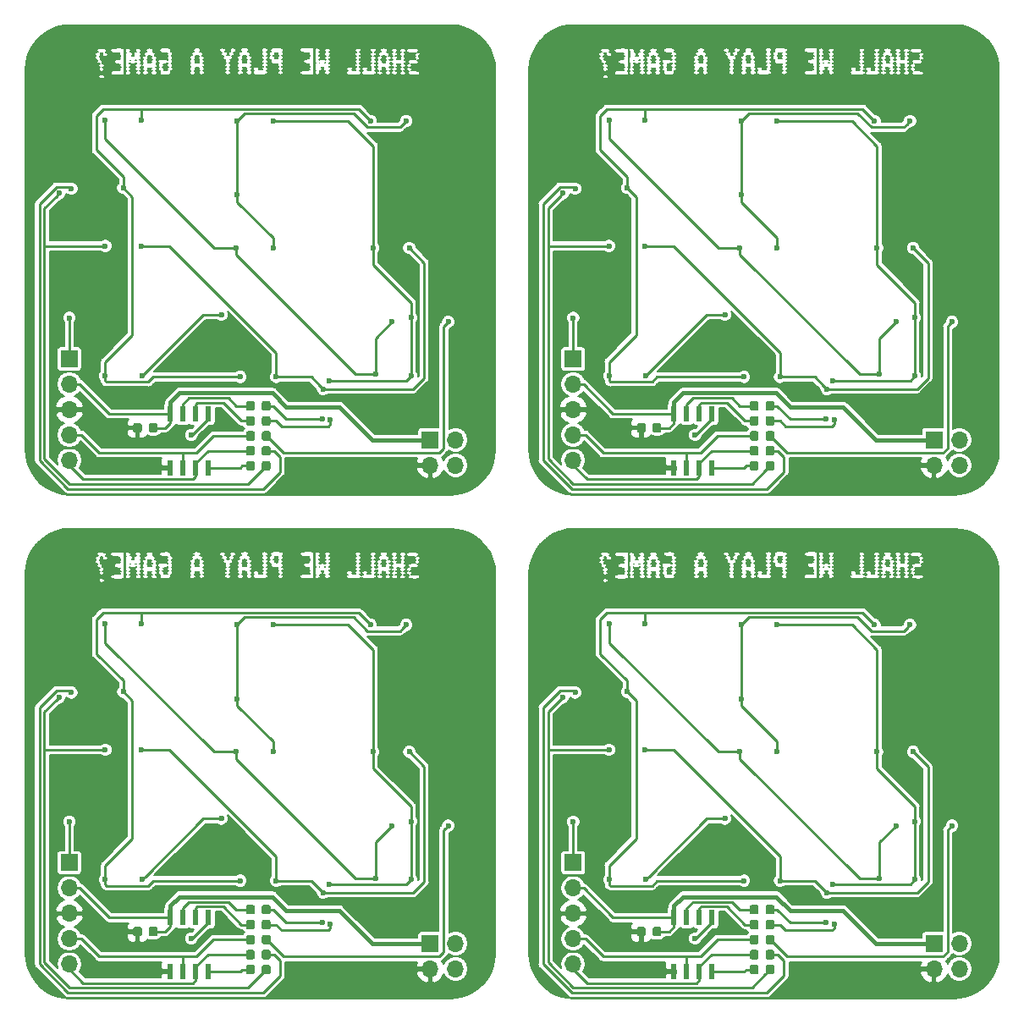
<source format=gbl>
%MOIN*%
%OFA0B0*%
%FSLAX46Y46*%
%IPPOS*%
%LPD*%
%ADD10C,0.00039370078740157485*%
%ADD11R,0.066929133858267723X0.066929133858267723*%
%ADD12O,0.066929133858267723X0.066929133858267723*%
%ADD13O,0.066929133858267723X0.066929133858267723*%
%ADD14R,0.066929133858267723X0.066929133858267723*%
%ADD15C,0.0039370078740157488*%
%ADD16C,0.034448818897637797*%
%ADD17R,0.023622047244094488X0.0610236220472441*%
%ADD18R,1.4173228346456694X0.03937007874015748*%
%ADD19R,0.03937007874015748X0.23622047244094491*%
%ADD20C,0.023622047244094488*%
%ADD21C,0.00984251968503937*%
%ADD22C,0.015748031496062995*%
%ADD23C,0.0078740157480314977*%
%ADD34C,0.00039370078740157485*%
%ADD35R,0.066929133858267723X0.066929133858267723*%
%ADD36O,0.066929133858267723X0.066929133858267723*%
%ADD37O,0.066929133858267723X0.066929133858267723*%
%ADD38R,0.066929133858267723X0.066929133858267723*%
%ADD39C,0.0039370078740157488*%
%ADD40C,0.034448818897637797*%
%ADD41R,0.023622047244094488X0.0610236220472441*%
%ADD42R,1.4173228346456694X0.03937007874015748*%
%ADD43R,0.03937007874015748X0.23622047244094491*%
%ADD44C,0.023622047244094488*%
%ADD45C,0.00984251968503937*%
%ADD46C,0.015748031496062995*%
%ADD47C,0.0078740157480314977*%
%ADD48C,0.00039370078740157485*%
%ADD49R,0.066929133858267723X0.066929133858267723*%
%ADD50O,0.066929133858267723X0.066929133858267723*%
%ADD51O,0.066929133858267723X0.066929133858267723*%
%ADD52R,0.066929133858267723X0.066929133858267723*%
%ADD53C,0.0039370078740157488*%
%ADD54C,0.034448818897637797*%
%ADD55R,0.023622047244094488X0.0610236220472441*%
%ADD56R,1.4173228346456694X0.03937007874015748*%
%ADD57R,0.03937007874015748X0.23622047244094491*%
%ADD58C,0.023622047244094488*%
%ADD59C,0.00984251968503937*%
%ADD60C,0.015748031496062995*%
%ADD61C,0.0078740157480314977*%
%ADD62C,0.00039370078740157485*%
%ADD63R,0.066929133858267723X0.066929133858267723*%
%ADD64O,0.066929133858267723X0.066929133858267723*%
%ADD65O,0.066929133858267723X0.066929133858267723*%
%ADD66R,0.066929133858267723X0.066929133858267723*%
%ADD67C,0.0039370078740157488*%
%ADD68C,0.034448818897637797*%
%ADD69R,0.023622047244094488X0.0610236220472441*%
%ADD70R,1.4173228346456694X0.03937007874015748*%
%ADD71R,0.03937007874015748X0.23622047244094491*%
%ADD72C,0.023622047244094488*%
%ADD73C,0.00984251968503937*%
%ADD74C,0.015748031496062995*%
%ADD75C,0.0078740157480314977*%
G01*
D10*
G36*
X0000691161Y0001751216D02*
X0000687849Y0001749792D01*
X0000686017Y0001748081D01*
X0000685924Y0001746413D01*
X0000686753Y0001745606D01*
X0000687841Y0001743819D01*
X0000687725Y0001741284D01*
X0000686553Y0001739017D01*
X0000685704Y0001738346D01*
X0000683935Y0001736769D01*
X0000683482Y0001735568D01*
X0000684363Y0001733832D01*
X0000685704Y0001732790D01*
X0000687299Y0001730999D01*
X0000687932Y0001728472D01*
X0000687448Y0001726224D01*
X0000686797Y0001725557D01*
X0000686156Y0001724225D01*
X0000686307Y0001723825D01*
X0000687643Y0001723334D01*
X0000690484Y0001722993D01*
X0000694115Y0001722817D01*
X0000697823Y0001722819D01*
X0000700893Y0001723016D01*
X0000702612Y0001723421D01*
X0000702697Y0001723487D01*
X0000702730Y0001724850D01*
X0000701847Y0001727173D01*
X0000701812Y0001727241D01*
X0000700856Y0001729543D01*
X0000701234Y0001731058D01*
X0000702412Y0001732272D01*
X0000704100Y0001734110D01*
X0000704370Y0001735791D01*
X0000703197Y0001738055D01*
X0000702178Y0001739480D01*
X0000700658Y0001741728D01*
X0000700440Y0001743135D01*
X0000701449Y0001744605D01*
X0000701731Y0001744920D01*
X0000703007Y0001747025D01*
X0000702439Y0001748826D01*
X0000699876Y0001750677D01*
X0000699146Y0001751067D01*
X0000696769Y0001751988D01*
X0000694314Y0001751991D01*
X0000691161Y0001751216D01*
X0000691161Y0001751216D01*
G37*
X0000691161Y0001751216D02*
X0000687849Y0001749792D01*
X0000686017Y0001748081D01*
X0000685924Y0001746413D01*
X0000686753Y0001745606D01*
X0000687841Y0001743819D01*
X0000687725Y0001741284D01*
X0000686553Y0001739017D01*
X0000685704Y0001738346D01*
X0000683935Y0001736769D01*
X0000683482Y0001735568D01*
X0000684363Y0001733832D01*
X0000685704Y0001732790D01*
X0000687299Y0001730999D01*
X0000687932Y0001728472D01*
X0000687448Y0001726224D01*
X0000686797Y0001725557D01*
X0000686156Y0001724225D01*
X0000686307Y0001723825D01*
X0000687643Y0001723334D01*
X0000690484Y0001722993D01*
X0000694115Y0001722817D01*
X0000697823Y0001722819D01*
X0000700893Y0001723016D01*
X0000702612Y0001723421D01*
X0000702697Y0001723487D01*
X0000702730Y0001724850D01*
X0000701847Y0001727173D01*
X0000701812Y0001727241D01*
X0000700856Y0001729543D01*
X0000701234Y0001731058D01*
X0000702412Y0001732272D01*
X0000704100Y0001734110D01*
X0000704370Y0001735791D01*
X0000703197Y0001738055D01*
X0000702178Y0001739480D01*
X0000700658Y0001741728D01*
X0000700440Y0001743135D01*
X0000701449Y0001744605D01*
X0000701731Y0001744920D01*
X0000703007Y0001747025D01*
X0000702439Y0001748826D01*
X0000699876Y0001750677D01*
X0000699146Y0001751067D01*
X0000696769Y0001751988D01*
X0000694314Y0001751991D01*
X0000691161Y0001751216D01*
G36*
X0000878805Y0001751676D02*
X0000875406Y0001750872D01*
X0000873062Y0001749571D01*
X0000872370Y0001748224D01*
X0000872927Y0001746176D01*
X0000873482Y0001745568D01*
X0000874526Y0001743807D01*
X0000874389Y0001741289D01*
X0000873227Y0001739030D01*
X0000872370Y0001738346D01*
X0000870485Y0001736852D01*
X0000870555Y0001735153D01*
X0000872465Y0001732940D01*
X0000874221Y0001730232D01*
X0000874410Y0001727064D01*
X0000874037Y0001723346D01*
X0000881306Y0001723023D01*
X0000885129Y0001722956D01*
X0000888008Y0001723098D01*
X0000889271Y0001723395D01*
X0000889428Y0001724819D01*
X0000888848Y0001727300D01*
X0000888815Y0001727395D01*
X0000888249Y0001729956D01*
X0000888983Y0001731968D01*
X0000890294Y0001733533D01*
X0000892926Y0001736366D01*
X0000890426Y0001738047D01*
X0000888658Y0001740117D01*
X0000887929Y0001742721D01*
X0000888407Y0001744946D01*
X0000889037Y0001745568D01*
X0000890245Y0001747229D01*
X0000889611Y0001749143D01*
X0000887383Y0001750807D01*
X0000886238Y0001751248D01*
X0000882627Y0001751848D01*
X0000878805Y0001751676D01*
X0000878805Y0001751676D01*
G37*
X0000878805Y0001751676D02*
X0000875406Y0001750872D01*
X0000873062Y0001749571D01*
X0000872370Y0001748224D01*
X0000872927Y0001746176D01*
X0000873482Y0001745568D01*
X0000874526Y0001743807D01*
X0000874389Y0001741289D01*
X0000873227Y0001739030D01*
X0000872370Y0001738346D01*
X0000870485Y0001736852D01*
X0000870555Y0001735153D01*
X0000872465Y0001732940D01*
X0000874221Y0001730232D01*
X0000874410Y0001727064D01*
X0000874037Y0001723346D01*
X0000881306Y0001723023D01*
X0000885129Y0001722956D01*
X0000888008Y0001723098D01*
X0000889271Y0001723395D01*
X0000889428Y0001724819D01*
X0000888848Y0001727300D01*
X0000888815Y0001727395D01*
X0000888249Y0001729956D01*
X0000888983Y0001731968D01*
X0000890294Y0001733533D01*
X0000892926Y0001736366D01*
X0000890426Y0001738047D01*
X0000888658Y0001740117D01*
X0000887929Y0001742721D01*
X0000888407Y0001744946D01*
X0000889037Y0001745568D01*
X0000890245Y0001747229D01*
X0000889611Y0001749143D01*
X0000887383Y0001750807D01*
X0000886238Y0001751248D01*
X0000882627Y0001751848D01*
X0000878805Y0001751676D01*
G36*
X0001007093Y0001763675D02*
X0000999593Y0001763346D01*
X0000999593Y0001759176D01*
X0000999113Y0001755773D01*
X0000997300Y0001753187D01*
X0000996259Y0001752271D01*
X0000994311Y0001750481D01*
X0000994110Y0001749644D01*
X0000994845Y0001749497D01*
X0000997189Y0001748484D01*
X0000998910Y0001746143D01*
X0000999512Y0001743363D01*
X0000999113Y0001741821D01*
X0000998500Y0001739774D01*
X0000999258Y0001738765D01*
X0001001372Y0001738190D01*
X0001004760Y0001737910D01*
X0001008494Y0001737932D01*
X0001011644Y0001738262D01*
X0001013004Y0001738679D01*
X0001014019Y0001739977D01*
X0001013489Y0001741666D01*
X0001012480Y0001744372D01*
X0001013079Y0001746562D01*
X0001014692Y0001748446D01*
X0001017015Y0001750768D01*
X0001014597Y0001753341D01*
X0001013003Y0001755509D01*
X0001013016Y0001757364D01*
X0001013386Y0001758168D01*
X0001014620Y0001760979D01*
X0001014493Y0001762703D01*
X0001012761Y0001763553D01*
X0001009181Y0001763741D01*
X0001007093Y0001763675D01*
X0001007093Y0001763675D01*
G37*
X0001007093Y0001763675D02*
X0000999593Y0001763346D01*
X0000999593Y0001759176D01*
X0000999113Y0001755773D01*
X0000997300Y0001753187D01*
X0000996259Y0001752271D01*
X0000994311Y0001750481D01*
X0000994110Y0001749644D01*
X0000994845Y0001749497D01*
X0000997189Y0001748484D01*
X0000998910Y0001746143D01*
X0000999512Y0001743363D01*
X0000999113Y0001741821D01*
X0000998500Y0001739774D01*
X0000999258Y0001738765D01*
X0001001372Y0001738190D01*
X0001004760Y0001737910D01*
X0001008494Y0001737932D01*
X0001011644Y0001738262D01*
X0001013004Y0001738679D01*
X0001014019Y0001739977D01*
X0001013489Y0001741666D01*
X0001012480Y0001744372D01*
X0001013079Y0001746562D01*
X0001014692Y0001748446D01*
X0001017015Y0001750768D01*
X0001014597Y0001753341D01*
X0001013003Y0001755509D01*
X0001013016Y0001757364D01*
X0001013386Y0001758168D01*
X0001014620Y0001760979D01*
X0001014493Y0001762703D01*
X0001012761Y0001763553D01*
X0001009181Y0001763741D01*
X0001007093Y0001763675D01*
G36*
X0001177167Y0001722999D02*
X0001177035Y0001721262D01*
X0001177255Y0001720869D01*
X0001177760Y0001721200D01*
X0001177838Y0001722327D01*
X0001177567Y0001723513D01*
X0001177167Y0001722999D01*
X0001177167Y0001722999D01*
G37*
X0001177167Y0001722999D02*
X0001177035Y0001721262D01*
X0001177255Y0001720869D01*
X0001177760Y0001721200D01*
X0001177838Y0001722327D01*
X0001177567Y0001723513D01*
X0001177167Y0001722999D01*
G36*
X0001196545Y0001723517D02*
X0001196413Y0001722235D01*
X0001197928Y0001720830D01*
X0001199156Y0001720568D01*
X0001200891Y0001721296D01*
X0001201259Y0001722235D01*
X0001200295Y0001723576D01*
X0001198516Y0001723902D01*
X0001196545Y0001723517D01*
X0001196545Y0001723517D01*
G37*
X0001196545Y0001723517D02*
X0001196413Y0001722235D01*
X0001197928Y0001720830D01*
X0001199156Y0001720568D01*
X0001200891Y0001721296D01*
X0001201259Y0001722235D01*
X0001200295Y0001723576D01*
X0001198516Y0001723902D01*
X0001196545Y0001723517D01*
G36*
X0000429870Y0001733526D02*
X0000429731Y0001733121D01*
X0000431259Y0001732966D01*
X0000432837Y0001733140D01*
X0000432648Y0001733526D01*
X0000430373Y0001733673D01*
X0000429870Y0001733526D01*
X0000429870Y0001733526D01*
G37*
X0000429870Y0001733526D02*
X0000429731Y0001733121D01*
X0000431259Y0001732966D01*
X0000432837Y0001733140D01*
X0000432648Y0001733526D01*
X0000430373Y0001733673D01*
X0000429870Y0001733526D01*
G36*
X0000450716Y0001733702D02*
X0000450325Y0001733153D01*
X0000451638Y0001732457D01*
X0000453818Y0001732488D01*
X0000454693Y0001732876D01*
X0000455269Y0001733594D01*
X0000453828Y0001733872D01*
X0000453204Y0001733885D01*
X0000450716Y0001733702D01*
X0000450716Y0001733702D01*
G37*
X0000450716Y0001733702D02*
X0000450325Y0001733153D01*
X0000451638Y0001732457D01*
X0000453818Y0001732488D01*
X0000454693Y0001732876D01*
X0000455269Y0001733594D01*
X0000453828Y0001733872D01*
X0000453204Y0001733885D01*
X0000450716Y0001733702D01*
G36*
X0000504119Y0001750595D02*
X0000500413Y0001748955D01*
X0000498726Y0001747201D01*
X0000499145Y0001745443D01*
X0000499579Y0001745024D01*
X0000501113Y0001742558D01*
X0000500637Y0001739665D01*
X0000498345Y0001736843D01*
X0000495430Y0001734336D01*
X0000498451Y0001732357D01*
X0000500482Y0001730663D01*
X0000501029Y0001728692D01*
X0000500759Y0001726584D01*
X0000500048Y0001722790D01*
X0000507876Y0001722790D01*
X0000512158Y0001722895D01*
X0000514611Y0001723263D01*
X0000515619Y0001723971D01*
X0000515704Y0001724391D01*
X0000515027Y0001726283D01*
X0000514593Y0001726679D01*
X0000513494Y0001728396D01*
X0000514001Y0001730571D01*
X0000515885Y0001732399D01*
X0000516259Y0001732588D01*
X0000518302Y0001733879D01*
X0000519037Y0001734963D01*
X0000518198Y0001736306D01*
X0000516259Y0001737893D01*
X0000513981Y0001740282D01*
X0000513681Y0001742886D01*
X0000515148Y0001745013D01*
X0000516521Y0001746470D01*
X0000516344Y0001747652D01*
X0000514401Y0001748935D01*
X0000512363Y0001749882D01*
X0000508986Y0001751087D01*
X0000506249Y0001751153D01*
X0000504119Y0001750595D01*
X0000504119Y0001750595D01*
G37*
X0000504119Y0001750595D02*
X0000500413Y0001748955D01*
X0000498726Y0001747201D01*
X0000499145Y0001745443D01*
X0000499579Y0001745024D01*
X0000501113Y0001742558D01*
X0000500637Y0001739665D01*
X0000498345Y0001736843D01*
X0000495430Y0001734336D01*
X0000498451Y0001732357D01*
X0000500482Y0001730663D01*
X0000501029Y0001728692D01*
X0000500759Y0001726584D01*
X0000500048Y0001722790D01*
X0000507876Y0001722790D01*
X0000512158Y0001722895D01*
X0000514611Y0001723263D01*
X0000515619Y0001723971D01*
X0000515704Y0001724391D01*
X0000515027Y0001726283D01*
X0000514593Y0001726679D01*
X0000513494Y0001728396D01*
X0000514001Y0001730571D01*
X0000515885Y0001732399D01*
X0000516259Y0001732588D01*
X0000518302Y0001733879D01*
X0000519037Y0001734963D01*
X0000518198Y0001736306D01*
X0000516259Y0001737893D01*
X0000513981Y0001740282D01*
X0000513681Y0001742886D01*
X0000515148Y0001745013D01*
X0000516521Y0001746470D01*
X0000516344Y0001747652D01*
X0000514401Y0001748935D01*
X0000512363Y0001749882D01*
X0000508986Y0001751087D01*
X0000506249Y0001751153D01*
X0000504119Y0001750595D01*
G36*
X0000576851Y0001722344D02*
X0000573725Y0001721264D01*
X0000569812Y0001719914D01*
X0000566080Y0001718899D01*
X0000564870Y0001718663D01*
X0000562088Y0001717866D01*
X0000561295Y0001716736D01*
X0000562370Y0001715568D01*
X0000563453Y0001713779D01*
X0000563076Y0001711206D01*
X0000561413Y0001708571D01*
X0000560474Y0001707698D01*
X0000557467Y0001705301D01*
X0000560712Y0001702509D01*
X0000562773Y0001700492D01*
X0000563316Y0001698888D01*
X0000562683Y0001696921D01*
X0000561964Y0001694663D01*
X0000562074Y0001693457D01*
X0000563465Y0001693124D01*
X0000566332Y0001692937D01*
X0000569934Y0001692894D01*
X0000573529Y0001692994D01*
X0000576377Y0001693234D01*
X0000577531Y0001693487D01*
X0000578244Y0001694502D01*
X0000577745Y0001696802D01*
X0000577580Y0001697251D01*
X0000576955Y0001699697D01*
X0000577584Y0001701609D01*
X0000579085Y0001703397D01*
X0000581814Y0001706302D01*
X0000578759Y0001708528D01*
X0000576350Y0001710917D01*
X0000575960Y0001713355D01*
X0000577586Y0001716218D01*
X0000578696Y0001717459D01*
X0000580556Y0001719716D01*
X0000580841Y0001721190D01*
X0000580329Y0001721943D01*
X0000579003Y0001722609D01*
X0000576851Y0001722344D01*
X0000576851Y0001722344D01*
G37*
X0000576851Y0001722344D02*
X0000573725Y0001721264D01*
X0000569812Y0001719914D01*
X0000566080Y0001718899D01*
X0000564870Y0001718663D01*
X0000562088Y0001717866D01*
X0000561295Y0001716736D01*
X0000562370Y0001715568D01*
X0000563453Y0001713779D01*
X0000563076Y0001711206D01*
X0000561413Y0001708571D01*
X0000560474Y0001707698D01*
X0000557467Y0001705301D01*
X0000560712Y0001702509D01*
X0000562773Y0001700492D01*
X0000563316Y0001698888D01*
X0000562683Y0001696921D01*
X0000561964Y0001694663D01*
X0000562074Y0001693457D01*
X0000563465Y0001693124D01*
X0000566332Y0001692937D01*
X0000569934Y0001692894D01*
X0000573529Y0001692994D01*
X0000576377Y0001693234D01*
X0000577531Y0001693487D01*
X0000578244Y0001694502D01*
X0000577745Y0001696802D01*
X0000577580Y0001697251D01*
X0000576955Y0001699697D01*
X0000577584Y0001701609D01*
X0000579085Y0001703397D01*
X0000581814Y0001706302D01*
X0000578759Y0001708528D01*
X0000576350Y0001710917D01*
X0000575960Y0001713355D01*
X0000577586Y0001716218D01*
X0000578696Y0001717459D01*
X0000580556Y0001719716D01*
X0000580841Y0001721190D01*
X0000580329Y0001721943D01*
X0000579003Y0001722609D01*
X0000576851Y0001722344D01*
G36*
X0001459037Y0001741798D02*
X0001458166Y0001740649D01*
X0001455993Y0001739016D01*
X0001455148Y0001738493D01*
X0001452700Y0001736794D01*
X0001451351Y0001735363D01*
X0001451259Y0001735065D01*
X0001452168Y0001734073D01*
X0001454350Y0001732742D01*
X0001456985Y0001731485D01*
X0001459257Y0001730715D01*
X0001460006Y0001730643D01*
X0001461445Y0001731137D01*
X0001463204Y0001731924D01*
X0001465317Y0001733759D01*
X0001465300Y0001736166D01*
X0001463160Y0001739097D01*
X0001462370Y0001739838D01*
X0001460314Y0001741453D01*
X0001459142Y0001741955D01*
X0001459037Y0001741798D01*
X0001459037Y0001741798D01*
G37*
X0001459037Y0001741798D02*
X0001458166Y0001740649D01*
X0001455993Y0001739016D01*
X0001455148Y0001738493D01*
X0001452700Y0001736794D01*
X0001451351Y0001735363D01*
X0001451259Y0001735065D01*
X0001452168Y0001734073D01*
X0001454350Y0001732742D01*
X0001456985Y0001731485D01*
X0001459257Y0001730715D01*
X0001460006Y0001730643D01*
X0001461445Y0001731137D01*
X0001463204Y0001731924D01*
X0001465317Y0001733759D01*
X0001465300Y0001736166D01*
X0001463160Y0001739097D01*
X0001462370Y0001739838D01*
X0001460314Y0001741453D01*
X0001459142Y0001741955D01*
X0001459037Y0001741798D01*
G36*
X0001423610Y0001749828D02*
X0001422447Y0001748876D01*
X0001421309Y0001747407D01*
X0001421939Y0001746435D01*
X0001422648Y0001746006D01*
X0001424370Y0001744000D01*
X0001424259Y0001741298D01*
X0001422394Y0001738342D01*
X0001421080Y0001737109D01*
X0001417547Y0001734205D01*
X0001420792Y0001732634D01*
X0001423081Y0001731089D01*
X0001423921Y0001728895D01*
X0001423978Y0001727205D01*
X0001424248Y0001724383D01*
X0001424984Y0001722620D01*
X0001425090Y0001722530D01*
X0001427146Y0001721938D01*
X0001430371Y0001721737D01*
X0001433751Y0001721917D01*
X0001436268Y0001722467D01*
X0001436619Y0001722646D01*
X0001437464Y0001723678D01*
X0001436549Y0001725117D01*
X0001436341Y0001725327D01*
X0001434730Y0001727984D01*
X0001434906Y0001730465D01*
X0001436776Y0001732143D01*
X0001437370Y0001732334D01*
X0001439455Y0001733357D01*
X0001440148Y0001734497D01*
X0001439344Y0001736159D01*
X0001437405Y0001738120D01*
X0001437370Y0001738147D01*
X0001435046Y0001740767D01*
X0001434931Y0001743217D01*
X0001436884Y0001745380D01*
X0001438268Y0001746492D01*
X0001438258Y0001747412D01*
X0001436673Y0001748761D01*
X0001435693Y0001749465D01*
X0001431741Y0001751151D01*
X0001427433Y0001751260D01*
X0001423610Y0001749828D01*
X0001423610Y0001749828D01*
G37*
X0001423610Y0001749828D02*
X0001422447Y0001748876D01*
X0001421309Y0001747407D01*
X0001421939Y0001746435D01*
X0001422648Y0001746006D01*
X0001424370Y0001744000D01*
X0001424259Y0001741298D01*
X0001422394Y0001738342D01*
X0001421080Y0001737109D01*
X0001417547Y0001734205D01*
X0001420792Y0001732634D01*
X0001423081Y0001731089D01*
X0001423921Y0001728895D01*
X0001423978Y0001727205D01*
X0001424248Y0001724383D01*
X0001424984Y0001722620D01*
X0001425090Y0001722530D01*
X0001427146Y0001721938D01*
X0001430371Y0001721737D01*
X0001433751Y0001721917D01*
X0001436268Y0001722467D01*
X0001436619Y0001722646D01*
X0001437464Y0001723678D01*
X0001436549Y0001725117D01*
X0001436341Y0001725327D01*
X0001434730Y0001727984D01*
X0001434906Y0001730465D01*
X0001436776Y0001732143D01*
X0001437370Y0001732334D01*
X0001439455Y0001733357D01*
X0001440148Y0001734497D01*
X0001439344Y0001736159D01*
X0001437405Y0001738120D01*
X0001437370Y0001738147D01*
X0001435046Y0001740767D01*
X0001434931Y0001743217D01*
X0001436884Y0001745380D01*
X0001438268Y0001746492D01*
X0001438258Y0001747412D01*
X0001436673Y0001748761D01*
X0001435693Y0001749465D01*
X0001431741Y0001751151D01*
X0001427433Y0001751260D01*
X0001423610Y0001749828D01*
G36*
X0001398972Y0001709954D02*
X0001396983Y0001708640D01*
X0001395933Y0001708346D01*
X0001394465Y0001707474D01*
X0001393482Y0001706124D01*
X0001392863Y0001704418D01*
X0001393763Y0001703909D01*
X0001394051Y0001703902D01*
X0001395940Y0001703137D01*
X0001398243Y0001701266D01*
X0001398535Y0001700961D01*
X0001400280Y0001699361D01*
X0001401212Y0001699058D01*
X0001401259Y0001699232D01*
X0001402129Y0001700559D01*
X0001404256Y0001702206D01*
X0001404593Y0001702412D01*
X0001407177Y0001704372D01*
X0001407657Y0001706170D01*
X0001406022Y0001708117D01*
X0001404337Y0001709289D01*
X0001401838Y0001710684D01*
X0001400277Y0001710828D01*
X0001398972Y0001709954D01*
X0001398972Y0001709954D01*
G37*
X0001398972Y0001709954D02*
X0001396983Y0001708640D01*
X0001395933Y0001708346D01*
X0001394465Y0001707474D01*
X0001393482Y0001706124D01*
X0001392863Y0001704418D01*
X0001393763Y0001703909D01*
X0001394051Y0001703902D01*
X0001395940Y0001703137D01*
X0001398243Y0001701266D01*
X0001398535Y0001700961D01*
X0001400280Y0001699361D01*
X0001401212Y0001699058D01*
X0001401259Y0001699232D01*
X0001402129Y0001700559D01*
X0001404256Y0001702206D01*
X0001404593Y0001702412D01*
X0001407177Y0001704372D01*
X0001407657Y0001706170D01*
X0001406022Y0001708117D01*
X0001404337Y0001709289D01*
X0001401838Y0001710684D01*
X0001400277Y0001710828D01*
X0001398972Y0001709954D01*
G36*
X0001397769Y0001695105D02*
X0001395268Y0001693196D01*
X0001393219Y0001692152D01*
X0001392307Y0001691584D01*
X0001392805Y0001690660D01*
X0001394939Y0001689084D01*
X0001396232Y0001688250D01*
X0001399112Y0001686460D01*
X0001401115Y0001685284D01*
X0001401681Y0001685013D01*
X0001402590Y0001685735D01*
X0001404011Y0001687206D01*
X0001406347Y0001689163D01*
X0001408125Y0001690076D01*
X0001409087Y0001690638D01*
X0001408682Y0001691540D01*
X0001406682Y0001693098D01*
X0001405239Y0001694072D01*
X0001400225Y0001697393D01*
X0001397769Y0001695105D01*
X0001397769Y0001695105D01*
G37*
X0001397769Y0001695105D02*
X0001395268Y0001693196D01*
X0001393219Y0001692152D01*
X0001392307Y0001691584D01*
X0001392805Y0001690660D01*
X0001394939Y0001689084D01*
X0001396232Y0001688250D01*
X0001399112Y0001686460D01*
X0001401115Y0001685284D01*
X0001401681Y0001685013D01*
X0001402590Y0001685735D01*
X0001404011Y0001687206D01*
X0001406347Y0001689163D01*
X0001408125Y0001690076D01*
X0001409087Y0001690638D01*
X0001408682Y0001691540D01*
X0001406682Y0001693098D01*
X0001405239Y0001694072D01*
X0001400225Y0001697393D01*
X0001397769Y0001695105D01*
G36*
X0001457526Y0001724220D02*
X0001456968Y0001723784D01*
X0001454581Y0001722271D01*
X0001452776Y0001721679D01*
X0001451375Y0001721149D01*
X0001451723Y0001719798D01*
X0001453685Y0001717986D01*
X0001454315Y0001717564D01*
X0001456652Y0001715922D01*
X0001458053Y0001714658D01*
X0001458068Y0001714637D01*
X0001458427Y0001712505D01*
X0001457430Y0001710205D01*
X0001455730Y0001708910D01*
X0001453418Y0001707597D01*
X0001451984Y0001706310D01*
X0001450977Y0001704936D01*
X0001451423Y0001704043D01*
X0001453643Y0001703085D01*
X0001453937Y0001702978D01*
X0001457121Y0001701126D01*
X0001458254Y0001698755D01*
X0001457263Y0001696099D01*
X0001456341Y0001695090D01*
X0001454204Y0001693440D01*
X0001452642Y0001692790D01*
X0001450997Y0001692286D01*
X0001451195Y0001690932D01*
X0001453138Y0001688966D01*
X0001454587Y0001687926D01*
X0001457354Y0001686208D01*
X0001459357Y0001685168D01*
X0001459847Y0001685025D01*
X0001461188Y0001685664D01*
X0001463482Y0001687243D01*
X0001464259Y0001687839D01*
X0001467814Y0001690641D01*
X0001463805Y0001694315D01*
X0001461305Y0001696971D01*
X0001460705Y0001698990D01*
X0001462065Y0001700879D01*
X0001464807Y0001702759D01*
X0001468113Y0001704769D01*
X0001464131Y0001707946D01*
X0001461270Y0001710579D01*
X0001460337Y0001712601D01*
X0001461270Y0001714394D01*
X0001462926Y0001715670D01*
X0001465196Y0001717796D01*
X0001465373Y0001720010D01*
X0001463449Y0001722581D01*
X0001462673Y0001723281D01*
X0001460578Y0001724946D01*
X0001459185Y0001725230D01*
X0001457526Y0001724220D01*
X0001457526Y0001724220D01*
G37*
X0001457526Y0001724220D02*
X0001456968Y0001723784D01*
X0001454581Y0001722271D01*
X0001452776Y0001721679D01*
X0001451375Y0001721149D01*
X0001451723Y0001719798D01*
X0001453685Y0001717986D01*
X0001454315Y0001717564D01*
X0001456652Y0001715922D01*
X0001458053Y0001714658D01*
X0001458068Y0001714637D01*
X0001458427Y0001712505D01*
X0001457430Y0001710205D01*
X0001455730Y0001708910D01*
X0001453418Y0001707597D01*
X0001451984Y0001706310D01*
X0001450977Y0001704936D01*
X0001451423Y0001704043D01*
X0001453643Y0001703085D01*
X0001453937Y0001702978D01*
X0001457121Y0001701126D01*
X0001458254Y0001698755D01*
X0001457263Y0001696099D01*
X0001456341Y0001695090D01*
X0001454204Y0001693440D01*
X0001452642Y0001692790D01*
X0001450997Y0001692286D01*
X0001451195Y0001690932D01*
X0001453138Y0001688966D01*
X0001454587Y0001687926D01*
X0001457354Y0001686208D01*
X0001459357Y0001685168D01*
X0001459847Y0001685025D01*
X0001461188Y0001685664D01*
X0001463482Y0001687243D01*
X0001464259Y0001687839D01*
X0001467814Y0001690641D01*
X0001463805Y0001694315D01*
X0001461305Y0001696971D01*
X0001460705Y0001698990D01*
X0001462065Y0001700879D01*
X0001464807Y0001702759D01*
X0001468113Y0001704769D01*
X0001464131Y0001707946D01*
X0001461270Y0001710579D01*
X0001460337Y0001712601D01*
X0001461270Y0001714394D01*
X0001462926Y0001715670D01*
X0001465196Y0001717796D01*
X0001465373Y0001720010D01*
X0001463449Y0001722581D01*
X0001462673Y0001723281D01*
X0001460578Y0001724946D01*
X0001459185Y0001725230D01*
X0001457526Y0001724220D01*
G36*
X0000247926Y0001643902D02*
X0001594593Y0001643902D01*
X0001594593Y0001668229D01*
X0000328480Y0001668229D01*
X0000328149Y0001665366D01*
X0000325705Y0001662950D01*
X0000324209Y0001662180D01*
X0000319280Y0001660757D01*
X0000314842Y0001661202D01*
X0000312348Y0001662246D01*
X0000308976Y0001664840D01*
X0000307624Y0001667809D01*
X0000308225Y0001670769D01*
X0000310709Y0001673334D01*
X0000314605Y0001675016D01*
X0000319338Y0001675525D01*
X0000323385Y0001674120D01*
X0000326642Y0001671336D01*
X0000328480Y0001668229D01*
X0001594593Y0001668229D01*
X0001594593Y0001740987D01*
X0001571776Y0001740987D01*
X0001570798Y0001738299D01*
X0001568013Y0001736027D01*
X0001564778Y0001734812D01*
X0001562123Y0001733960D01*
X0001560861Y0001733189D01*
X0001560915Y0001732913D01*
X0001562663Y0001731013D01*
X0001564249Y0001728307D01*
X0001565216Y0001725699D01*
X0001565250Y0001724321D01*
X0001563339Y0001722178D01*
X0001559634Y0001720397D01*
X0001554551Y0001719107D01*
X0001548506Y0001718436D01*
X0001545982Y0001718370D01*
X0001541789Y0001718266D01*
X0001538612Y0001718010D01*
X0001536969Y0001717650D01*
X0001536850Y0001717513D01*
X0001537483Y0001716066D01*
X0001538517Y0001714522D01*
X0001539890Y0001712102D01*
X0001539645Y0001710137D01*
X0001537600Y0001708159D01*
X0001535504Y0001706814D01*
X0001530860Y0001704044D01*
X0001533863Y0001703290D01*
X0001537323Y0001701571D01*
X0001539117Y0001698808D01*
X0001538980Y0001695432D01*
X0001538889Y0001695178D01*
X0001537641Y0001692752D01*
X0001536520Y0001691497D01*
X0001537041Y0001691202D01*
X0001539402Y0001690982D01*
X0001543217Y0001690858D01*
X0001547979Y0001690850D01*
X0001556237Y0001690699D01*
X0001562481Y0001690029D01*
X0001566863Y0001688805D01*
X0001569536Y0001686996D01*
X0001570157Y0001686108D01*
X0001571272Y0001682379D01*
X0001570346Y0001679309D01*
X0001567471Y0001676930D01*
X0001562738Y0001675274D01*
X0001556239Y0001674374D01*
X0001548066Y0001674263D01*
X0001538729Y0001674928D01*
X0001532486Y0001675992D01*
X0001528236Y0001677637D01*
X0001526028Y0001679814D01*
X0001525911Y0001682476D01*
X0001527922Y0001685564D01*
X0001530140Y0001687924D01*
X0001525108Y0001691471D01*
X0001521411Y0001694352D01*
X0001519608Y0001696644D01*
X0001519589Y0001698723D01*
X0001521244Y0001700959D01*
X0001522081Y0001701744D01*
X0001525496Y0001704796D01*
X0001522267Y0001707890D01*
X0001520208Y0001710189D01*
X0001519099Y0001712065D01*
X0001519037Y0001712399D01*
X0001519960Y0001714459D01*
X0001522249Y0001716684D01*
X0001525182Y0001718473D01*
X0001527093Y0001719117D01*
X0001529365Y0001719761D01*
X0001529925Y0001720769D01*
X0001528864Y0001722670D01*
X0001527926Y0001723902D01*
X0001526078Y0001727372D01*
X0001526310Y0001730280D01*
X0001528535Y0001732555D01*
X0001532669Y0001734129D01*
X0001538623Y0001734932D01*
X0001541815Y0001735024D01*
X0001546378Y0001735116D01*
X0001550347Y0001735344D01*
X0001552975Y0001735661D01*
X0001553248Y0001735725D01*
X0001554985Y0001736436D01*
X0001554794Y0001737527D01*
X0001554250Y0001738209D01*
X0001552223Y0001741317D01*
X0001552195Y0001743739D01*
X0001554073Y0001745694D01*
X0001556374Y0001747915D01*
X0001556479Y0001750068D01*
X0001554593Y0001751937D01*
X0001552664Y0001754135D01*
X0001552730Y0001756673D01*
X0001554025Y0001758336D01*
X0001555156Y0001759648D01*
X0001554790Y0001760591D01*
X0001552752Y0001761216D01*
X0001548868Y0001761569D01*
X0001542965Y0001761700D01*
X0001542027Y0001761704D01*
X0001535875Y0001761805D01*
X0001531390Y0001762128D01*
X0001528022Y0001762742D01*
X0001525223Y0001763715D01*
X0001524910Y0001763854D01*
X0001521064Y0001766443D01*
X0001519267Y0001769717D01*
X0001519339Y0001770594D01*
X0001517926Y0001770594D01*
X0001517059Y0001769383D01*
X0001514831Y0001767540D01*
X0001512860Y0001766195D01*
X0001510055Y0001764315D01*
X0001508957Y0001763202D01*
X0001509335Y0001762541D01*
X0001509982Y0001762287D01*
X0001512876Y0001760516D01*
X0001514408Y0001757884D01*
X0001514536Y0001755024D01*
X0001513212Y0001752570D01*
X0001510768Y0001751239D01*
X0001508788Y0001750469D01*
X0001508626Y0001749227D01*
X0001509052Y0001748319D01*
X0001510594Y0001746565D01*
X0001511735Y0001746124D01*
X0001513420Y0001745129D01*
X0001514433Y0001742559D01*
X0001514586Y0001740755D01*
X0001513691Y0001739026D01*
X0001511495Y0001737145D01*
X0001510975Y0001736825D01*
X0001508722Y0001735416D01*
X0001508209Y0001734532D01*
X0001509210Y0001733663D01*
X0001509495Y0001733492D01*
X0001512457Y0001731364D01*
X0001514724Y0001729069D01*
X0001515699Y0001727220D01*
X0001515704Y0001727125D01*
X0001514952Y0001725676D01*
X0001513062Y0001723479D01*
X0001512129Y0001722565D01*
X0001509977Y0001720455D01*
X0001509300Y0001719227D01*
X0001509926Y0001718269D01*
X0001510740Y0001717653D01*
X0001514478Y0001714760D01*
X0001516423Y0001712711D01*
X0001516815Y0001711666D01*
X0001515949Y0001710477D01*
X0001513722Y0001708649D01*
X0001511749Y0001707306D01*
X0001508917Y0001705445D01*
X0001507768Y0001704376D01*
X0001508079Y0001703746D01*
X0001509249Y0001703314D01*
X0001512021Y0001701961D01*
X0001514245Y0001700313D01*
X0001515857Y0001698435D01*
X0001515820Y0001696762D01*
X0001515356Y0001695864D01*
X0001513382Y0001693802D01*
X0001510851Y0001692259D01*
X0001507664Y0001690881D01*
X0001511684Y0001687815D01*
X0001514124Y0001685537D01*
X0001515551Y0001683400D01*
X0001515704Y0001682734D01*
X0001514776Y0001680682D01*
X0001512463Y0001678459D01*
X0001509473Y0001676644D01*
X0001507370Y0001675929D01*
X0001504467Y0001675827D01*
X0001500745Y0001676265D01*
X0001497345Y0001677068D01*
X0001495827Y0001677714D01*
X0001494415Y0001679337D01*
X0001493388Y0001681370D01*
X0001492952Y0001683247D01*
X0001493545Y0001684887D01*
X0001495488Y0001686961D01*
X0001496512Y0001687882D01*
X0001498617Y0001689962D01*
X0001499524Y0001691327D01*
X0001499315Y0001691633D01*
X0001497091Y0001692629D01*
X0001494964Y0001694912D01*
X0001493634Y0001697635D01*
X0001493482Y0001698714D01*
X0001494513Y0001701406D01*
X0001496219Y0001702769D01*
X0001498955Y0001704233D01*
X0001496260Y0001707437D01*
X0001494511Y0001709954D01*
X0001494229Y0001712049D01*
X0001494642Y0001713475D01*
X0001495234Y0001715920D01*
X0001495091Y0001717328D01*
X0001493801Y0001717831D01*
X0001491115Y0001718165D01*
X0001487725Y0001718321D01*
X0001484320Y0001718290D01*
X0001481593Y0001718065D01*
X0001480234Y0001717636D01*
X0001480188Y0001717513D01*
X0001480719Y0001716026D01*
X0001481815Y0001713902D01*
X0001483012Y0001711595D01*
X0001483106Y0001710068D01*
X0001481829Y0001708693D01*
X0001478914Y0001706845D01*
X0001478759Y0001706753D01*
X0001476446Y0001705171D01*
X0001475560Y0001704140D01*
X0001475920Y0001703912D01*
X0001478001Y0001703216D01*
X0001480549Y0001701534D01*
X0001480784Y0001701336D01*
X0001482904Y0001698601D01*
X0001482845Y0001696038D01*
X0001480649Y0001693794D01*
X0001478269Y0001692642D01*
X0001474229Y0001691104D01*
X0001478924Y0001687997D01*
X0001481951Y0001685657D01*
X0001483219Y0001683679D01*
X0001483273Y0001682507D01*
X0001481931Y0001680111D01*
X0001479052Y0001677953D01*
X0001475319Y0001676421D01*
X0001471753Y0001675902D01*
X0001468482Y0001676481D01*
X0001465039Y0001677952D01*
X0001462102Y0001679911D01*
X0001460351Y0001681957D01*
X0001460131Y0001682790D01*
X0001459750Y0001683564D01*
X0001458527Y0001682497D01*
X0001458179Y0001682077D01*
X0001454071Y0001678581D01*
X0001449001Y0001676635D01*
X0001443640Y0001676389D01*
X0001439061Y0001677778D01*
X0001436022Y0001680265D01*
X0001434976Y0001683276D01*
X0001435894Y0001686406D01*
X0001438749Y0001689252D01*
X0001439898Y0001689947D01*
X0001441673Y0001691107D01*
X0001441422Y0001691603D01*
X0001441007Y0001691635D01*
X0001438706Y0001692649D01*
X0001436963Y0001694974D01*
X0001436302Y0001697696D01*
X0001436658Y0001699165D01*
X0001437294Y0001701279D01*
X0001436375Y0001702752D01*
X0001433668Y0001703764D01*
X0001429866Y0001704387D01*
X0001426144Y0001704741D01*
X0001424047Y0001704588D01*
X0001423018Y0001703847D01*
X0001422774Y0001703352D01*
X0001422801Y0001701141D01*
X0001423334Y0001700271D01*
X0001424642Y0001697837D01*
X0001423800Y0001695451D01*
X0001420878Y0001693269D01*
X0001420013Y0001692854D01*
X0001417311Y0001691578D01*
X0001416435Y0001690836D01*
X0001417161Y0001690300D01*
X0001418069Y0001690003D01*
X0001421527Y0001688315D01*
X0001423988Y0001685918D01*
X0001424951Y0001683356D01*
X0001424865Y0001682600D01*
X0001423218Y0001680093D01*
X0001420094Y0001677910D01*
X0001416237Y0001676472D01*
X0001413482Y0001676135D01*
X0001408778Y0001677121D01*
X0001404346Y0001679747D01*
X0001401877Y0001682324D01*
X0001400642Y0001683778D01*
X0001399950Y0001683435D01*
X0001399535Y0001682465D01*
X0001398130Y0001680760D01*
X0001395490Y0001678786D01*
X0001394178Y0001678021D01*
X0001392352Y0001677128D01*
X0001390466Y0001676482D01*
X0001388132Y0001676043D01*
X0001384965Y0001675771D01*
X0001380578Y0001675628D01*
X0001374584Y0001675574D01*
X0001370099Y0001675568D01*
X0001363047Y0001675572D01*
X0001357810Y0001675638D01*
X0001353983Y0001675847D01*
X0001351159Y0001676281D01*
X0001348932Y0001677020D01*
X0001346896Y0001678146D01*
X0001344644Y0001679740D01*
X0001342975Y0001680989D01*
X0001341161Y0001681023D01*
X0001338035Y0001679594D01*
X0001336742Y0001678804D01*
X0001334737Y0001677579D01*
X0001332872Y0001676707D01*
X0001330713Y0001676114D01*
X0001327821Y0001675727D01*
X0001323759Y0001675474D01*
X0001318092Y0001675280D01*
X0001315202Y0001675201D01*
X0001306171Y0001675090D01*
X0001299057Y0001675326D01*
X0001293574Y0001675960D01*
X0001289436Y0001677042D01*
X0001286357Y0001678623D01*
X0001284101Y0001680694D01*
X0001282333Y0001683629D01*
X0001282552Y0001686146D01*
X0001284844Y0001688565D01*
X0001286476Y0001689648D01*
X0001289128Y0001691257D01*
X0001286305Y0001694303D01*
X0001284021Y0001697790D01*
X0001283834Y0001700863D01*
X0001285633Y0001703349D01*
X0001289305Y0001705077D01*
X0001293777Y0001705818D01*
X0001298403Y0001705615D01*
X0001302303Y0001704462D01*
X0001305170Y0001702623D01*
X0001306696Y0001700361D01*
X0001306575Y0001697942D01*
X0001305096Y0001696080D01*
X0001304010Y0001694754D01*
X0001304818Y0001693739D01*
X0001306940Y0001693149D01*
X0001310396Y0001692867D01*
X0001314317Y0001692909D01*
X0001317833Y0001693288D01*
X0001318804Y0001693502D01*
X0001320540Y0001694213D01*
X0001320349Y0001695305D01*
X0001319806Y0001695987D01*
X0001317818Y0001699038D01*
X0001317821Y0001701406D01*
X0001319660Y0001703288D01*
X0001321872Y0001705410D01*
X0001322149Y0001707371D01*
X0001320457Y0001708794D01*
X0001320147Y0001708902D01*
X0001317827Y0001710428D01*
X0001316714Y0001711868D01*
X0001316200Y0001713521D01*
X0001316914Y0001715082D01*
X0001319163Y0001717210D01*
X0001319215Y0001717254D01*
X0001322926Y0001720379D01*
X0001315641Y0001727961D01*
X0001318989Y0001732174D01*
X0001322336Y0001736386D01*
X0001319576Y0001738558D01*
X0001317277Y0001741235D01*
X0001317227Y0001742894D01*
X0001219503Y0001742894D01*
X0001218718Y0001740408D01*
X0001215825Y0001738398D01*
X0001215625Y0001738313D01*
X0001213485Y0001737140D01*
X0001213136Y0001735839D01*
X0001213507Y0001734964D01*
X0001215450Y0001732932D01*
X0001216814Y0001732235D01*
X0001218703Y0001730744D01*
X0001218974Y0001728370D01*
X0001217700Y0001725674D01*
X0001215704Y0001723726D01*
X0001213540Y0001721974D01*
X0001212420Y0001720771D01*
X0001212377Y0001720637D01*
X0001213246Y0001719727D01*
X0001215363Y0001718321D01*
X0001215711Y0001718120D01*
X0001218394Y0001715738D01*
X0001219183Y0001713068D01*
X0001218079Y0001710620D01*
X0001215704Y0001709117D01*
X0001213406Y0001708030D01*
X0001212375Y0001707108D01*
X0001212370Y0001707067D01*
X0001213189Y0001705966D01*
X0001215207Y0001704264D01*
X0001215704Y0001703902D01*
X0001218390Y0001701116D01*
X0001218864Y0001698223D01*
X0001217127Y0001695311D01*
X0001215596Y0001693997D01*
X0001212154Y0001691453D01*
X0001215596Y0001689360D01*
X0001218444Y0001686746D01*
X0001219176Y0001683842D01*
X0001217825Y0001680911D01*
X0001214428Y0001678212D01*
X0001214037Y0001677996D01*
X0001210260Y0001676466D01*
X0001206827Y0001676452D01*
X0001202778Y0001677935D01*
X0001199063Y0001680373D01*
X0001197403Y0001683121D01*
X0001197881Y0001686040D01*
X0001197887Y0001686051D01*
X0001198927Y0001688837D01*
X0001198181Y0001690612D01*
X0001195680Y0001691854D01*
X0001192201Y0001693765D01*
X0001190825Y0001696383D01*
X0001191523Y0001699784D01*
X0001192237Y0001701148D01*
X0001194472Y0001704935D01*
X0001190740Y0001705635D01*
X0001187411Y0001705905D01*
X0001184622Y0001705577D01*
X0001184608Y0001705573D01*
X0001182963Y0001704785D01*
X0001183261Y0001703619D01*
X0001183787Y0001702968D01*
X0001185721Y0001699500D01*
X0001185558Y0001696352D01*
X0001183425Y0001693808D01*
X0001179447Y0001692156D01*
X0001179002Y0001692061D01*
X0001176394Y0001690883D01*
X0001175823Y0001688883D01*
X0001177319Y0001686191D01*
X0001177602Y0001685868D01*
X0001178750Y0001683477D01*
X0001177762Y0001681131D01*
X0001174599Y0001678766D01*
X0001173381Y0001678122D01*
X0001168614Y0001676420D01*
X0001164362Y0001676535D01*
X0001161867Y0001677413D01*
X0001160131Y0001678500D01*
X0001159293Y0001680164D01*
X0001159044Y0001683135D01*
X0001159037Y0001684115D01*
X0001159287Y0001687802D01*
X0001160120Y0001689747D01*
X0001160825Y0001690213D01*
X0001162046Y0001690882D01*
X0001161261Y0001691651D01*
X0001160825Y0001691900D01*
X0001159705Y0001693613D01*
X0001159101Y0001696684D01*
X0001159054Y0001700299D01*
X0001159607Y0001703644D01*
X0001160151Y0001705018D01*
X0001160661Y0001707131D01*
X0001160151Y0001707789D01*
X0001159499Y0001709217D01*
X0001159098Y0001712069D01*
X0001159037Y0001713848D01*
X0001159259Y0001717414D01*
X0001160038Y0001719330D01*
X0001160982Y0001719968D01*
X0001162336Y0001720656D01*
X0001161715Y0001721385D01*
X0001160982Y0001721809D01*
X0001159768Y0001723577D01*
X0001159105Y0001726655D01*
X0001159027Y0001730190D01*
X0001159572Y0001733330D01*
X0001160426Y0001734929D01*
X0001161258Y0001736248D01*
X0001160426Y0001736911D01*
X0001159518Y0001738327D01*
X0001159066Y0001741437D01*
X0001159037Y0001742661D01*
X0001159107Y0001743520D01*
X0001153417Y0001743520D01*
X0001153416Y0001732169D01*
X0001153414Y0001728327D01*
X0001153386Y0001677253D01*
X0001150378Y0001676591D01*
X0001147750Y0001675954D01*
X0001146259Y0001675511D01*
X0001144820Y0001675383D01*
X0001141560Y0001675301D01*
X0001136880Y0001675268D01*
X0001131180Y0001675288D01*
X0001127171Y0001675330D01*
X0001120358Y0001675444D01*
X0001115389Y0001675607D01*
X0001111884Y0001675866D01*
X0001109463Y0001676267D01*
X0001107750Y0001676855D01*
X0001106363Y0001677678D01*
X0001106060Y0001677898D01*
X0001103358Y0001680395D01*
X0001101313Y0001683070D01*
X0001100301Y0001685325D01*
X0001100621Y0001686919D01*
X0001101313Y0001687856D01*
X0001104123Y0001690217D01*
X0001108210Y0001691880D01*
X0001113862Y0001692924D01*
X0001121368Y0001693424D01*
X0001122370Y0001693450D01*
X0001127488Y0001693570D01*
X0001131975Y0001693682D01*
X0001135238Y0001693770D01*
X0001136452Y0001693809D01*
X0001138014Y0001694022D01*
X0001138240Y0001694910D01*
X0001137271Y0001697101D01*
X0001137212Y0001697218D01*
X0001136207Y0001699723D01*
X0001136407Y0001701712D01*
X0001137529Y0001703871D01*
X0001138767Y0001706173D01*
X0001138809Y0001707452D01*
X0001137639Y0001708567D01*
X0001137445Y0001708710D01*
X0001136086Y0001710306D01*
X0001135908Y0001712720D01*
X0001135933Y0001712884D01*
X0001034676Y0001712884D01*
X0001033520Y0001710485D01*
X0001031259Y0001709117D01*
X0001028962Y0001708030D01*
X0001027930Y0001707108D01*
X0001027926Y0001707067D01*
X0001028744Y0001705966D01*
X0001030763Y0001704264D01*
X0001031259Y0001703902D01*
X0001033839Y0001701422D01*
X0001034350Y0001698920D01*
X0001032793Y0001696081D01*
X0001031233Y0001694432D01*
X0001027874Y0001691213D01*
X0001030663Y0001689752D01*
X0001033420Y0001687379D01*
X0001034303Y0001684476D01*
X0001033431Y0001681502D01*
X0001030920Y0001678912D01*
X0001027461Y0001677318D01*
X0001023622Y0001676420D01*
X0001020835Y0001676531D01*
X0001018115Y0001677771D01*
X0001016806Y0001678624D01*
X0001013276Y0001681342D01*
X0001011707Y0001683572D01*
X0001012012Y0001685693D01*
X0001014107Y0001688084D01*
X0001014593Y0001688509D01*
X0001018482Y0001691836D01*
X0001014870Y0001694894D01*
X0001012123Y0001697782D01*
X0001011452Y0001700183D01*
X0001012831Y0001702339D01*
X0001014037Y0001703244D01*
X0001016360Y0001705396D01*
X0001016477Y0001707401D01*
X0001014593Y0001709199D01*
X0001012696Y0001711446D01*
X0001012620Y0001714169D01*
X0001013685Y0001715883D01*
X0001014462Y0001717003D01*
X0001014041Y0001717829D01*
X0001012172Y0001718438D01*
X0001008605Y0001718908D01*
X0001003089Y0001719316D01*
X0001002462Y0001719354D01*
X0000996915Y0001719777D01*
X0000993065Y0001720336D01*
X0000990391Y0001721144D01*
X0000988369Y0001722310D01*
X0000988285Y0001722373D01*
X0000985797Y0001725510D01*
X0000985196Y0001729477D01*
X0000986093Y0001732806D01*
X0000985900Y0001734395D01*
X0000983759Y0001736133D01*
X0000982964Y0001736581D01*
X0000979953Y0001738623D01*
X0000977636Y0001740902D01*
X0000977409Y0001741221D01*
X0000976578Y0001742788D01*
X0000973526Y0001742788D01*
X0000972141Y0001740057D01*
X0000970246Y0001738608D01*
X0000967010Y0001736751D01*
X0000970306Y0001732996D01*
X0000972632Y0001729735D01*
X0000972998Y0001727148D01*
X0000971361Y0001724782D01*
X0000969377Y0001723265D01*
X0000965843Y0001720883D01*
X0000969172Y0001718422D01*
X0000971576Y0001715700D01*
X0000972229Y0001712763D01*
X0000971123Y0001710187D01*
X0000969315Y0001708916D01*
X0000967305Y0001707715D01*
X0000967120Y0001706366D01*
X0000968785Y0001704416D01*
X0000969593Y0001703694D01*
X0000971819Y0001701108D01*
X0000972056Y0001698670D01*
X0000970270Y0001695987D01*
X0000968849Y0001694640D01*
X0000965328Y0001691550D01*
X0000968849Y0001689409D01*
X0000971732Y0001686855D01*
X0000972421Y0001684112D01*
X0000970925Y0001681290D01*
X0000968068Y0001678991D01*
X0000964323Y0001677154D01*
X0000960366Y0001675967D01*
X0000959457Y0001675830D01*
X0000954624Y0001675479D01*
X0000948796Y0001675278D01*
X0000942519Y0001675220D01*
X0000936339Y0001675299D01*
X0000930802Y0001675510D01*
X0000926455Y0001675845D01*
X0000924037Y0001676240D01*
X0000918583Y0001678601D01*
X0000914955Y0001682191D01*
X0000914494Y0001682975D01*
X0000914271Y0001684712D01*
X0000915584Y0001686860D01*
X0000916819Y0001688179D01*
X0000920148Y0001691509D01*
X0000917371Y0001694810D01*
X0000915168Y0001698038D01*
X0000915005Y0001699346D01*
X0000911259Y0001699346D01*
X0000910481Y0001697658D01*
X0000908531Y0001695365D01*
X0000907648Y0001694535D01*
X0000905520Y0001692422D01*
X0000905087Y0001691240D01*
X0000905704Y0001690810D01*
X0000909321Y0001688832D01*
X0000911008Y0001686087D01*
X0000910716Y0001682990D01*
X0000908395Y0001679955D01*
X0000907093Y0001678983D01*
X0000901801Y0001676638D01*
X0000896530Y0001676452D01*
X0000891505Y0001678428D01*
X0000891146Y0001678662D01*
X0000888013Y0001681560D01*
X0000887098Y0001684558D01*
X0000888399Y0001687669D01*
X0000889430Y0001688840D01*
X0000891208Y0001690780D01*
X0000891515Y0001692114D01*
X0000890482Y0001693778D01*
X0000890168Y0001694179D01*
X0000888650Y0001697733D01*
X0000888742Y0001699891D01*
X0000888685Y0001702824D01*
X0000887800Y0001704003D01*
X0000886253Y0001704407D01*
X0000883430Y0001704745D01*
X0000880036Y0001704978D01*
X0000876777Y0001705073D01*
X0000874358Y0001704993D01*
X0000873482Y0001704727D01*
X0000873755Y0001703582D01*
X0000874423Y0001701162D01*
X0000874521Y0001700817D01*
X0000874995Y0001697929D01*
X0000874141Y0001695664D01*
X0000873058Y0001694283D01*
X0000870555Y0001691373D01*
X0000873130Y0001688799D01*
X0000875341Y0001685604D01*
X0000875346Y0001682650D01*
X0000873141Y0001679936D01*
X0000868728Y0001677459D01*
X0000868707Y0001677450D01*
X0000864269Y0001676243D01*
X0000860165Y0001676837D01*
X0000856835Y0001678491D01*
X0000853137Y0001680969D01*
X0000851358Y0001682949D01*
X0000851385Y0001684833D01*
X0000853107Y0001687025D01*
X0000854182Y0001688022D01*
X0000858189Y0001691587D01*
X0000854932Y0001694844D01*
X0000852816Y0001697378D01*
X0000852297Y0001699413D01*
X0000852552Y0001700470D01*
X0000853956Y0001702650D01*
X0000855122Y0001703489D01*
X0000856595Y0001704619D01*
X0000856377Y0001706460D01*
X0000854593Y0001709154D01*
X0000852998Y0001711981D01*
X0000852370Y0001714597D01*
X0000853255Y0001717238D01*
X0000854593Y0001718604D01*
X0000856333Y0001720158D01*
X0000856815Y0001721219D01*
X0000856062Y0001722818D01*
X0000854593Y0001724457D01*
X0000852825Y0001726995D01*
X0000852465Y0001729648D01*
X0000853524Y0001731680D01*
X0000854490Y0001732202D01*
X0000856829Y0001733686D01*
X0000857131Y0001735894D01*
X0000855393Y0001738656D01*
X0000854598Y0001739452D01*
X0000852501Y0001741637D01*
X0000851341Y0001743285D01*
X0000851259Y0001743582D01*
X0000852018Y0001745191D01*
X0000853769Y0001747248D01*
X0000855721Y0001748932D01*
X0000856897Y0001749457D01*
X0000858562Y0001750019D01*
X0000860702Y0001751225D01*
X0000863399Y0001752992D01*
X0000861016Y0001756215D01*
X0000858633Y0001759439D01*
X0000861251Y0001762226D01*
X0000863521Y0001764138D01*
X0000865502Y0001765023D01*
X0000865620Y0001765030D01*
X0000868105Y0001765624D01*
X0000869010Y0001766084D01*
X0000869929Y0001767049D01*
X0000869551Y0001768463D01*
X0000868335Y0001770253D01*
X0000867972Y0001771075D01*
X0000847415Y0001771075D01*
X0000845529Y0001767980D01*
X0000841679Y0001765483D01*
X0000841224Y0001765296D01*
X0000838531Y0001764106D01*
X0000837608Y0001763154D01*
X0000838103Y0001762019D01*
X0000838298Y0001761783D01*
X0000840232Y0001758286D01*
X0000840081Y0001755101D01*
X0000837983Y0001752576D01*
X0000834074Y0001751057D01*
X0000834060Y0001751055D01*
X0000830257Y0001750341D01*
X0000831989Y0001746013D01*
X0000833106Y0001742332D01*
X0000832741Y0001739757D01*
X0000830645Y0001737670D01*
X0000828030Y0001736177D01*
X0000823582Y0001733907D01*
X0000825463Y0001730630D01*
X0000826563Y0001728473D01*
X0000826554Y0001726960D01*
X0000825256Y0001725192D01*
X0000824118Y0001723986D01*
X0000820893Y0001720620D01*
X0000823915Y0001718243D01*
X0000826132Y0001715499D01*
X0000826610Y0001712541D01*
X0000825360Y0001709996D01*
X0000823759Y0001708916D01*
X0000821749Y0001707715D01*
X0000821565Y0001706366D01*
X0000823230Y0001704416D01*
X0000824037Y0001703694D01*
X0000826279Y0001701006D01*
X0000826494Y0001698365D01*
X0000824658Y0001695433D01*
X0000823322Y0001694083D01*
X0000821216Y0001692029D01*
X0000820615Y0001690954D01*
X0000821378Y0001690347D01*
X0000822212Y0001690063D01*
X0000825198Y0001688223D01*
X0000826517Y0001685508D01*
X0000826199Y0001682475D01*
X0000824276Y0001679681D01*
X0000821547Y0001677970D01*
X0000817498Y0001676567D01*
X0000814307Y0001676376D01*
X0000810948Y0001677425D01*
X0000809074Y0001678327D01*
X0000805377Y0001680818D01*
X0000803888Y0001683426D01*
X0000804594Y0001686205D01*
X0000806569Y0001688450D01*
X0000809941Y0001691462D01*
X0000806711Y0001694557D01*
X0000804164Y0001697665D01*
X0000803712Y0001700182D01*
X0000805349Y0001702238D01*
X0000806259Y0001702790D01*
X0000808288Y0001704331D01*
X0000809037Y0001705705D01*
X0000808307Y0001707398D01*
X0000806523Y0001709642D01*
X0000806259Y0001709912D01*
X0000804141Y0001712396D01*
X0000803741Y0001714373D01*
X0000805105Y0001716516D01*
X0000806832Y0001718198D01*
X0000810183Y0001721259D01*
X0000807388Y0001723885D01*
X0000805086Y0001726770D01*
X0000804857Y0001729381D01*
X0000806375Y0001731807D01*
X0000807371Y0001733179D01*
X0000806937Y0001734125D01*
X0000804761Y0001735211D01*
X0000804430Y0001735352D01*
X0000801266Y0001737094D01*
X0000798735Y0001739141D01*
X0000798659Y0001739225D01*
X0000797385Y0001741036D01*
X0000797288Y0001742587D01*
X0000723482Y0001742587D01*
X0000722738Y0001741209D01*
X0000720925Y0001739207D01*
X0000720704Y0001738999D01*
X0000718821Y0001737026D01*
X0000717936Y0001735650D01*
X0000717926Y0001735568D01*
X0000718665Y0001734303D01*
X0000720469Y0001732358D01*
X0000720704Y0001732138D01*
X0000722843Y0001729755D01*
X0000723220Y0001727765D01*
X0000721795Y0001725536D01*
X0000720224Y0001723972D01*
X0000716967Y0001720929D01*
X0000720403Y0001717493D01*
X0000722488Y0001715279D01*
X0000723172Y0001713810D01*
X0000722653Y0001712288D01*
X0000721968Y0001711201D01*
X0000720327Y0001709184D01*
X0000719012Y0001708346D01*
X0000717992Y0001707581D01*
X0000718096Y0001705834D01*
X0000719147Y0001703924D01*
X0000720148Y0001703048D01*
X0000722001Y0001700770D01*
X0000722118Y0001697763D01*
X0000720522Y0001694658D01*
X0000719815Y0001693898D01*
X0000717260Y0001691438D01*
X0000720265Y0001688221D01*
X0000722419Y0001684958D01*
X0000722396Y0001682028D01*
X0000720177Y0001679323D01*
X0000718600Y0001678237D01*
X0000713633Y0001676367D01*
X0000708602Y0001676701D01*
X0000704479Y0001678662D01*
X0000701366Y0001681441D01*
X0000700458Y0001684184D01*
X0000701742Y0001687010D01*
X0000703447Y0001688702D01*
X0000705539Y0001690580D01*
X0000706063Y0001691646D01*
X0000705200Y0001692457D01*
X0000704747Y0001692708D01*
X0000702331Y0001694964D01*
X0000701789Y0001697828D01*
X0000702297Y0001699320D01*
X0000702899Y0001701740D01*
X0000701588Y0001703286D01*
X0000698297Y0001704002D01*
X0000695092Y0001704043D01*
X0000690801Y0001703812D01*
X0000688338Y0001703323D01*
X0000687308Y0001702360D01*
X0000687317Y0001700705D01*
X0000687505Y0001699872D01*
X0000687523Y0001697375D01*
X0000685998Y0001694836D01*
X0000685174Y0001693929D01*
X0000683289Y0001691862D01*
X0000682844Y0001690744D01*
X0000683734Y0001689926D01*
X0000684455Y0001689531D01*
X0000687463Y0001687021D01*
X0000688440Y0001684063D01*
X0000687416Y0001681035D01*
X0000684424Y0001678320D01*
X0000683504Y0001677802D01*
X0000679148Y0001676421D01*
X0000674635Y0001676398D01*
X0000670552Y0001677580D01*
X0000667484Y0001679814D01*
X0000666137Y0001682327D01*
X0000666101Y0001684880D01*
X0000667628Y0001687417D01*
X0000668347Y0001688206D01*
X0000671268Y0001691255D01*
X0000667931Y0001694453D01*
X0000665413Y0001697299D01*
X0000664791Y0001699456D01*
X0000666035Y0001701346D01*
X0000667370Y0001702337D01*
X0000669369Y0001704156D01*
X0000670148Y0001705814D01*
X0000669338Y0001707617D01*
X0000667389Y0001709641D01*
X0000667370Y0001709656D01*
X0000665217Y0001711753D01*
X0000664841Y0001713667D01*
X0000666254Y0001715999D01*
X0000667502Y0001717373D01*
X0000670412Y0001720410D01*
X0000668058Y0001723716D01*
X0000666144Y0001727039D01*
X0000665969Y0001729563D01*
X0000667526Y0001731858D01*
X0000667926Y0001732235D01*
X0000669743Y0001734315D01*
X0000669802Y0001736139D01*
X0000668050Y0001738353D01*
X0000667370Y0001738999D01*
X0000665301Y0001741431D01*
X0000664845Y0001743641D01*
X0000666130Y0001745871D01*
X0000669282Y0001748367D01*
X0000673536Y0001750888D01*
X0000677143Y0001752875D01*
X0000674757Y0001755098D01*
X0000673019Y0001757205D01*
X0000672816Y0001757724D01*
X0000598675Y0001757724D01*
X0000598371Y0001755952D01*
X0000597528Y0001754541D01*
X0000595498Y0001752307D01*
X0000593633Y0001751172D01*
X0000592423Y0001750604D01*
X0000592516Y0001749703D01*
X0000594055Y0001747948D01*
X0000594714Y0001747284D01*
X0000597250Y0001743986D01*
X0000597680Y0001741079D01*
X0000596015Y0001738274D01*
X0000595060Y0001737366D01*
X0000592195Y0001734875D01*
X0000595060Y0001732219D01*
X0000597428Y0001729100D01*
X0000597582Y0001726146D01*
X0000595524Y0001723310D01*
X0000594960Y0001722841D01*
X0000591993Y0001720507D01*
X0000595326Y0001716927D01*
X0000597688Y0001713670D01*
X0000597981Y0001711108D01*
X0000596203Y0001709111D01*
X0000595097Y0001708525D01*
X0000592818Y0001706806D01*
X0000592690Y0001704922D01*
X0000594720Y0001703193D01*
X0000594994Y0001703063D01*
X0000597601Y0001700968D01*
X0000598187Y0001698193D01*
X0000596704Y0001695082D01*
X0000596198Y0001694496D01*
X0000593811Y0001692560D01*
X0000591558Y0001691684D01*
X0000591431Y0001691679D01*
X0000589254Y0001690874D01*
X0000588547Y0001688799D01*
X0000589453Y0001685964D01*
X0000589727Y0001685519D01*
X0000590913Y0001682720D01*
X0000590258Y0001680411D01*
X0000587616Y0001678305D01*
X0000585443Y0001677212D01*
X0000581475Y0001676035D01*
X0000576118Y0001675271D01*
X0000570058Y0001674931D01*
X0000563982Y0001675024D01*
X0000558577Y0001675559D01*
X0000554530Y0001676546D01*
X0000553978Y0001676782D01*
X0000550281Y0001678866D01*
X0000548522Y0001680872D01*
X0000548469Y0001683183D01*
X0000549103Y0001684768D01*
X0000550318Y0001687589D01*
X0000550237Y0001689393D01*
X0000548590Y0001690882D01*
X0000546259Y0001692165D01*
X0000542760Y0001694658D01*
X0000541469Y0001697383D01*
X0000542379Y0001700360D01*
X0000543901Y0001702200D01*
X0000546691Y0001704990D01*
X0000543975Y0001708217D01*
X0000541817Y0001711402D01*
X0000541779Y0001711759D01*
X0000537692Y0001711759D01*
X0000536160Y0001709835D01*
X0000534693Y0001708953D01*
X0000531819Y0001706994D01*
X0000531133Y0001705135D01*
X0000532613Y0001703240D01*
X0000533662Y0001702529D01*
X0000535841Y0001700631D01*
X0000536812Y0001698666D01*
X0000536815Y0001698572D01*
X0000536068Y0001696317D01*
X0000534299Y0001693879D01*
X0000532215Y0001692093D01*
X0000530998Y0001691679D01*
X0000530918Y0001690990D01*
X0000532154Y0001689237D01*
X0000533264Y0001688015D01*
X0000535959Y0001684618D01*
X0000536657Y0001681876D01*
X0000535291Y0001679597D01*
X0000531798Y0001677588D01*
X0000529460Y0001676701D01*
X0000524497Y0001675926D01*
X0000519589Y0001676735D01*
X0000515622Y0001678975D01*
X0000513783Y0001681956D01*
X0000513701Y0001685393D01*
X0000515340Y0001688440D01*
X0000516059Y0001689075D01*
X0000518636Y0001691019D01*
X0000515808Y0001693453D01*
X0000513961Y0001695286D01*
X0000513664Y0001696815D01*
X0000514541Y0001698805D01*
X0000515466Y0001701347D01*
X0000514834Y0001702892D01*
X0000512470Y0001703543D01*
X0000508198Y0001703403D01*
X0000506975Y0001703276D01*
X0000500167Y0001702506D01*
X0000500817Y0001698446D01*
X0000501042Y0001695602D01*
X0000500269Y0001693963D01*
X0000498561Y0001692833D01*
X0000495656Y0001691278D01*
X0000499118Y0001687707D01*
X0000501565Y0001684507D01*
X0000501946Y0001681874D01*
X0000500209Y0001679541D01*
X0000497142Y0001677653D01*
X0000492730Y0001676163D01*
X0000488472Y0001675972D01*
X0000484677Y0001676856D01*
X0000481657Y0001678589D01*
X0000479722Y0001680949D01*
X0000479181Y0001683709D01*
X0000480346Y0001686647D01*
X0000482124Y0001688511D01*
X0000485212Y0001691068D01*
X0000481678Y0001694171D01*
X0000479177Y0001697245D01*
X0000478823Y0001700098D01*
X0000480620Y0001702589D01*
X0000481411Y0001703143D01*
X0000482946Y0001704280D01*
X0000483240Y0001705410D01*
X0000482172Y0001707079D01*
X0000480035Y0001709400D01*
X0000477581Y0001711969D01*
X0000475502Y0001711969D01*
X0000473983Y0001709656D01*
X0000472648Y0001708675D01*
X0000469694Y0001706513D01*
X0000468696Y0001704934D01*
X0000469540Y0001703720D01*
X0000469921Y0001703502D01*
X0000473132Y0001701037D01*
X0000474417Y0001698242D01*
X0000473733Y0001695509D01*
X0000471039Y0001693232D01*
X0000467485Y0001691394D01*
X0000471039Y0001688219D01*
X0000473852Y0001684977D01*
X0000474517Y0001682147D01*
X0000473016Y0001679673D01*
X0000469329Y0001677500D01*
X0000467237Y0001676701D01*
X0000461718Y0001675929D01*
X0000456155Y0001677191D01*
X0000453751Y0001678435D01*
X0000451597Y0001680838D01*
X0000451335Y0001683807D01*
X0000452916Y0001686825D01*
X0000454662Y0001688395D01*
X0000458064Y0001690818D01*
X0000455495Y0001692586D01*
X0000452136Y0001695480D01*
X0000450934Y0001698166D01*
X0000451863Y0001700836D01*
X0000453983Y0001702981D01*
X0000455368Y0001704249D01*
X0000455497Y0001705320D01*
X0000454256Y0001706929D01*
X0000453204Y0001708042D01*
X0000450903Y0001710831D01*
X0000450395Y0001712969D01*
X0000451703Y0001715144D01*
X0000453482Y0001716854D01*
X0000455590Y0001718925D01*
X0000456742Y0001720430D01*
X0000456815Y0001720670D01*
X0000455877Y0001721726D01*
X0000453323Y0001721843D01*
X0000449544Y0001721037D01*
X0000447267Y0001720274D01*
X0000443819Y0001719098D01*
X0000441468Y0001718752D01*
X0000439259Y0001719203D01*
X0000437409Y0001719925D01*
X0000433325Y0001721245D01*
X0000429920Y0001721637D01*
X0000427762Y0001721055D01*
X0000427470Y0001720730D01*
X0000427794Y0001719415D01*
X0000429363Y0001717458D01*
X0000429627Y0001717203D01*
X0000431942Y0001713970D01*
X0000432046Y0001710791D01*
X0000429945Y0001707793D01*
X0000429059Y0001707076D01*
X0000425749Y0001704628D01*
X0000429059Y0001702614D01*
X0000431780Y0001700046D01*
X0000432381Y0001697183D01*
X0000430866Y0001694388D01*
X0000428982Y0001692919D01*
X0000425593Y0001690859D01*
X0000428982Y0001688007D01*
X0000431737Y0001684810D01*
X0000432363Y0001681775D01*
X0000430864Y0001679096D01*
X0000428759Y0001677639D01*
X0000425360Y0001676461D01*
X0000421292Y0001675840D01*
X0000417470Y0001675844D01*
X0000414807Y0001676547D01*
X0000414786Y0001676560D01*
X0000413865Y0001678235D01*
X0000413481Y0001681217D01*
X0000413608Y0001684661D01*
X0000414217Y0001687724D01*
X0000415218Y0001689515D01*
X0000416383Y0001690761D01*
X0000415716Y0001691638D01*
X0000415218Y0001691929D01*
X0000414164Y0001693561D01*
X0000413567Y0001696436D01*
X0000413527Y0001697790D01*
X0000407926Y0001697790D01*
X0000407691Y0001693790D01*
X0000406998Y0001691856D01*
X0000406593Y0001691679D01*
X0000405820Y0001691351D01*
X0000406593Y0001690346D01*
X0000407327Y0001688559D01*
X0000407811Y0001685362D01*
X0000407926Y0001682679D01*
X0000407926Y0001676344D01*
X0000403759Y0001675183D01*
X0000401229Y0001674799D01*
X0000396959Y0001674497D01*
X0000391433Y0001674297D01*
X0000385131Y0001674219D01*
X0000381209Y0001674239D01*
X0000374130Y0001674357D01*
X0000368912Y0001674542D01*
X0000365196Y0001674831D01*
X0000362619Y0001675260D01*
X0000360823Y0001675867D01*
X0000359836Y0001676417D01*
X0000357055Y0001678741D01*
X0000355085Y0001681065D01*
X0000353993Y0001684177D01*
X0000355015Y0001686859D01*
X0000358075Y0001689072D01*
X0000363101Y0001690777D01*
X0000370016Y0001691938D01*
X0000377370Y0001692469D01*
X0000383661Y0001692748D01*
X0000387999Y0001693047D01*
X0000390651Y0001693421D01*
X0000391887Y0001693922D01*
X0000391974Y0001694606D01*
X0000391445Y0001695271D01*
X0000390230Y0001697855D01*
X0000390667Y0001700776D01*
X0000392462Y0001702944D01*
X0000394775Y0001704481D01*
X0000392468Y0001707414D01*
X0000390782Y0001710672D01*
X0000390820Y0001713650D01*
X0000391481Y0001716952D01*
X0000383870Y0001717733D01*
X0000377300Y0001718916D01*
X0000372373Y0001720890D01*
X0000369255Y0001723552D01*
X0000368112Y0001726798D01*
X0000368138Y0001727545D01*
X0000369527Y0001730989D01*
X0000372777Y0001733658D01*
X0000377619Y0001735410D01*
X0000383782Y0001736100D01*
X0000384315Y0001736105D01*
X0000388569Y0001736321D01*
X0000390837Y0001737081D01*
X0000391331Y0001738594D01*
X0000390261Y0001741070D01*
X0000389904Y0001741657D01*
X0000389244Y0001743328D01*
X0000389845Y0001744977D01*
X0000391597Y0001747007D01*
X0000394644Y0001750188D01*
X0000391841Y0001751465D01*
X0000389533Y0001753473D01*
X0000389365Y0001754953D01*
X0000342677Y0001754953D01*
X0000340816Y0001751827D01*
X0000337508Y0001749650D01*
X0000333368Y0001748554D01*
X0000329013Y0001748668D01*
X0000325061Y0001750122D01*
X0000323861Y0001750993D01*
X0000321883Y0001752942D01*
X0000321425Y0001754544D01*
X0000322147Y0001756632D01*
X0000323008Y0001759410D01*
X0000322273Y0001760982D01*
X0000319713Y0001761622D01*
X0000317926Y0001761679D01*
X0000314768Y0001761359D01*
X0000312950Y0001760545D01*
X0000312826Y0001759459D01*
X0000313463Y0001758913D01*
X0000314245Y0001757515D01*
X0000314562Y0001755211D01*
X0000314402Y0001752960D01*
X0000313751Y0001751721D01*
X0000313561Y0001751679D01*
X0000311966Y0001750917D01*
X0000310150Y0001749246D01*
X0000309078Y0001747592D01*
X0000309037Y0001747334D01*
X0000309932Y0001746300D01*
X0000311815Y0001745215D01*
X0000314116Y0001743295D01*
X0000314347Y0001740750D01*
X0000312817Y0001738226D01*
X0000311635Y0001736094D01*
X0000312532Y0001734509D01*
X0000315566Y0001733377D01*
X0000315726Y0001733341D01*
X0000319047Y0001731702D01*
X0000320907Y0001728945D01*
X0000321088Y0001725687D01*
X0000319505Y0001722694D01*
X0000318566Y0001721375D01*
X0000318966Y0001720390D01*
X0000321023Y0001719207D01*
X0000321811Y0001718829D01*
X0000325358Y0001716552D01*
X0000327823Y0001713815D01*
X0000328807Y0001711134D01*
X0000328641Y0001710028D01*
X0000327311Y0001708364D01*
X0000324892Y0001706476D01*
X0000324496Y0001706228D01*
X0000320992Y0001704097D01*
X0000324459Y0001702304D01*
X0000326933Y0001700570D01*
X0000327853Y0001698291D01*
X0000327926Y0001696852D01*
X0000327531Y0001694096D01*
X0000325930Y0001692306D01*
X0000324315Y0001691396D01*
X0000319389Y0001689742D01*
X0000314933Y0001690101D01*
X0000311146Y0001691995D01*
X0000308011Y0001694792D01*
X0000307091Y0001697498D01*
X0000308383Y0001700150D01*
X0000310172Y0001701696D01*
X0000313653Y0001704175D01*
X0000310265Y0001707670D01*
X0000306877Y0001711165D01*
X0000312014Y0001717608D01*
X0000306359Y0001720477D01*
X0000302347Y0001722986D01*
X0000300483Y0001725414D01*
X0000300702Y0001727888D01*
X0000301770Y0001729408D01*
X0000302980Y0001731079D01*
X0000302566Y0001732381D01*
X0000301788Y0001733214D01*
X0000299787Y0001734654D01*
X0000298596Y0001735013D01*
X0000296936Y0001735762D01*
X0000294790Y0001737583D01*
X0000294632Y0001737749D01*
X0000293332Y0001739171D01*
X0000292763Y0001740321D01*
X0000293057Y0001741697D01*
X0000294348Y0001743799D01*
X0000296767Y0001747126D01*
X0000297324Y0001747882D01*
X0000297498Y0001749492D01*
X0000295831Y0001751688D01*
X0000295380Y0001752118D01*
X0000293412Y0001754108D01*
X0000292405Y0001755454D01*
X0000292370Y0001755588D01*
X0000293380Y0001758203D01*
X0000296104Y0001760824D01*
X0000299671Y0001762824D01*
X0000302607Y0001764363D01*
X0000304365Y0001765825D01*
X0000304664Y0001766887D01*
X0000303507Y0001767235D01*
X0000302196Y0001768075D01*
X0000300543Y0001770103D01*
X0000300507Y0001770157D01*
X0000299325Y0001772222D01*
X0000299484Y0001773604D01*
X0000301161Y0001775287D01*
X0000301485Y0001775566D01*
X0000305823Y0001778046D01*
X0000311469Y0001779527D01*
X0000317759Y0001780009D01*
X0000324032Y0001779493D01*
X0000329626Y0001777978D01*
X0000333798Y0001775539D01*
X0000335774Y0001773628D01*
X0000336256Y0001772138D01*
X0000335471Y0001770087D01*
X0000335187Y0001769532D01*
X0000333697Y0001765815D01*
X0000333846Y0001763576D01*
X0000335636Y0001762792D01*
X0000335757Y0001762790D01*
X0000338325Y0001761923D01*
X0000340759Y0001759810D01*
X0000342409Y0001757187D01*
X0000342677Y0001754953D01*
X0000389365Y0001754953D01*
X0000389216Y0001756271D01*
X0000390107Y0001758317D01*
X0000390576Y0001759642D01*
X0000389874Y0001760578D01*
X0000387755Y0001761185D01*
X0000383972Y0001761524D01*
X0000378280Y0001761655D01*
X0000376464Y0001761662D01*
X0000371215Y0001761782D01*
X0000366640Y0001762094D01*
X0000363310Y0001762548D01*
X0000362020Y0001762926D01*
X0000358852Y0001765008D01*
X0000355996Y0001767637D01*
X0000354029Y0001770212D01*
X0000353482Y0001771812D01*
X0000354484Y0001773897D01*
X0000357229Y0001776268D01*
X0000361318Y0001778606D01*
X0000362700Y0001779233D01*
X0000365066Y0001779747D01*
X0000369156Y0001780138D01*
X0000374477Y0001780404D01*
X0000380535Y0001780544D01*
X0000386834Y0001780556D01*
X0000392881Y0001780438D01*
X0000398183Y0001780188D01*
X0000402243Y0001779806D01*
X0000404353Y0001779374D01*
X0000407778Y0001778180D01*
X0000407758Y0001742431D01*
X0000407716Y0001731334D01*
X0000407603Y0001722094D01*
X0000407421Y0001714789D01*
X0000407174Y0001709495D01*
X0000406863Y0001706288D01*
X0000406585Y0001705292D01*
X0000406041Y0001704103D01*
X0000406679Y0001703902D01*
X0000407446Y0001702855D01*
X0000407867Y0001699937D01*
X0000407926Y0001697790D01*
X0000413527Y0001697790D01*
X0000413473Y0001699651D01*
X0000413928Y0001702305D01*
X0000414647Y0001703379D01*
X0000415170Y0001704697D01*
X0000414780Y0001705389D01*
X0000414463Y0001706834D01*
X0000414201Y0001710074D01*
X0000413992Y0001714752D01*
X0000413838Y0001720512D01*
X0000413740Y0001726996D01*
X0000413696Y0001733848D01*
X0000413709Y0001740712D01*
X0000413777Y0001747230D01*
X0000413903Y0001753046D01*
X0000414085Y0001757804D01*
X0000414325Y0001761146D01*
X0000414623Y0001762716D01*
X0000414710Y0001762790D01*
X0000415162Y0001763577D01*
X0000414632Y0001764940D01*
X0000413919Y0001767362D01*
X0000413515Y0001770848D01*
X0000413482Y0001772123D01*
X0000413725Y0001775559D01*
X0000414633Y0001777522D01*
X0000415831Y0001778414D01*
X0000419270Y0001779215D01*
X0000423490Y0001778826D01*
X0000427533Y0001777435D01*
X0000430129Y0001775589D01*
X0000431795Y0001773371D01*
X0000431951Y0001771237D01*
X0000431453Y0001769534D01*
X0000430878Y0001767476D01*
X0000431211Y0001766072D01*
X0000432823Y0001764700D01*
X0000435210Y0001763251D01*
X0000438676Y0001760713D01*
X0000440042Y0001758192D01*
X0000439397Y0001755333D01*
X0000437818Y0001752966D01*
X0000435487Y0001750013D01*
X0000441274Y0001749672D01*
X0000444625Y0001749565D01*
X0000446940Y0001749658D01*
X0000447541Y0001749813D01*
X0000447417Y0001751017D01*
X0000446516Y0001753420D01*
X0000446149Y0001754219D01*
X0000444935Y0001757669D01*
X0000445316Y0001760219D01*
X0000447506Y0001762383D01*
X0000450177Y0001763916D01*
X0000454758Y0001766253D01*
X0000451898Y0001770002D01*
X0000449039Y0001773751D01*
X0000452513Y0001776225D01*
X0000457452Y0001778586D01*
X0000462822Y0001779256D01*
X0000467913Y0001778204D01*
X0000470140Y0001777017D01*
X0000473265Y0001774343D01*
X0000474262Y0001771779D01*
X0000473172Y0001768949D01*
X0000471252Y0001766672D01*
X0000469175Y0001764416D01*
X0000468545Y0001763209D01*
X0000469203Y0001762561D01*
X0000469859Y0001762327D01*
X0000472019Y0001760857D01*
X0000473417Y0001759022D01*
X0000474076Y0001755772D01*
X0000472846Y0001752882D01*
X0000470206Y0001751142D01*
X0000468671Y0001749969D01*
X0000469085Y0001748279D01*
X0000471338Y0001746397D01*
X0000471927Y0001746064D01*
X0000473988Y0001743937D01*
X0000474320Y0001741224D01*
X0000472933Y0001738717D01*
X0000471815Y0001737902D01*
X0000469198Y0001735988D01*
X0000467969Y0001734092D01*
X0000467943Y0001733867D01*
X0000468851Y0001733114D01*
X0000471078Y0001732089D01*
X0000471259Y0001732019D01*
X0000473906Y0001730157D01*
X0000474637Y0001727569D01*
X0000473437Y0001724677D01*
X0000471550Y0001722781D01*
X0000468508Y0001720387D01*
X0000472116Y0001717422D01*
X0000474882Y0001714505D01*
X0000475502Y0001711969D01*
X0000477581Y0001711969D01*
X0000476589Y0001713007D01*
X0000483907Y0001720558D01*
X0000480814Y0001723786D01*
X0000478573Y0001727013D01*
X0000478380Y0001729755D01*
X0000480230Y0001731835D01*
X0000480988Y0001732221D01*
X0000482979Y0001733936D01*
X0000483379Y0001736126D01*
X0000482049Y0001737969D01*
X0000481977Y0001738013D01*
X0000480280Y0001739669D01*
X0000479230Y0001741272D01*
X0000478972Y0001743843D01*
X0000480377Y0001746418D01*
X0000482954Y0001748460D01*
X0000486210Y0001749436D01*
X0000486762Y0001749457D01*
X0000489285Y0001749736D01*
X0000489981Y0001750774D01*
X0000488925Y0001752870D01*
X0000487926Y0001754205D01*
X0000486359Y0001756692D01*
X0000485704Y0001758717D01*
X0000485704Y0001758723D01*
X0000486636Y0001760572D01*
X0000489004Y0001762703D01*
X0000492164Y0001764616D01*
X0000494462Y0001765544D01*
X0000496084Y0001766382D01*
X0000496103Y0001767079D01*
X0000494827Y0001768465D01*
X0000493241Y0001770711D01*
X0000492069Y0001772862D01*
X0000492296Y0001774280D01*
X0000493822Y0001775850D01*
X0000499302Y0001779523D01*
X0000505241Y0001781029D01*
X0000511553Y0001780357D01*
X0000515438Y0001778923D01*
X0000518753Y0001777267D01*
X0000520497Y0001775886D01*
X0000521166Y0001774236D01*
X0000521259Y0001772508D01*
X0000520914Y0001769585D01*
X0000520076Y0001767610D01*
X0000520028Y0001767559D01*
X0000519807Y0001766439D01*
X0000521334Y0001764964D01*
X0000523307Y0001763733D01*
X0000527246Y0001760933D01*
X0000529039Y0001758235D01*
X0000528751Y0001755502D01*
X0000527794Y0001754015D01*
X0000526033Y0001751393D01*
X0000526045Y0001749936D01*
X0000527840Y0001749459D01*
X0000528011Y0001749457D01*
X0000530258Y0001748667D01*
X0000532930Y0001746732D01*
X0000535314Y0001744304D01*
X0000536698Y0001742036D01*
X0000536815Y0001741397D01*
X0000535926Y0001739777D01*
X0000534037Y0001738346D01*
X0000531866Y0001736428D01*
X0000531383Y0001734304D01*
X0000532644Y0001732604D01*
X0000533483Y0001732234D01*
X0000535924Y0001730598D01*
X0000537344Y0001728062D01*
X0000537307Y0001725805D01*
X0000535925Y0001724117D01*
X0000533978Y0001722759D01*
X0000531947Y0001721472D01*
X0000531510Y0001720262D01*
X0000532724Y0001718592D01*
X0000534593Y0001716854D01*
X0000537171Y0001714015D01*
X0000537692Y0001711759D01*
X0000541779Y0001711759D01*
X0000541532Y0001714055D01*
X0000543125Y0001716854D01*
X0000544055Y0001717915D01*
X0000546851Y0001720932D01*
X0000543239Y0001723947D01*
X0000541018Y0001725975D01*
X0000540298Y0001727445D01*
X0000540793Y0001729123D01*
X0000541086Y0001729688D01*
X0000543470Y0001732837D01*
X0000546887Y0001734960D01*
X0000551684Y0001736188D01*
X0000558209Y0001736651D01*
X0000559593Y0001736663D01*
X0000564960Y0001736560D01*
X0000568630Y0001736177D01*
X0000571122Y0001735436D01*
X0000572340Y0001734735D01*
X0000574931Y0001733471D01*
X0000577769Y0001732864D01*
X0000580117Y0001732973D01*
X0000581242Y0001733855D01*
X0000581259Y0001734033D01*
X0000580576Y0001735547D01*
X0000578846Y0001737963D01*
X0000577779Y0001739238D01*
X0000574300Y0001743202D01*
X0000578262Y0001746833D01*
X0000580546Y0001749028D01*
X0000581320Y0001750230D01*
X0000580765Y0001750890D01*
X0000580003Y0001751170D01*
X0000577708Y0001752787D01*
X0000576688Y0001755259D01*
X0000577233Y0001757716D01*
X0000577657Y0001758236D01*
X0000578530Y0001760005D01*
X0000577315Y0001761378D01*
X0000574118Y0001762310D01*
X0000569045Y0001762757D01*
X0000566838Y0001762790D01*
X0000561514Y0001762987D01*
X0000557524Y0001763684D01*
X0000554004Y0001765043D01*
X0000553510Y0001765290D01*
X0000549445Y0001767737D01*
X0000547373Y0001770030D01*
X0000547107Y0001772459D01*
X0000547787Y0001774197D01*
X0000549876Y0001777037D01*
X0000552861Y0001779067D01*
X0000557093Y0001780414D01*
X0000562927Y0001781205D01*
X0000568019Y0001781492D01*
X0000573575Y0001781630D01*
X0000577490Y0001781532D01*
X0000580338Y0001781133D01*
X0000582694Y0001780366D01*
X0000584205Y0001779655D01*
X0000588204Y0001777361D01*
X0000590331Y0001775318D01*
X0000590830Y0001773103D01*
X0000589947Y0001770293D01*
X0000589808Y0001769995D01*
X0000587996Y0001766195D01*
X0000591933Y0001764327D01*
X0000595008Y0001762403D01*
X0000597371Y0001760143D01*
X0000597581Y0001759847D01*
X0000598675Y0001757724D01*
X0000672816Y0001757724D01*
X0000672370Y0001758864D01*
X0000673255Y0001760645D01*
X0000675442Y0001762790D01*
X0000678232Y0001764699D01*
X0000680240Y0001765597D01*
X0000682098Y0001766927D01*
X0000681931Y0001768956D01*
X0000680131Y0001771139D01*
X0000677892Y0001773166D01*
X0000680409Y0001775862D01*
X0000685065Y0001779581D01*
X0000690516Y0001781405D01*
X0000694260Y0001781675D01*
X0000699641Y0001780898D01*
X0000704280Y0001778782D01*
X0000707547Y0001775636D01*
X0000707966Y0001774939D01*
X0000708616Y0001772926D01*
X0000707957Y0001770898D01*
X0000706878Y0001769305D01*
X0000704499Y0001766087D01*
X0000707801Y0001765426D01*
X0000710972Y0001764116D01*
X0000713619Y0001762089D01*
X0000715251Y0001759996D01*
X0000715491Y0001758048D01*
X0000714808Y0001755744D01*
X0000713728Y0001752254D01*
X0000713741Y0001750328D01*
X0000714938Y0001749549D01*
X0000716179Y0001749457D01*
X0000718547Y0001748626D01*
X0000721074Y0001746631D01*
X0000722962Y0001744221D01*
X0000723482Y0001742587D01*
X0000797288Y0001742587D01*
X0000797267Y0001742923D01*
X0000798039Y0001745461D01*
X0000798839Y0001748069D01*
X0000799037Y0001749589D01*
X0000798972Y0001749707D01*
X0000797765Y0001750349D01*
X0000795296Y0001751608D01*
X0000794050Y0001752235D01*
X0000790667Y0001754394D01*
X0000789420Y0001756559D01*
X0000790236Y0001758993D01*
X0000791724Y0001760730D01*
X0000794499Y0001763504D01*
X0000789810Y0001765782D01*
X0000786565Y0001767844D01*
X0000784036Y0001770290D01*
X0000783485Y0001771117D01*
X0000782584Y0001773107D01*
X0000782762Y0001774538D01*
X0000784286Y0001776187D01*
X0000785620Y0001777321D01*
X0000790013Y0001780255D01*
X0000794087Y0001781215D01*
X0000798369Y0001780283D01*
X0000799999Y0001779533D01*
X0000803853Y0001777173D01*
X0000805688Y0001774872D01*
X0000805670Y0001772278D01*
X0000804499Y0001769861D01*
X0000802342Y0001766372D01*
X0000805344Y0001765618D01*
X0000808445Y0001764405D01*
X0000811419Y0001762677D01*
X0000813532Y0001760510D01*
X0000813677Y0001758151D01*
X0000811860Y0001755190D01*
X0000811537Y0001754805D01*
X0000810549Y0001752852D01*
X0000810661Y0001751749D01*
X0000812322Y0001750855D01*
X0000815185Y0001750611D01*
X0000818321Y0001751021D01*
X0000820224Y0001751720D01*
X0000821581Y0001752596D01*
X0000821666Y0001753600D01*
X0000820448Y0001755478D01*
X0000820041Y0001756031D01*
X0000818554Y0001759276D01*
X0000819218Y0001762018D01*
X0000822010Y0001764200D01*
X0000824029Y0001765010D01*
X0000827011Y0001766521D01*
X0000827824Y0001768338D01*
X0000826447Y0001770408D01*
X0000826259Y0001770568D01*
X0000824574Y0001772926D01*
X0000824737Y0001775322D01*
X0000826389Y0001777534D01*
X0000829171Y0001779339D01*
X0000832724Y0001780514D01*
X0000836690Y0001780838D01*
X0000840710Y0001780088D01*
X0000841275Y0001779877D01*
X0000845289Y0001777430D01*
X0000847336Y0001774360D01*
X0000847415Y0001771075D01*
X0000867972Y0001771075D01*
X0000866878Y0001773556D01*
X0000867440Y0001776506D01*
X0000869826Y0001778938D01*
X0000873841Y0001780688D01*
X0000879291Y0001781592D01*
X0000881878Y0001781679D01*
X0000886186Y0001781442D01*
X0000889285Y0001780545D01*
X0000891988Y0001778845D01*
X0000894704Y0001776328D01*
X0000895560Y0001773919D01*
X0000894723Y0001770864D01*
X0000894052Y0001769487D01*
X0000893047Y0001767268D01*
X0000893431Y0001766232D01*
X0000895543Y0001765604D01*
X0000895768Y0001765554D01*
X0000898962Y0001764255D01*
X0000901258Y0001762536D01*
X0000902566Y0001760854D01*
X0000902752Y0001759225D01*
X0000901887Y0001756683D01*
X0000901714Y0001756268D01*
X0000900727Y0001753594D01*
X0000900747Y0001752106D01*
X0000901815Y0001750988D01*
X0000901977Y0001750868D01*
X0000904113Y0001749710D01*
X0000905188Y0001749457D01*
X0000907255Y0001748507D01*
X0000909054Y0001746245D01*
X0000909970Y0001743555D01*
X0000909960Y0001742615D01*
X0000908631Y0001740127D01*
X0000906428Y0001738521D01*
X0000903264Y0001737009D01*
X0000906706Y0001733458D01*
X0000909220Y0001730461D01*
X0000909945Y0001728093D01*
X0000908913Y0001725709D01*
X0000907187Y0001723711D01*
X0000904227Y0001720620D01*
X0000907187Y0001718291D01*
X0000909613Y0001715540D01*
X0000909821Y0001712807D01*
X0000907811Y0001710031D01*
X0000907093Y0001709427D01*
X0000904037Y0001707013D01*
X0000907648Y0001703987D01*
X0000909902Y0001701744D01*
X0000911163Y0001699798D01*
X0000911259Y0001699346D01*
X0000915005Y0001699346D01*
X0000914852Y0001700571D01*
X0000916425Y0001702892D01*
X0000917423Y0001703744D01*
X0000922335Y0001706311D01*
X0000927671Y0001706798D01*
X0000930566Y0001706169D01*
X0000934755Y0001704204D01*
X0000936889Y0001701661D01*
X0000937095Y0001698362D01*
X0000936875Y0001697444D01*
X0000935859Y0001693902D01*
X0000953368Y0001693902D01*
X0000951806Y0001697641D01*
X0000950890Y0001700250D01*
X0000951142Y0001701928D01*
X0000952760Y0001703744D01*
X0000952973Y0001703946D01*
X0000955087Y0001706163D01*
X0000955441Y0001707569D01*
X0000954029Y0001708721D01*
X0000952895Y0001709269D01*
X0000950116Y0001711173D01*
X0000949483Y0001713465D01*
X0000950977Y0001716287D01*
X0000951878Y0001717301D01*
X0000955008Y0001720568D01*
X0000952023Y0001723685D01*
X0000949730Y0001726562D01*
X0000949281Y0001728941D01*
X0000950683Y0001731507D01*
X0000952093Y0001733090D01*
X0000955148Y0001736288D01*
X0000952093Y0001738521D01*
X0000949774Y0001741028D01*
X0000949037Y0001743346D01*
X0000949995Y0001746013D01*
X0000952093Y0001748171D01*
X0000955148Y0001750404D01*
X0000952093Y0001753602D01*
X0000949691Y0001756732D01*
X0000949243Y0001759296D01*
X0000950710Y0001761707D01*
X0000951259Y0001762235D01*
X0000953129Y0001764509D01*
X0000953064Y0001766576D01*
X0000951020Y0001768970D01*
X0000950704Y0001769249D01*
X0000948404Y0001771955D01*
X0000948216Y0001774435D01*
X0000949826Y0001776754D01*
X0000952899Y0001778939D01*
X0000956914Y0001780737D01*
X0000960699Y0001781648D01*
X0000961350Y0001781679D01*
X0000964333Y0001781028D01*
X0000967723Y0001779394D01*
X0000970739Y0001777262D01*
X0000972599Y0001775113D01*
X0000972799Y0001774605D01*
X0000972687Y0001772215D01*
X0000971627Y0001769606D01*
X0000970085Y0001767685D01*
X0000969012Y0001767235D01*
X0000967940Y0001766549D01*
X0000968203Y0001764930D01*
X0000969581Y0001763034D01*
X0000970704Y0001762133D01*
X0000972952Y0001759966D01*
X0000973166Y0001757578D01*
X0000971329Y0001754726D01*
X0000970094Y0001753475D01*
X0000966706Y0001750277D01*
X0000970094Y0001748217D01*
X0000972842Y0001745643D01*
X0000973526Y0001742788D01*
X0000976578Y0001742788D01*
X0000976500Y0001742933D01*
X0000976692Y0001744349D01*
X0000978208Y0001746219D01*
X0000979212Y0001747239D01*
X0000982683Y0001750710D01*
X0000980305Y0001753927D01*
X0000978296Y0001757488D01*
X0000978290Y0001760331D01*
X0000980354Y0001762826D01*
X0000982093Y0001764004D01*
X0000984724Y0001765601D01*
X0000986424Y0001766660D01*
X0000986688Y0001766838D01*
X0000986453Y0001767879D01*
X0000985296Y0001769942D01*
X0000985240Y0001770029D01*
X0000983970Y0001773440D01*
X0000984879Y0001776524D01*
X0000987981Y0001779329D01*
X0000988303Y0001779530D01*
X0000989949Y0001780375D01*
X0000991921Y0001780968D01*
X0000994625Y0001781351D01*
X0000998469Y0001781567D01*
X0001003858Y0001781659D01*
X0001008482Y0001781673D01*
X0001016548Y0001781559D01*
X0001022692Y0001781162D01*
X0001027200Y0001780400D01*
X0001030364Y0001779195D01*
X0001032471Y0001777466D01*
X0001033812Y0001775133D01*
X0001034003Y0001774619D01*
X0001034518Y0001772280D01*
X0001033792Y0001770516D01*
X0001032006Y0001768784D01*
X0001029966Y0001766477D01*
X0001029952Y0001764477D01*
X0001032003Y0001762323D01*
X0001032580Y0001761894D01*
X0001034372Y0001759492D01*
X0001034219Y0001756618D01*
X0001032191Y0001753738D01*
X0001031235Y0001752948D01*
X0001027877Y0001750466D01*
X0001031293Y0001747592D01*
X0001033827Y0001744607D01*
X0001034203Y0001741844D01*
X0001032430Y0001739459D01*
X0001030779Y0001738476D01*
X0001027520Y0001736919D01*
X0001031056Y0001733759D01*
X0001033777Y0001730621D01*
X0001034357Y0001727810D01*
X0001032798Y0001725068D01*
X0001031143Y0001723585D01*
X0001027693Y0001720885D01*
X0001031143Y0001718429D01*
X0001033882Y0001715658D01*
X0001034676Y0001712884D01*
X0001135933Y0001712884D01*
X0001136131Y0001714164D01*
X0001136872Y0001718115D01*
X0001129062Y0001718899D01*
X0001124472Y0001719518D01*
X0001121352Y0001720429D01*
X0001118953Y0001721896D01*
X0001117922Y0001722794D01*
X0001115134Y0001726286D01*
X0001114502Y0001729467D01*
X0001115973Y0001732279D01*
X0001119496Y0001734663D01*
X0001125017Y0001736560D01*
X0001131153Y0001737732D01*
X0001134911Y0001738369D01*
X0001136824Y0001739129D01*
X0001137260Y0001740330D01*
X0001136586Y0001742293D01*
X0001136535Y0001742405D01*
X0001135852Y0001744551D01*
X0001136484Y0001746182D01*
X0001138142Y0001747780D01*
X0001141056Y0001750286D01*
X0001138122Y0001752476D01*
X0001136188Y0001754177D01*
X0001135847Y0001755744D01*
X0001136611Y0001757786D01*
X0001137404Y0001760712D01*
X0001136939Y0001762000D01*
X0001135452Y0001762443D01*
X0001132225Y0001762831D01*
X0001127740Y0001763122D01*
X0001122719Y0001763268D01*
X0001116090Y0001763460D01*
X0001111222Y0001763905D01*
X0001107659Y0001764720D01*
X0001104944Y0001766018D01*
X0001102621Y0001767915D01*
X0001102093Y0001768450D01*
X0001100432Y0001771442D01*
X0001100888Y0001774576D01*
X0001103379Y0001777673D01*
X0001107575Y0001780429D01*
X0001109571Y0001780879D01*
X0001113320Y0001781230D01*
X0001118363Y0001781483D01*
X0001124245Y0001781635D01*
X0001130505Y0001781685D01*
X0001136689Y0001781633D01*
X0001142336Y0001781478D01*
X0001146991Y0001781217D01*
X0001150195Y0001780850D01*
X0001151313Y0001780540D01*
X0001151812Y0001780197D01*
X0001152227Y0001779623D01*
X0001152564Y0001778625D01*
X0001152832Y0001777009D01*
X0001153039Y0001774583D01*
X0001153191Y0001771152D01*
X0001153297Y0001766523D01*
X0001153365Y0001760504D01*
X0001153402Y0001752901D01*
X0001153417Y0001743520D01*
X0001159107Y0001743520D01*
X0001159317Y0001746105D01*
X0001160025Y0001748725D01*
X0001160426Y0001749374D01*
X0001161258Y0001750692D01*
X0001160426Y0001751355D01*
X0001159515Y0001752755D01*
X0001159061Y0001755756D01*
X0001159037Y0001756787D01*
X0001159348Y0001760407D01*
X0001160123Y0001763430D01*
X0001160426Y0001764062D01*
X0001161255Y0001765949D01*
X0001160647Y0001766828D01*
X0001160426Y0001766917D01*
X0001159519Y0001768338D01*
X0001159068Y0001771507D01*
X0001159037Y0001772844D01*
X0001159461Y0001776894D01*
X0001160985Y0001779287D01*
X0001163983Y0001780382D01*
X0001167133Y0001780568D01*
X0001171057Y0001779930D01*
X0001174457Y0001778261D01*
X0001177058Y0001775936D01*
X0001178582Y0001773325D01*
X0001178754Y0001770800D01*
X0001177298Y0001768733D01*
X0001176332Y0001768177D01*
X0001173974Y0001766519D01*
X0001173821Y0001764674D01*
X0001175874Y0001762598D01*
X0001176259Y0001762337D01*
X0001178595Y0001759783D01*
X0001178912Y0001756861D01*
X0001177229Y0001754102D01*
X0001175982Y0001753152D01*
X0001173756Y0001751752D01*
X0001172532Y0001750966D01*
X0001172509Y0001750950D01*
X0001173002Y0001750138D01*
X0001174738Y0001748451D01*
X0001175564Y0001747737D01*
X0001178196Y0001745029D01*
X0001178815Y0001742697D01*
X0001177447Y0001740227D01*
X0001175992Y0001738751D01*
X0001174078Y0001736846D01*
X0001173682Y0001735720D01*
X0001174652Y0001734687D01*
X0001175028Y0001734407D01*
X0001176859Y0001733487D01*
X0001178841Y0001733840D01*
X0001180240Y0001734505D01*
X0001185216Y0001735937D01*
X0001190914Y0001735733D01*
X0001195403Y0001734422D01*
X0001198363Y0001733459D01*
X0001200596Y0001733204D01*
X0001200923Y0001733276D01*
X0001202247Y0001734669D01*
X0001201957Y0001736631D01*
X0001200223Y0001738306D01*
X0001197756Y0001740572D01*
X0001197345Y0001743438D01*
X0001199014Y0001746600D01*
X0001199496Y0001747134D01*
X0001202394Y0001750159D01*
X0001199604Y0001752779D01*
X0001197429Y0001755775D01*
X0001196949Y0001758733D01*
X0001198202Y0001761102D01*
X0001199037Y0001761679D01*
X0001200944Y0001763636D01*
X0001200902Y0001766065D01*
X0001198953Y0001768462D01*
X0001198413Y0001768844D01*
X0001196230Y0001771194D01*
X0001196186Y0001773853D01*
X0001198252Y0001776653D01*
X0001200035Y0001778030D01*
X0001204977Y0001780197D01*
X0001209980Y0001780150D01*
X0001214706Y0001778032D01*
X0001217686Y0001775273D01*
X0001218938Y0001772406D01*
X0001218393Y0001769852D01*
X0001216332Y0001768177D01*
X0001214018Y0001766378D01*
X0001213699Y0001764323D01*
X0001215404Y0001762507D01*
X0001215982Y0001762221D01*
X0001218329Y0001760244D01*
X0001218877Y0001757536D01*
X0001217645Y0001754646D01*
X0001215697Y0001752786D01*
X0001212232Y0001750319D01*
X0001214801Y0001748614D01*
X0001218192Y0001745687D01*
X0001219503Y0001742894D01*
X0001317227Y0001742894D01*
X0001317197Y0001743913D01*
X0001319338Y0001746608D01*
X0001320234Y0001747296D01*
X0001323653Y0001749730D01*
X0001320234Y0001753258D01*
X0001317741Y0001756174D01*
X0001317004Y0001758263D01*
X0001317984Y0001760005D01*
X0001319593Y0001761226D01*
X0001321692Y0001762920D01*
X0001322155Y0001764580D01*
X0001320984Y0001766806D01*
X0001319593Y0001768549D01*
X0001317428Y0001771619D01*
X0001317061Y0001773941D01*
X0001318500Y0001776089D01*
X0001319742Y0001777154D01*
X0001323034Y0001778712D01*
X0001327164Y0001779258D01*
X0001331528Y0001778899D01*
X0001335522Y0001777744D01*
X0001338539Y0001775900D01*
X0001339965Y0001773541D01*
X0001339501Y0001771162D01*
X0001337824Y0001768788D01*
X0001335669Y0001767348D01*
X0001334976Y0001767235D01*
X0001333609Y0001766561D01*
X0001333646Y0001764942D01*
X0001334893Y0001762978D01*
X0001336822Y0001761453D01*
X0001339380Y0001759128D01*
X0001339915Y0001756493D01*
X0001338522Y0001753905D01*
X0001335294Y0001751725D01*
X0001334117Y0001751252D01*
X0001333009Y0001750640D01*
X0001333305Y0001749784D01*
X0001335225Y0001748284D01*
X0001336062Y0001747709D01*
X0001338553Y0001745677D01*
X0001340001Y0001743839D01*
X0001340148Y0001743306D01*
X0001339376Y0001741350D01*
X0001337586Y0001739142D01*
X0001335565Y0001737543D01*
X0001334593Y0001737235D01*
X0001333442Y0001736538D01*
X0001333523Y0001734966D01*
X0001334580Y0001733299D01*
X0001336185Y0001732353D01*
X0001338883Y0001730831D01*
X0001339791Y0001728423D01*
X0001338813Y0001725683D01*
X0001337587Y0001724362D01*
X0001335189Y0001722465D01*
X0001333322Y0001721262D01*
X0001333278Y0001721241D01*
X0001332377Y0001720516D01*
X0001333278Y0001719895D01*
X0001335080Y0001718737D01*
X0001337500Y0001716821D01*
X0001337723Y0001716629D01*
X0001339651Y0001714615D01*
X0001339951Y0001713021D01*
X0001339502Y0001712024D01*
X0001337518Y0001709932D01*
X0001335891Y0001708916D01*
X0001333835Y0001707229D01*
X0001333830Y0001705293D01*
X0001335816Y0001703556D01*
X0001336643Y0001703195D01*
X0001339613Y0001701347D01*
X0001340470Y0001698971D01*
X0001339200Y0001696265D01*
X0001337221Y0001694419D01*
X0001333414Y0001691515D01*
X0001337445Y0001688779D01*
X0001341116Y0001686912D01*
X0001344126Y0001686980D01*
X0001346958Y0001689011D01*
X0001347290Y0001689368D01*
X0001348347Y0001690786D01*
X0001348221Y0001692009D01*
X0001346706Y0001693733D01*
X0001345718Y0001694669D01*
X0001343400Y0001697464D01*
X0001343105Y0001699839D01*
X0001344894Y0001702050D01*
X0001348019Y0001703949D01*
X0001353260Y0001705822D01*
X0001357998Y0001705686D01*
X0001362093Y0001703914D01*
X0001364938Y0001701379D01*
X0001365593Y0001698547D01*
X0001364634Y0001696153D01*
X0001364279Y0001694439D01*
X0001365863Y0001693354D01*
X0001369477Y0001692854D01*
X0001371446Y0001692807D01*
X0001375852Y0001692920D01*
X0001378327Y0001693424D01*
X0001379156Y0001694512D01*
X0001378620Y0001696377D01*
X0001378106Y0001697352D01*
X0001376962Y0001699662D01*
X0001377112Y0001701052D01*
X0001378707Y0001702511D01*
X0001378919Y0001702674D01*
X0001380669Y0001704685D01*
X0001380387Y0001706705D01*
X0001378022Y0001709018D01*
X0001377716Y0001709242D01*
X0001375924Y0001711645D01*
X0001376077Y0001714518D01*
X0001378105Y0001717398D01*
X0001379061Y0001718188D01*
X0001382419Y0001720671D01*
X0001379061Y0001723496D01*
X0001376481Y0001726179D01*
X0001375922Y0001728469D01*
X0001377355Y0001730822D01*
X0001378482Y0001731887D01*
X0001380399Y0001733926D01*
X0001381256Y0001735574D01*
X0001381259Y0001735641D01*
X0001380414Y0001737154D01*
X0001378482Y0001738799D01*
X0001376302Y0001740714D01*
X0001375973Y0001742682D01*
X0001377524Y0001745126D01*
X0001379046Y0001746687D01*
X0001382387Y0001749889D01*
X0001378899Y0001753489D01*
X0001376538Y0001756598D01*
X0001376249Y0001759056D01*
X0001378046Y0001761055D01*
X0001379561Y0001761867D01*
X0001381625Y0001762989D01*
X0001382132Y0001764123D01*
X0001381038Y0001765786D01*
X0001379037Y0001767790D01*
X0001376444Y0001770958D01*
X0001375957Y0001773624D01*
X0001377586Y0001776013D01*
X0001379315Y0001777247D01*
X0001383339Y0001778847D01*
X0001387764Y0001779286D01*
X0001392067Y0001778692D01*
X0001395727Y0001777196D01*
X0001398221Y0001774928D01*
X0001399037Y0001772327D01*
X0001397966Y0001769394D01*
X0001395704Y0001767235D01*
X0001393147Y0001765119D01*
X0001392586Y0001763682D01*
X0001393995Y0001762679D01*
X0001395196Y0001762322D01*
X0001397813Y0001760735D01*
X0001399258Y0001758079D01*
X0001399100Y0001755213D01*
X0001398948Y0001754887D01*
X0001397309Y0001753225D01*
X0001394656Y0001751706D01*
X0001394592Y0001751679D01*
X0001391173Y0001750263D01*
X0001394827Y0001748054D01*
X0001397384Y0001746343D01*
X0001399029Y0001744943D01*
X0001399179Y0001744750D01*
X0001399525Y0001742397D01*
X0001398331Y0001739862D01*
X0001396105Y0001738074D01*
X0001393895Y0001736433D01*
X0001393873Y0001734597D01*
X0001396027Y0001732672D01*
X0001396815Y0001732235D01*
X0001399304Y0001730293D01*
X0001400148Y0001728317D01*
X0001399307Y0001725792D01*
X0001397304Y0001723350D01*
X0001394916Y0001721836D01*
X0001394037Y0001721679D01*
X0001392510Y0001721280D01*
X0001392999Y0001720129D01*
X0001395457Y0001718297D01*
X0001396929Y0001717418D01*
X0001401471Y0001714824D01*
X0001404421Y0001717418D01*
X0001406483Y0001719197D01*
X0001407693Y0001720175D01*
X0001407761Y0001720218D01*
X0001407288Y0001721031D01*
X0001405641Y0001722851D01*
X0001404608Y0001723886D01*
X0001402215Y0001726846D01*
X0001401892Y0001729176D01*
X0001403652Y0001731090D01*
X0001405117Y0001731867D01*
X0001407451Y0001733520D01*
X0001407611Y0001735464D01*
X0001405815Y0001737690D01*
X0001403916Y0001740083D01*
X0001403109Y0001741874D01*
X0001403464Y0001744400D01*
X0001405320Y0001746925D01*
X0001408047Y0001748816D01*
X0001410682Y0001749457D01*
X0001412561Y0001749578D01*
X0001412932Y0001750355D01*
X0001412014Y0001752405D01*
X0001411843Y0001752735D01*
X0001410365Y0001756553D01*
X0001410526Y0001759593D01*
X0001412496Y0001762241D01*
X0001416443Y0001764883D01*
X0001417370Y0001765385D01*
X0001419239Y0001766546D01*
X0001419596Y0001767163D01*
X0001419443Y0001767190D01*
X0001417983Y0001768068D01*
X0001416370Y0001770000D01*
X0001415340Y0001773056D01*
X0001416495Y0001775762D01*
X0001419839Y0001778129D01*
X0001421538Y0001778883D01*
X0001428157Y0001780433D01*
X0001434716Y0001779762D01*
X0001439079Y0001778068D01*
X0001442781Y0001775621D01*
X0001444295Y0001773061D01*
X0001443657Y0001770287D01*
X0001442357Y0001768588D01*
X0001440752Y0001766287D01*
X0001441137Y0001764706D01*
X0001443617Y0001763565D01*
X0001444304Y0001763382D01*
X0001447519Y0001762058D01*
X0001450064Y0001760111D01*
X0001451243Y0001758094D01*
X0001451259Y0001757866D01*
X0001450563Y0001756325D01*
X0001448824Y0001753985D01*
X0001448101Y0001753161D01*
X0001444942Y0001749703D01*
X0001449160Y0001749137D01*
X0001452950Y0001748118D01*
X0001456400Y0001746416D01*
X0001456570Y0001746298D01*
X0001458771Y0001744867D01*
X0001460351Y0001744652D01*
X0001462400Y0001745633D01*
X0001463289Y0001746169D01*
X0001465586Y0001747760D01*
X0001466771Y0001748958D01*
X0001466815Y0001749110D01*
X0001466106Y0001750321D01*
X0001464317Y0001752451D01*
X0001463329Y0001753504D01*
X0001459843Y0001757100D01*
X0001463243Y0001760501D01*
X0001466644Y0001763902D01*
X0001463396Y0001767149D01*
X0001460940Y0001770072D01*
X0001460361Y0001772423D01*
X0001461633Y0001774784D01*
X0001463018Y0001776208D01*
X0001466647Y0001778257D01*
X0001471241Y0001779034D01*
X0001475946Y0001778542D01*
X0001479907Y0001776783D01*
X0001480676Y0001776150D01*
X0001482931Y0001773315D01*
X0001483146Y0001770721D01*
X0001481279Y0001768044D01*
X0001479441Y0001766488D01*
X0001475400Y0001763406D01*
X0001478862Y0001761993D01*
X0001481663Y0001760013D01*
X0001483154Y0001757277D01*
X0001483050Y0001754481D01*
X0001482418Y0001753403D01*
X0001480424Y0001752030D01*
X0001477742Y0001751083D01*
X0001474378Y0001750344D01*
X0001478374Y0001747501D01*
X0001481381Y0001744657D01*
X0001482293Y0001741705D01*
X0001481223Y0001738279D01*
X0001481220Y0001738273D01*
X0001480771Y0001737161D01*
X0001481179Y0001736518D01*
X0001482847Y0001736216D01*
X0001486177Y0001736128D01*
X0001488011Y0001736124D01*
X0001495951Y0001736124D01*
X0001495198Y0001740140D01*
X0001494964Y0001743307D01*
X0001495975Y0001745669D01*
X0001497018Y0001746896D01*
X0001499592Y0001749636D01*
X0001496537Y0001751861D01*
X0001494053Y0001754557D01*
X0001493771Y0001757460D01*
X0001495688Y0001760629D01*
X0001496211Y0001761177D01*
X0001498941Y0001763906D01*
X0001495656Y0001766335D01*
X0001493366Y0001768674D01*
X0001492375Y0001771030D01*
X0001492370Y0001771160D01*
X0001493380Y0001774206D01*
X0001496064Y0001776644D01*
X0001499910Y0001778248D01*
X0001504401Y0001778786D01*
X0001508270Y0001778253D01*
X0001511678Y0001776845D01*
X0001514843Y0001774740D01*
X0001517135Y0001772440D01*
X0001517926Y0001770594D01*
X0001519339Y0001770594D01*
X0001519582Y0001773542D01*
X0001519956Y0001774479D01*
X0001521469Y0001776468D01*
X0001524092Y0001777902D01*
X0001528075Y0001778829D01*
X0001533667Y0001779300D01*
X0001541115Y0001779364D01*
X0001544315Y0001779296D01*
X0001550456Y0001779089D01*
X0001554813Y0001778814D01*
X0001557822Y0001778402D01*
X0001559922Y0001777786D01*
X0001561549Y0001776899D01*
X0001562013Y0001776568D01*
X0001564688Y0001773857D01*
X0001565258Y0001771076D01*
X0001563739Y0001767922D01*
X0001562469Y0001766402D01*
X0001559162Y0001762790D01*
X0001561805Y0001762790D01*
X0001566079Y0001762141D01*
X0001569410Y0001760423D01*
X0001571425Y0001757984D01*
X0001571749Y0001755171D01*
X0001571300Y0001753977D01*
X0001569358Y0001751881D01*
X0001567927Y0001751124D01*
X0001566020Y0001749754D01*
X0001566031Y0001747875D01*
X0001567901Y0001746137D01*
X0001570844Y0001743723D01*
X0001571776Y0001740987D01*
X0001594593Y0001740987D01*
X0001594593Y0001812790D01*
X0000247926Y0001812790D01*
X0000247926Y0001643902D01*
X0000247926Y0001643902D01*
G37*
X0000247926Y0001643902D02*
X0001594593Y0001643902D01*
X0001594593Y0001668229D01*
X0000328480Y0001668229D01*
X0000328149Y0001665366D01*
X0000325705Y0001662950D01*
X0000324209Y0001662180D01*
X0000319280Y0001660757D01*
X0000314842Y0001661202D01*
X0000312348Y0001662246D01*
X0000308976Y0001664840D01*
X0000307624Y0001667809D01*
X0000308225Y0001670769D01*
X0000310709Y0001673334D01*
X0000314605Y0001675016D01*
X0000319338Y0001675525D01*
X0000323385Y0001674120D01*
X0000326642Y0001671336D01*
X0000328480Y0001668229D01*
X0001594593Y0001668229D01*
X0001594593Y0001740987D01*
X0001571776Y0001740987D01*
X0001570798Y0001738299D01*
X0001568013Y0001736027D01*
X0001564778Y0001734812D01*
X0001562123Y0001733960D01*
X0001560861Y0001733189D01*
X0001560915Y0001732913D01*
X0001562663Y0001731013D01*
X0001564249Y0001728307D01*
X0001565216Y0001725699D01*
X0001565250Y0001724321D01*
X0001563339Y0001722178D01*
X0001559634Y0001720397D01*
X0001554551Y0001719107D01*
X0001548506Y0001718436D01*
X0001545982Y0001718370D01*
X0001541789Y0001718266D01*
X0001538612Y0001718010D01*
X0001536969Y0001717650D01*
X0001536850Y0001717513D01*
X0001537483Y0001716066D01*
X0001538517Y0001714522D01*
X0001539890Y0001712102D01*
X0001539645Y0001710137D01*
X0001537600Y0001708159D01*
X0001535504Y0001706814D01*
X0001530860Y0001704044D01*
X0001533863Y0001703290D01*
X0001537323Y0001701571D01*
X0001539117Y0001698808D01*
X0001538980Y0001695432D01*
X0001538889Y0001695178D01*
X0001537641Y0001692752D01*
X0001536520Y0001691497D01*
X0001537041Y0001691202D01*
X0001539402Y0001690982D01*
X0001543217Y0001690858D01*
X0001547979Y0001690850D01*
X0001556237Y0001690699D01*
X0001562481Y0001690029D01*
X0001566863Y0001688805D01*
X0001569536Y0001686996D01*
X0001570157Y0001686108D01*
X0001571272Y0001682379D01*
X0001570346Y0001679309D01*
X0001567471Y0001676930D01*
X0001562738Y0001675274D01*
X0001556239Y0001674374D01*
X0001548066Y0001674263D01*
X0001538729Y0001674928D01*
X0001532486Y0001675992D01*
X0001528236Y0001677637D01*
X0001526028Y0001679814D01*
X0001525911Y0001682476D01*
X0001527922Y0001685564D01*
X0001530140Y0001687924D01*
X0001525108Y0001691471D01*
X0001521411Y0001694352D01*
X0001519608Y0001696644D01*
X0001519589Y0001698723D01*
X0001521244Y0001700959D01*
X0001522081Y0001701744D01*
X0001525496Y0001704796D01*
X0001522267Y0001707890D01*
X0001520208Y0001710189D01*
X0001519099Y0001712065D01*
X0001519037Y0001712399D01*
X0001519960Y0001714459D01*
X0001522249Y0001716684D01*
X0001525182Y0001718473D01*
X0001527093Y0001719117D01*
X0001529365Y0001719761D01*
X0001529925Y0001720769D01*
X0001528864Y0001722670D01*
X0001527926Y0001723902D01*
X0001526078Y0001727372D01*
X0001526310Y0001730280D01*
X0001528535Y0001732555D01*
X0001532669Y0001734129D01*
X0001538623Y0001734932D01*
X0001541815Y0001735024D01*
X0001546378Y0001735116D01*
X0001550347Y0001735344D01*
X0001552975Y0001735661D01*
X0001553248Y0001735725D01*
X0001554985Y0001736436D01*
X0001554794Y0001737527D01*
X0001554250Y0001738209D01*
X0001552223Y0001741317D01*
X0001552195Y0001743739D01*
X0001554073Y0001745694D01*
X0001556374Y0001747915D01*
X0001556479Y0001750068D01*
X0001554593Y0001751937D01*
X0001552664Y0001754135D01*
X0001552730Y0001756673D01*
X0001554025Y0001758336D01*
X0001555156Y0001759648D01*
X0001554790Y0001760591D01*
X0001552752Y0001761216D01*
X0001548868Y0001761569D01*
X0001542965Y0001761700D01*
X0001542027Y0001761704D01*
X0001535875Y0001761805D01*
X0001531390Y0001762128D01*
X0001528022Y0001762742D01*
X0001525223Y0001763715D01*
X0001524910Y0001763854D01*
X0001521064Y0001766443D01*
X0001519267Y0001769717D01*
X0001519339Y0001770594D01*
X0001517926Y0001770594D01*
X0001517059Y0001769383D01*
X0001514831Y0001767540D01*
X0001512860Y0001766195D01*
X0001510055Y0001764315D01*
X0001508957Y0001763202D01*
X0001509335Y0001762541D01*
X0001509982Y0001762287D01*
X0001512876Y0001760516D01*
X0001514408Y0001757884D01*
X0001514536Y0001755024D01*
X0001513212Y0001752570D01*
X0001510768Y0001751239D01*
X0001508788Y0001750469D01*
X0001508626Y0001749227D01*
X0001509052Y0001748319D01*
X0001510594Y0001746565D01*
X0001511735Y0001746124D01*
X0001513420Y0001745129D01*
X0001514433Y0001742559D01*
X0001514586Y0001740755D01*
X0001513691Y0001739026D01*
X0001511495Y0001737145D01*
X0001510975Y0001736825D01*
X0001508722Y0001735416D01*
X0001508209Y0001734532D01*
X0001509210Y0001733663D01*
X0001509495Y0001733492D01*
X0001512457Y0001731364D01*
X0001514724Y0001729069D01*
X0001515699Y0001727220D01*
X0001515704Y0001727125D01*
X0001514952Y0001725676D01*
X0001513062Y0001723479D01*
X0001512129Y0001722565D01*
X0001509977Y0001720455D01*
X0001509300Y0001719227D01*
X0001509926Y0001718269D01*
X0001510740Y0001717653D01*
X0001514478Y0001714760D01*
X0001516423Y0001712711D01*
X0001516815Y0001711666D01*
X0001515949Y0001710477D01*
X0001513722Y0001708649D01*
X0001511749Y0001707306D01*
X0001508917Y0001705445D01*
X0001507768Y0001704376D01*
X0001508079Y0001703746D01*
X0001509249Y0001703314D01*
X0001512021Y0001701961D01*
X0001514245Y0001700313D01*
X0001515857Y0001698435D01*
X0001515820Y0001696762D01*
X0001515356Y0001695864D01*
X0001513382Y0001693802D01*
X0001510851Y0001692259D01*
X0001507664Y0001690881D01*
X0001511684Y0001687815D01*
X0001514124Y0001685537D01*
X0001515551Y0001683400D01*
X0001515704Y0001682734D01*
X0001514776Y0001680682D01*
X0001512463Y0001678459D01*
X0001509473Y0001676644D01*
X0001507370Y0001675929D01*
X0001504467Y0001675827D01*
X0001500745Y0001676265D01*
X0001497345Y0001677068D01*
X0001495827Y0001677714D01*
X0001494415Y0001679337D01*
X0001493388Y0001681370D01*
X0001492952Y0001683247D01*
X0001493545Y0001684887D01*
X0001495488Y0001686961D01*
X0001496512Y0001687882D01*
X0001498617Y0001689962D01*
X0001499524Y0001691327D01*
X0001499315Y0001691633D01*
X0001497091Y0001692629D01*
X0001494964Y0001694912D01*
X0001493634Y0001697635D01*
X0001493482Y0001698714D01*
X0001494513Y0001701406D01*
X0001496219Y0001702769D01*
X0001498955Y0001704233D01*
X0001496260Y0001707437D01*
X0001494511Y0001709954D01*
X0001494229Y0001712049D01*
X0001494642Y0001713475D01*
X0001495234Y0001715920D01*
X0001495091Y0001717328D01*
X0001493801Y0001717831D01*
X0001491115Y0001718165D01*
X0001487725Y0001718321D01*
X0001484320Y0001718290D01*
X0001481593Y0001718065D01*
X0001480234Y0001717636D01*
X0001480188Y0001717513D01*
X0001480719Y0001716026D01*
X0001481815Y0001713902D01*
X0001483012Y0001711595D01*
X0001483106Y0001710068D01*
X0001481829Y0001708693D01*
X0001478914Y0001706845D01*
X0001478759Y0001706753D01*
X0001476446Y0001705171D01*
X0001475560Y0001704140D01*
X0001475920Y0001703912D01*
X0001478001Y0001703216D01*
X0001480549Y0001701534D01*
X0001480784Y0001701336D01*
X0001482904Y0001698601D01*
X0001482845Y0001696038D01*
X0001480649Y0001693794D01*
X0001478269Y0001692642D01*
X0001474229Y0001691104D01*
X0001478924Y0001687997D01*
X0001481951Y0001685657D01*
X0001483219Y0001683679D01*
X0001483273Y0001682507D01*
X0001481931Y0001680111D01*
X0001479052Y0001677953D01*
X0001475319Y0001676421D01*
X0001471753Y0001675902D01*
X0001468482Y0001676481D01*
X0001465039Y0001677952D01*
X0001462102Y0001679911D01*
X0001460351Y0001681957D01*
X0001460131Y0001682790D01*
X0001459750Y0001683564D01*
X0001458527Y0001682497D01*
X0001458179Y0001682077D01*
X0001454071Y0001678581D01*
X0001449001Y0001676635D01*
X0001443640Y0001676389D01*
X0001439061Y0001677778D01*
X0001436022Y0001680265D01*
X0001434976Y0001683276D01*
X0001435894Y0001686406D01*
X0001438749Y0001689252D01*
X0001439898Y0001689947D01*
X0001441673Y0001691107D01*
X0001441422Y0001691603D01*
X0001441007Y0001691635D01*
X0001438706Y0001692649D01*
X0001436963Y0001694974D01*
X0001436302Y0001697696D01*
X0001436658Y0001699165D01*
X0001437294Y0001701279D01*
X0001436375Y0001702752D01*
X0001433668Y0001703764D01*
X0001429866Y0001704387D01*
X0001426144Y0001704741D01*
X0001424047Y0001704588D01*
X0001423018Y0001703847D01*
X0001422774Y0001703352D01*
X0001422801Y0001701141D01*
X0001423334Y0001700271D01*
X0001424642Y0001697837D01*
X0001423800Y0001695451D01*
X0001420878Y0001693269D01*
X0001420013Y0001692854D01*
X0001417311Y0001691578D01*
X0001416435Y0001690836D01*
X0001417161Y0001690300D01*
X0001418069Y0001690003D01*
X0001421527Y0001688315D01*
X0001423988Y0001685918D01*
X0001424951Y0001683356D01*
X0001424865Y0001682600D01*
X0001423218Y0001680093D01*
X0001420094Y0001677910D01*
X0001416237Y0001676472D01*
X0001413482Y0001676135D01*
X0001408778Y0001677121D01*
X0001404346Y0001679747D01*
X0001401877Y0001682324D01*
X0001400642Y0001683778D01*
X0001399950Y0001683435D01*
X0001399535Y0001682465D01*
X0001398130Y0001680760D01*
X0001395490Y0001678786D01*
X0001394178Y0001678021D01*
X0001392352Y0001677128D01*
X0001390466Y0001676482D01*
X0001388132Y0001676043D01*
X0001384965Y0001675771D01*
X0001380578Y0001675628D01*
X0001374584Y0001675574D01*
X0001370099Y0001675568D01*
X0001363047Y0001675572D01*
X0001357810Y0001675638D01*
X0001353983Y0001675847D01*
X0001351159Y0001676281D01*
X0001348932Y0001677020D01*
X0001346896Y0001678146D01*
X0001344644Y0001679740D01*
X0001342975Y0001680989D01*
X0001341161Y0001681023D01*
X0001338035Y0001679594D01*
X0001336742Y0001678804D01*
X0001334737Y0001677579D01*
X0001332872Y0001676707D01*
X0001330713Y0001676114D01*
X0001327821Y0001675727D01*
X0001323759Y0001675474D01*
X0001318092Y0001675280D01*
X0001315202Y0001675201D01*
X0001306171Y0001675090D01*
X0001299057Y0001675326D01*
X0001293574Y0001675960D01*
X0001289436Y0001677042D01*
X0001286357Y0001678623D01*
X0001284101Y0001680694D01*
X0001282333Y0001683629D01*
X0001282552Y0001686146D01*
X0001284844Y0001688565D01*
X0001286476Y0001689648D01*
X0001289128Y0001691257D01*
X0001286305Y0001694303D01*
X0001284021Y0001697790D01*
X0001283834Y0001700863D01*
X0001285633Y0001703349D01*
X0001289305Y0001705077D01*
X0001293777Y0001705818D01*
X0001298403Y0001705615D01*
X0001302303Y0001704462D01*
X0001305170Y0001702623D01*
X0001306696Y0001700361D01*
X0001306575Y0001697942D01*
X0001305096Y0001696080D01*
X0001304010Y0001694754D01*
X0001304818Y0001693739D01*
X0001306940Y0001693149D01*
X0001310396Y0001692867D01*
X0001314317Y0001692909D01*
X0001317833Y0001693288D01*
X0001318804Y0001693502D01*
X0001320540Y0001694213D01*
X0001320349Y0001695305D01*
X0001319806Y0001695987D01*
X0001317818Y0001699038D01*
X0001317821Y0001701406D01*
X0001319660Y0001703288D01*
X0001321872Y0001705410D01*
X0001322149Y0001707371D01*
X0001320457Y0001708794D01*
X0001320147Y0001708902D01*
X0001317827Y0001710428D01*
X0001316714Y0001711868D01*
X0001316200Y0001713521D01*
X0001316914Y0001715082D01*
X0001319163Y0001717210D01*
X0001319215Y0001717254D01*
X0001322926Y0001720379D01*
X0001315641Y0001727961D01*
X0001318989Y0001732174D01*
X0001322336Y0001736386D01*
X0001319576Y0001738558D01*
X0001317277Y0001741235D01*
X0001317227Y0001742894D01*
X0001219503Y0001742894D01*
X0001218718Y0001740408D01*
X0001215825Y0001738398D01*
X0001215625Y0001738313D01*
X0001213485Y0001737140D01*
X0001213136Y0001735839D01*
X0001213507Y0001734964D01*
X0001215450Y0001732932D01*
X0001216814Y0001732235D01*
X0001218703Y0001730744D01*
X0001218974Y0001728370D01*
X0001217700Y0001725674D01*
X0001215704Y0001723726D01*
X0001213540Y0001721974D01*
X0001212420Y0001720771D01*
X0001212377Y0001720637D01*
X0001213246Y0001719727D01*
X0001215363Y0001718321D01*
X0001215711Y0001718120D01*
X0001218394Y0001715738D01*
X0001219183Y0001713068D01*
X0001218079Y0001710620D01*
X0001215704Y0001709117D01*
X0001213406Y0001708030D01*
X0001212375Y0001707108D01*
X0001212370Y0001707067D01*
X0001213189Y0001705966D01*
X0001215207Y0001704264D01*
X0001215704Y0001703902D01*
X0001218390Y0001701116D01*
X0001218864Y0001698223D01*
X0001217127Y0001695311D01*
X0001215596Y0001693997D01*
X0001212154Y0001691453D01*
X0001215596Y0001689360D01*
X0001218444Y0001686746D01*
X0001219176Y0001683842D01*
X0001217825Y0001680911D01*
X0001214428Y0001678212D01*
X0001214037Y0001677996D01*
X0001210260Y0001676466D01*
X0001206827Y0001676452D01*
X0001202778Y0001677935D01*
X0001199063Y0001680373D01*
X0001197403Y0001683121D01*
X0001197881Y0001686040D01*
X0001197887Y0001686051D01*
X0001198927Y0001688837D01*
X0001198181Y0001690612D01*
X0001195680Y0001691854D01*
X0001192201Y0001693765D01*
X0001190825Y0001696383D01*
X0001191523Y0001699784D01*
X0001192237Y0001701148D01*
X0001194472Y0001704935D01*
X0001190740Y0001705635D01*
X0001187411Y0001705905D01*
X0001184622Y0001705577D01*
X0001184608Y0001705573D01*
X0001182963Y0001704785D01*
X0001183261Y0001703619D01*
X0001183787Y0001702968D01*
X0001185721Y0001699500D01*
X0001185558Y0001696352D01*
X0001183425Y0001693808D01*
X0001179447Y0001692156D01*
X0001179002Y0001692061D01*
X0001176394Y0001690883D01*
X0001175823Y0001688883D01*
X0001177319Y0001686191D01*
X0001177602Y0001685868D01*
X0001178750Y0001683477D01*
X0001177762Y0001681131D01*
X0001174599Y0001678766D01*
X0001173381Y0001678122D01*
X0001168614Y0001676420D01*
X0001164362Y0001676535D01*
X0001161867Y0001677413D01*
X0001160131Y0001678500D01*
X0001159293Y0001680164D01*
X0001159044Y0001683135D01*
X0001159037Y0001684115D01*
X0001159287Y0001687802D01*
X0001160120Y0001689747D01*
X0001160825Y0001690213D01*
X0001162046Y0001690882D01*
X0001161261Y0001691651D01*
X0001160825Y0001691900D01*
X0001159705Y0001693613D01*
X0001159101Y0001696684D01*
X0001159054Y0001700299D01*
X0001159607Y0001703644D01*
X0001160151Y0001705018D01*
X0001160661Y0001707131D01*
X0001160151Y0001707789D01*
X0001159499Y0001709217D01*
X0001159098Y0001712069D01*
X0001159037Y0001713848D01*
X0001159259Y0001717414D01*
X0001160038Y0001719330D01*
X0001160982Y0001719968D01*
X0001162336Y0001720656D01*
X0001161715Y0001721385D01*
X0001160982Y0001721809D01*
X0001159768Y0001723577D01*
X0001159105Y0001726655D01*
X0001159027Y0001730190D01*
X0001159572Y0001733330D01*
X0001160426Y0001734929D01*
X0001161258Y0001736248D01*
X0001160426Y0001736911D01*
X0001159518Y0001738327D01*
X0001159066Y0001741437D01*
X0001159037Y0001742661D01*
X0001159107Y0001743520D01*
X0001153417Y0001743520D01*
X0001153416Y0001732169D01*
X0001153414Y0001728327D01*
X0001153386Y0001677253D01*
X0001150378Y0001676591D01*
X0001147750Y0001675954D01*
X0001146259Y0001675511D01*
X0001144820Y0001675383D01*
X0001141560Y0001675301D01*
X0001136880Y0001675268D01*
X0001131180Y0001675288D01*
X0001127171Y0001675330D01*
X0001120358Y0001675444D01*
X0001115389Y0001675607D01*
X0001111884Y0001675866D01*
X0001109463Y0001676267D01*
X0001107750Y0001676855D01*
X0001106363Y0001677678D01*
X0001106060Y0001677898D01*
X0001103358Y0001680395D01*
X0001101313Y0001683070D01*
X0001100301Y0001685325D01*
X0001100621Y0001686919D01*
X0001101313Y0001687856D01*
X0001104123Y0001690217D01*
X0001108210Y0001691880D01*
X0001113862Y0001692924D01*
X0001121368Y0001693424D01*
X0001122370Y0001693450D01*
X0001127488Y0001693570D01*
X0001131975Y0001693682D01*
X0001135238Y0001693770D01*
X0001136452Y0001693809D01*
X0001138014Y0001694022D01*
X0001138240Y0001694910D01*
X0001137271Y0001697101D01*
X0001137212Y0001697218D01*
X0001136207Y0001699723D01*
X0001136407Y0001701712D01*
X0001137529Y0001703871D01*
X0001138767Y0001706173D01*
X0001138809Y0001707452D01*
X0001137639Y0001708567D01*
X0001137445Y0001708710D01*
X0001136086Y0001710306D01*
X0001135908Y0001712720D01*
X0001135933Y0001712884D01*
X0001034676Y0001712884D01*
X0001033520Y0001710485D01*
X0001031259Y0001709117D01*
X0001028962Y0001708030D01*
X0001027930Y0001707108D01*
X0001027926Y0001707067D01*
X0001028744Y0001705966D01*
X0001030763Y0001704264D01*
X0001031259Y0001703902D01*
X0001033839Y0001701422D01*
X0001034350Y0001698920D01*
X0001032793Y0001696081D01*
X0001031233Y0001694432D01*
X0001027874Y0001691213D01*
X0001030663Y0001689752D01*
X0001033420Y0001687379D01*
X0001034303Y0001684476D01*
X0001033431Y0001681502D01*
X0001030920Y0001678912D01*
X0001027461Y0001677318D01*
X0001023622Y0001676420D01*
X0001020835Y0001676531D01*
X0001018115Y0001677771D01*
X0001016806Y0001678624D01*
X0001013276Y0001681342D01*
X0001011707Y0001683572D01*
X0001012012Y0001685693D01*
X0001014107Y0001688084D01*
X0001014593Y0001688509D01*
X0001018482Y0001691836D01*
X0001014870Y0001694894D01*
X0001012123Y0001697782D01*
X0001011452Y0001700183D01*
X0001012831Y0001702339D01*
X0001014037Y0001703244D01*
X0001016360Y0001705396D01*
X0001016477Y0001707401D01*
X0001014593Y0001709199D01*
X0001012696Y0001711446D01*
X0001012620Y0001714169D01*
X0001013685Y0001715883D01*
X0001014462Y0001717003D01*
X0001014041Y0001717829D01*
X0001012172Y0001718438D01*
X0001008605Y0001718908D01*
X0001003089Y0001719316D01*
X0001002462Y0001719354D01*
X0000996915Y0001719777D01*
X0000993065Y0001720336D01*
X0000990391Y0001721144D01*
X0000988369Y0001722310D01*
X0000988285Y0001722373D01*
X0000985797Y0001725510D01*
X0000985196Y0001729477D01*
X0000986093Y0001732806D01*
X0000985900Y0001734395D01*
X0000983759Y0001736133D01*
X0000982964Y0001736581D01*
X0000979953Y0001738623D01*
X0000977636Y0001740902D01*
X0000977409Y0001741221D01*
X0000976578Y0001742788D01*
X0000973526Y0001742788D01*
X0000972141Y0001740057D01*
X0000970246Y0001738608D01*
X0000967010Y0001736751D01*
X0000970306Y0001732996D01*
X0000972632Y0001729735D01*
X0000972998Y0001727148D01*
X0000971361Y0001724782D01*
X0000969377Y0001723265D01*
X0000965843Y0001720883D01*
X0000969172Y0001718422D01*
X0000971576Y0001715700D01*
X0000972229Y0001712763D01*
X0000971123Y0001710187D01*
X0000969315Y0001708916D01*
X0000967305Y0001707715D01*
X0000967120Y0001706366D01*
X0000968785Y0001704416D01*
X0000969593Y0001703694D01*
X0000971819Y0001701108D01*
X0000972056Y0001698670D01*
X0000970270Y0001695987D01*
X0000968849Y0001694640D01*
X0000965328Y0001691550D01*
X0000968849Y0001689409D01*
X0000971732Y0001686855D01*
X0000972421Y0001684112D01*
X0000970925Y0001681290D01*
X0000968068Y0001678991D01*
X0000964323Y0001677154D01*
X0000960366Y0001675967D01*
X0000959457Y0001675830D01*
X0000954624Y0001675479D01*
X0000948796Y0001675278D01*
X0000942519Y0001675220D01*
X0000936339Y0001675299D01*
X0000930802Y0001675510D01*
X0000926455Y0001675845D01*
X0000924037Y0001676240D01*
X0000918583Y0001678601D01*
X0000914955Y0001682191D01*
X0000914494Y0001682975D01*
X0000914271Y0001684712D01*
X0000915584Y0001686860D01*
X0000916819Y0001688179D01*
X0000920148Y0001691509D01*
X0000917371Y0001694810D01*
X0000915168Y0001698038D01*
X0000915005Y0001699346D01*
X0000911259Y0001699346D01*
X0000910481Y0001697658D01*
X0000908531Y0001695365D01*
X0000907648Y0001694535D01*
X0000905520Y0001692422D01*
X0000905087Y0001691240D01*
X0000905704Y0001690810D01*
X0000909321Y0001688832D01*
X0000911008Y0001686087D01*
X0000910716Y0001682990D01*
X0000908395Y0001679955D01*
X0000907093Y0001678983D01*
X0000901801Y0001676638D01*
X0000896530Y0001676452D01*
X0000891505Y0001678428D01*
X0000891146Y0001678662D01*
X0000888013Y0001681560D01*
X0000887098Y0001684558D01*
X0000888399Y0001687669D01*
X0000889430Y0001688840D01*
X0000891208Y0001690780D01*
X0000891515Y0001692114D01*
X0000890482Y0001693778D01*
X0000890168Y0001694179D01*
X0000888650Y0001697733D01*
X0000888742Y0001699891D01*
X0000888685Y0001702824D01*
X0000887800Y0001704003D01*
X0000886253Y0001704407D01*
X0000883430Y0001704745D01*
X0000880036Y0001704978D01*
X0000876777Y0001705073D01*
X0000874358Y0001704993D01*
X0000873482Y0001704727D01*
X0000873755Y0001703582D01*
X0000874423Y0001701162D01*
X0000874521Y0001700817D01*
X0000874995Y0001697929D01*
X0000874141Y0001695664D01*
X0000873058Y0001694283D01*
X0000870555Y0001691373D01*
X0000873130Y0001688799D01*
X0000875341Y0001685604D01*
X0000875346Y0001682650D01*
X0000873141Y0001679936D01*
X0000868728Y0001677459D01*
X0000868707Y0001677450D01*
X0000864269Y0001676243D01*
X0000860165Y0001676837D01*
X0000856835Y0001678491D01*
X0000853137Y0001680969D01*
X0000851358Y0001682949D01*
X0000851385Y0001684833D01*
X0000853107Y0001687025D01*
X0000854182Y0001688022D01*
X0000858189Y0001691587D01*
X0000854932Y0001694844D01*
X0000852816Y0001697378D01*
X0000852297Y0001699413D01*
X0000852552Y0001700470D01*
X0000853956Y0001702650D01*
X0000855122Y0001703489D01*
X0000856595Y0001704619D01*
X0000856377Y0001706460D01*
X0000854593Y0001709154D01*
X0000852998Y0001711981D01*
X0000852370Y0001714597D01*
X0000853255Y0001717238D01*
X0000854593Y0001718604D01*
X0000856333Y0001720158D01*
X0000856815Y0001721219D01*
X0000856062Y0001722818D01*
X0000854593Y0001724457D01*
X0000852825Y0001726995D01*
X0000852465Y0001729648D01*
X0000853524Y0001731680D01*
X0000854490Y0001732202D01*
X0000856829Y0001733686D01*
X0000857131Y0001735894D01*
X0000855393Y0001738656D01*
X0000854598Y0001739452D01*
X0000852501Y0001741637D01*
X0000851341Y0001743285D01*
X0000851259Y0001743582D01*
X0000852018Y0001745191D01*
X0000853769Y0001747248D01*
X0000855721Y0001748932D01*
X0000856897Y0001749457D01*
X0000858562Y0001750019D01*
X0000860702Y0001751225D01*
X0000863399Y0001752992D01*
X0000861016Y0001756215D01*
X0000858633Y0001759439D01*
X0000861251Y0001762226D01*
X0000863521Y0001764138D01*
X0000865502Y0001765023D01*
X0000865620Y0001765030D01*
X0000868105Y0001765624D01*
X0000869010Y0001766084D01*
X0000869929Y0001767049D01*
X0000869551Y0001768463D01*
X0000868335Y0001770253D01*
X0000867972Y0001771075D01*
X0000847415Y0001771075D01*
X0000845529Y0001767980D01*
X0000841679Y0001765483D01*
X0000841224Y0001765296D01*
X0000838531Y0001764106D01*
X0000837608Y0001763154D01*
X0000838103Y0001762019D01*
X0000838298Y0001761783D01*
X0000840232Y0001758286D01*
X0000840081Y0001755101D01*
X0000837983Y0001752576D01*
X0000834074Y0001751057D01*
X0000834060Y0001751055D01*
X0000830257Y0001750341D01*
X0000831989Y0001746013D01*
X0000833106Y0001742332D01*
X0000832741Y0001739757D01*
X0000830645Y0001737670D01*
X0000828030Y0001736177D01*
X0000823582Y0001733907D01*
X0000825463Y0001730630D01*
X0000826563Y0001728473D01*
X0000826554Y0001726960D01*
X0000825256Y0001725192D01*
X0000824118Y0001723986D01*
X0000820893Y0001720620D01*
X0000823915Y0001718243D01*
X0000826132Y0001715499D01*
X0000826610Y0001712541D01*
X0000825360Y0001709996D01*
X0000823759Y0001708916D01*
X0000821749Y0001707715D01*
X0000821565Y0001706366D01*
X0000823230Y0001704416D01*
X0000824037Y0001703694D01*
X0000826279Y0001701006D01*
X0000826494Y0001698365D01*
X0000824658Y0001695433D01*
X0000823322Y0001694083D01*
X0000821216Y0001692029D01*
X0000820615Y0001690954D01*
X0000821378Y0001690347D01*
X0000822212Y0001690063D01*
X0000825198Y0001688223D01*
X0000826517Y0001685508D01*
X0000826199Y0001682475D01*
X0000824276Y0001679681D01*
X0000821547Y0001677970D01*
X0000817498Y0001676567D01*
X0000814307Y0001676376D01*
X0000810948Y0001677425D01*
X0000809074Y0001678327D01*
X0000805377Y0001680818D01*
X0000803888Y0001683426D01*
X0000804594Y0001686205D01*
X0000806569Y0001688450D01*
X0000809941Y0001691462D01*
X0000806711Y0001694557D01*
X0000804164Y0001697665D01*
X0000803712Y0001700182D01*
X0000805349Y0001702238D01*
X0000806259Y0001702790D01*
X0000808288Y0001704331D01*
X0000809037Y0001705705D01*
X0000808307Y0001707398D01*
X0000806523Y0001709642D01*
X0000806259Y0001709912D01*
X0000804141Y0001712396D01*
X0000803741Y0001714373D01*
X0000805105Y0001716516D01*
X0000806832Y0001718198D01*
X0000810183Y0001721259D01*
X0000807388Y0001723885D01*
X0000805086Y0001726770D01*
X0000804857Y0001729381D01*
X0000806375Y0001731807D01*
X0000807371Y0001733179D01*
X0000806937Y0001734125D01*
X0000804761Y0001735211D01*
X0000804430Y0001735352D01*
X0000801266Y0001737094D01*
X0000798735Y0001739141D01*
X0000798659Y0001739225D01*
X0000797385Y0001741036D01*
X0000797288Y0001742587D01*
X0000723482Y0001742587D01*
X0000722738Y0001741209D01*
X0000720925Y0001739207D01*
X0000720704Y0001738999D01*
X0000718821Y0001737026D01*
X0000717936Y0001735650D01*
X0000717926Y0001735568D01*
X0000718665Y0001734303D01*
X0000720469Y0001732358D01*
X0000720704Y0001732138D01*
X0000722843Y0001729755D01*
X0000723220Y0001727765D01*
X0000721795Y0001725536D01*
X0000720224Y0001723972D01*
X0000716967Y0001720929D01*
X0000720403Y0001717493D01*
X0000722488Y0001715279D01*
X0000723172Y0001713810D01*
X0000722653Y0001712288D01*
X0000721968Y0001711201D01*
X0000720327Y0001709184D01*
X0000719012Y0001708346D01*
X0000717992Y0001707581D01*
X0000718096Y0001705834D01*
X0000719147Y0001703924D01*
X0000720148Y0001703048D01*
X0000722001Y0001700770D01*
X0000722118Y0001697763D01*
X0000720522Y0001694658D01*
X0000719815Y0001693898D01*
X0000717260Y0001691438D01*
X0000720265Y0001688221D01*
X0000722419Y0001684958D01*
X0000722396Y0001682028D01*
X0000720177Y0001679323D01*
X0000718600Y0001678237D01*
X0000713633Y0001676367D01*
X0000708602Y0001676701D01*
X0000704479Y0001678662D01*
X0000701366Y0001681441D01*
X0000700458Y0001684184D01*
X0000701742Y0001687010D01*
X0000703447Y0001688702D01*
X0000705539Y0001690580D01*
X0000706063Y0001691646D01*
X0000705200Y0001692457D01*
X0000704747Y0001692708D01*
X0000702331Y0001694964D01*
X0000701789Y0001697828D01*
X0000702297Y0001699320D01*
X0000702899Y0001701740D01*
X0000701588Y0001703286D01*
X0000698297Y0001704002D01*
X0000695092Y0001704043D01*
X0000690801Y0001703812D01*
X0000688338Y0001703323D01*
X0000687308Y0001702360D01*
X0000687317Y0001700705D01*
X0000687505Y0001699872D01*
X0000687523Y0001697375D01*
X0000685998Y0001694836D01*
X0000685174Y0001693929D01*
X0000683289Y0001691862D01*
X0000682844Y0001690744D01*
X0000683734Y0001689926D01*
X0000684455Y0001689531D01*
X0000687463Y0001687021D01*
X0000688440Y0001684063D01*
X0000687416Y0001681035D01*
X0000684424Y0001678320D01*
X0000683504Y0001677802D01*
X0000679148Y0001676421D01*
X0000674635Y0001676398D01*
X0000670552Y0001677580D01*
X0000667484Y0001679814D01*
X0000666137Y0001682327D01*
X0000666101Y0001684880D01*
X0000667628Y0001687417D01*
X0000668347Y0001688206D01*
X0000671268Y0001691255D01*
X0000667931Y0001694453D01*
X0000665413Y0001697299D01*
X0000664791Y0001699456D01*
X0000666035Y0001701346D01*
X0000667370Y0001702337D01*
X0000669369Y0001704156D01*
X0000670148Y0001705814D01*
X0000669338Y0001707617D01*
X0000667389Y0001709641D01*
X0000667370Y0001709656D01*
X0000665217Y0001711753D01*
X0000664841Y0001713667D01*
X0000666254Y0001715999D01*
X0000667502Y0001717373D01*
X0000670412Y0001720410D01*
X0000668058Y0001723716D01*
X0000666144Y0001727039D01*
X0000665969Y0001729563D01*
X0000667526Y0001731858D01*
X0000667926Y0001732235D01*
X0000669743Y0001734315D01*
X0000669802Y0001736139D01*
X0000668050Y0001738353D01*
X0000667370Y0001738999D01*
X0000665301Y0001741431D01*
X0000664845Y0001743641D01*
X0000666130Y0001745871D01*
X0000669282Y0001748367D01*
X0000673536Y0001750888D01*
X0000677143Y0001752875D01*
X0000674757Y0001755098D01*
X0000673019Y0001757205D01*
X0000672816Y0001757724D01*
X0000598675Y0001757724D01*
X0000598371Y0001755952D01*
X0000597528Y0001754541D01*
X0000595498Y0001752307D01*
X0000593633Y0001751172D01*
X0000592423Y0001750604D01*
X0000592516Y0001749703D01*
X0000594055Y0001747948D01*
X0000594714Y0001747284D01*
X0000597250Y0001743986D01*
X0000597680Y0001741079D01*
X0000596015Y0001738274D01*
X0000595060Y0001737366D01*
X0000592195Y0001734875D01*
X0000595060Y0001732219D01*
X0000597428Y0001729100D01*
X0000597582Y0001726146D01*
X0000595524Y0001723310D01*
X0000594960Y0001722841D01*
X0000591993Y0001720507D01*
X0000595326Y0001716927D01*
X0000597688Y0001713670D01*
X0000597981Y0001711108D01*
X0000596203Y0001709111D01*
X0000595097Y0001708525D01*
X0000592818Y0001706806D01*
X0000592690Y0001704922D01*
X0000594720Y0001703193D01*
X0000594994Y0001703063D01*
X0000597601Y0001700968D01*
X0000598187Y0001698193D01*
X0000596704Y0001695082D01*
X0000596198Y0001694496D01*
X0000593811Y0001692560D01*
X0000591558Y0001691684D01*
X0000591431Y0001691679D01*
X0000589254Y0001690874D01*
X0000588547Y0001688799D01*
X0000589453Y0001685964D01*
X0000589727Y0001685519D01*
X0000590913Y0001682720D01*
X0000590258Y0001680411D01*
X0000587616Y0001678305D01*
X0000585443Y0001677212D01*
X0000581475Y0001676035D01*
X0000576118Y0001675271D01*
X0000570058Y0001674931D01*
X0000563982Y0001675024D01*
X0000558577Y0001675559D01*
X0000554530Y0001676546D01*
X0000553978Y0001676782D01*
X0000550281Y0001678866D01*
X0000548522Y0001680872D01*
X0000548469Y0001683183D01*
X0000549103Y0001684768D01*
X0000550318Y0001687589D01*
X0000550237Y0001689393D01*
X0000548590Y0001690882D01*
X0000546259Y0001692165D01*
X0000542760Y0001694658D01*
X0000541469Y0001697383D01*
X0000542379Y0001700360D01*
X0000543901Y0001702200D01*
X0000546691Y0001704990D01*
X0000543975Y0001708217D01*
X0000541817Y0001711402D01*
X0000541779Y0001711759D01*
X0000537692Y0001711759D01*
X0000536160Y0001709835D01*
X0000534693Y0001708953D01*
X0000531819Y0001706994D01*
X0000531133Y0001705135D01*
X0000532613Y0001703240D01*
X0000533662Y0001702529D01*
X0000535841Y0001700631D01*
X0000536812Y0001698666D01*
X0000536815Y0001698572D01*
X0000536068Y0001696317D01*
X0000534299Y0001693879D01*
X0000532215Y0001692093D01*
X0000530998Y0001691679D01*
X0000530918Y0001690990D01*
X0000532154Y0001689237D01*
X0000533264Y0001688015D01*
X0000535959Y0001684618D01*
X0000536657Y0001681876D01*
X0000535291Y0001679597D01*
X0000531798Y0001677588D01*
X0000529460Y0001676701D01*
X0000524497Y0001675926D01*
X0000519589Y0001676735D01*
X0000515622Y0001678975D01*
X0000513783Y0001681956D01*
X0000513701Y0001685393D01*
X0000515340Y0001688440D01*
X0000516059Y0001689075D01*
X0000518636Y0001691019D01*
X0000515808Y0001693453D01*
X0000513961Y0001695286D01*
X0000513664Y0001696815D01*
X0000514541Y0001698805D01*
X0000515466Y0001701347D01*
X0000514834Y0001702892D01*
X0000512470Y0001703543D01*
X0000508198Y0001703403D01*
X0000506975Y0001703276D01*
X0000500167Y0001702506D01*
X0000500817Y0001698446D01*
X0000501042Y0001695602D01*
X0000500269Y0001693963D01*
X0000498561Y0001692833D01*
X0000495656Y0001691278D01*
X0000499118Y0001687707D01*
X0000501565Y0001684507D01*
X0000501946Y0001681874D01*
X0000500209Y0001679541D01*
X0000497142Y0001677653D01*
X0000492730Y0001676163D01*
X0000488472Y0001675972D01*
X0000484677Y0001676856D01*
X0000481657Y0001678589D01*
X0000479722Y0001680949D01*
X0000479181Y0001683709D01*
X0000480346Y0001686647D01*
X0000482124Y0001688511D01*
X0000485212Y0001691068D01*
X0000481678Y0001694171D01*
X0000479177Y0001697245D01*
X0000478823Y0001700098D01*
X0000480620Y0001702589D01*
X0000481411Y0001703143D01*
X0000482946Y0001704280D01*
X0000483240Y0001705410D01*
X0000482172Y0001707079D01*
X0000480035Y0001709400D01*
X0000477581Y0001711969D01*
X0000475502Y0001711969D01*
X0000473983Y0001709656D01*
X0000472648Y0001708675D01*
X0000469694Y0001706513D01*
X0000468696Y0001704934D01*
X0000469540Y0001703720D01*
X0000469921Y0001703502D01*
X0000473132Y0001701037D01*
X0000474417Y0001698242D01*
X0000473733Y0001695509D01*
X0000471039Y0001693232D01*
X0000467485Y0001691394D01*
X0000471039Y0001688219D01*
X0000473852Y0001684977D01*
X0000474517Y0001682147D01*
X0000473016Y0001679673D01*
X0000469329Y0001677500D01*
X0000467237Y0001676701D01*
X0000461718Y0001675929D01*
X0000456155Y0001677191D01*
X0000453751Y0001678435D01*
X0000451597Y0001680838D01*
X0000451335Y0001683807D01*
X0000452916Y0001686825D01*
X0000454662Y0001688395D01*
X0000458064Y0001690818D01*
X0000455495Y0001692586D01*
X0000452136Y0001695480D01*
X0000450934Y0001698166D01*
X0000451863Y0001700836D01*
X0000453983Y0001702981D01*
X0000455368Y0001704249D01*
X0000455497Y0001705320D01*
X0000454256Y0001706929D01*
X0000453204Y0001708042D01*
X0000450903Y0001710831D01*
X0000450395Y0001712969D01*
X0000451703Y0001715144D01*
X0000453482Y0001716854D01*
X0000455590Y0001718925D01*
X0000456742Y0001720430D01*
X0000456815Y0001720670D01*
X0000455877Y0001721726D01*
X0000453323Y0001721843D01*
X0000449544Y0001721037D01*
X0000447267Y0001720274D01*
X0000443819Y0001719098D01*
X0000441468Y0001718752D01*
X0000439259Y0001719203D01*
X0000437409Y0001719925D01*
X0000433325Y0001721245D01*
X0000429920Y0001721637D01*
X0000427762Y0001721055D01*
X0000427470Y0001720730D01*
X0000427794Y0001719415D01*
X0000429363Y0001717458D01*
X0000429627Y0001717203D01*
X0000431942Y0001713970D01*
X0000432046Y0001710791D01*
X0000429945Y0001707793D01*
X0000429059Y0001707076D01*
X0000425749Y0001704628D01*
X0000429059Y0001702614D01*
X0000431780Y0001700046D01*
X0000432381Y0001697183D01*
X0000430866Y0001694388D01*
X0000428982Y0001692919D01*
X0000425593Y0001690859D01*
X0000428982Y0001688007D01*
X0000431737Y0001684810D01*
X0000432363Y0001681775D01*
X0000430864Y0001679096D01*
X0000428759Y0001677639D01*
X0000425360Y0001676461D01*
X0000421292Y0001675840D01*
X0000417470Y0001675844D01*
X0000414807Y0001676547D01*
X0000414786Y0001676560D01*
X0000413865Y0001678235D01*
X0000413481Y0001681217D01*
X0000413608Y0001684661D01*
X0000414217Y0001687724D01*
X0000415218Y0001689515D01*
X0000416383Y0001690761D01*
X0000415716Y0001691638D01*
X0000415218Y0001691929D01*
X0000414164Y0001693561D01*
X0000413567Y0001696436D01*
X0000413527Y0001697790D01*
X0000407926Y0001697790D01*
X0000407691Y0001693790D01*
X0000406998Y0001691856D01*
X0000406593Y0001691679D01*
X0000405820Y0001691351D01*
X0000406593Y0001690346D01*
X0000407327Y0001688559D01*
X0000407811Y0001685362D01*
X0000407926Y0001682679D01*
X0000407926Y0001676344D01*
X0000403759Y0001675183D01*
X0000401229Y0001674799D01*
X0000396959Y0001674497D01*
X0000391433Y0001674297D01*
X0000385131Y0001674219D01*
X0000381209Y0001674239D01*
X0000374130Y0001674357D01*
X0000368912Y0001674542D01*
X0000365196Y0001674831D01*
X0000362619Y0001675260D01*
X0000360823Y0001675867D01*
X0000359836Y0001676417D01*
X0000357055Y0001678741D01*
X0000355085Y0001681065D01*
X0000353993Y0001684177D01*
X0000355015Y0001686859D01*
X0000358075Y0001689072D01*
X0000363101Y0001690777D01*
X0000370016Y0001691938D01*
X0000377370Y0001692469D01*
X0000383661Y0001692748D01*
X0000387999Y0001693047D01*
X0000390651Y0001693421D01*
X0000391887Y0001693922D01*
X0000391974Y0001694606D01*
X0000391445Y0001695271D01*
X0000390230Y0001697855D01*
X0000390667Y0001700776D01*
X0000392462Y0001702944D01*
X0000394775Y0001704481D01*
X0000392468Y0001707414D01*
X0000390782Y0001710672D01*
X0000390820Y0001713650D01*
X0000391481Y0001716952D01*
X0000383870Y0001717733D01*
X0000377300Y0001718916D01*
X0000372373Y0001720890D01*
X0000369255Y0001723552D01*
X0000368112Y0001726798D01*
X0000368138Y0001727545D01*
X0000369527Y0001730989D01*
X0000372777Y0001733658D01*
X0000377619Y0001735410D01*
X0000383782Y0001736100D01*
X0000384315Y0001736105D01*
X0000388569Y0001736321D01*
X0000390837Y0001737081D01*
X0000391331Y0001738594D01*
X0000390261Y0001741070D01*
X0000389904Y0001741657D01*
X0000389244Y0001743328D01*
X0000389845Y0001744977D01*
X0000391597Y0001747007D01*
X0000394644Y0001750188D01*
X0000391841Y0001751465D01*
X0000389533Y0001753473D01*
X0000389365Y0001754953D01*
X0000342677Y0001754953D01*
X0000340816Y0001751827D01*
X0000337508Y0001749650D01*
X0000333368Y0001748554D01*
X0000329013Y0001748668D01*
X0000325061Y0001750122D01*
X0000323861Y0001750993D01*
X0000321883Y0001752942D01*
X0000321425Y0001754544D01*
X0000322147Y0001756632D01*
X0000323008Y0001759410D01*
X0000322273Y0001760982D01*
X0000319713Y0001761622D01*
X0000317926Y0001761679D01*
X0000314768Y0001761359D01*
X0000312950Y0001760545D01*
X0000312826Y0001759459D01*
X0000313463Y0001758913D01*
X0000314245Y0001757515D01*
X0000314562Y0001755211D01*
X0000314402Y0001752960D01*
X0000313751Y0001751721D01*
X0000313561Y0001751679D01*
X0000311966Y0001750917D01*
X0000310150Y0001749246D01*
X0000309078Y0001747592D01*
X0000309037Y0001747334D01*
X0000309932Y0001746300D01*
X0000311815Y0001745215D01*
X0000314116Y0001743295D01*
X0000314347Y0001740750D01*
X0000312817Y0001738226D01*
X0000311635Y0001736094D01*
X0000312532Y0001734509D01*
X0000315566Y0001733377D01*
X0000315726Y0001733341D01*
X0000319047Y0001731702D01*
X0000320907Y0001728945D01*
X0000321088Y0001725687D01*
X0000319505Y0001722694D01*
X0000318566Y0001721375D01*
X0000318966Y0001720390D01*
X0000321023Y0001719207D01*
X0000321811Y0001718829D01*
X0000325358Y0001716552D01*
X0000327823Y0001713815D01*
X0000328807Y0001711134D01*
X0000328641Y0001710028D01*
X0000327311Y0001708364D01*
X0000324892Y0001706476D01*
X0000324496Y0001706228D01*
X0000320992Y0001704097D01*
X0000324459Y0001702304D01*
X0000326933Y0001700570D01*
X0000327853Y0001698291D01*
X0000327926Y0001696852D01*
X0000327531Y0001694096D01*
X0000325930Y0001692306D01*
X0000324315Y0001691396D01*
X0000319389Y0001689742D01*
X0000314933Y0001690101D01*
X0000311146Y0001691995D01*
X0000308011Y0001694792D01*
X0000307091Y0001697498D01*
X0000308383Y0001700150D01*
X0000310172Y0001701696D01*
X0000313653Y0001704175D01*
X0000310265Y0001707670D01*
X0000306877Y0001711165D01*
X0000312014Y0001717608D01*
X0000306359Y0001720477D01*
X0000302347Y0001722986D01*
X0000300483Y0001725414D01*
X0000300702Y0001727888D01*
X0000301770Y0001729408D01*
X0000302980Y0001731079D01*
X0000302566Y0001732381D01*
X0000301788Y0001733214D01*
X0000299787Y0001734654D01*
X0000298596Y0001735013D01*
X0000296936Y0001735762D01*
X0000294790Y0001737583D01*
X0000294632Y0001737749D01*
X0000293332Y0001739171D01*
X0000292763Y0001740321D01*
X0000293057Y0001741697D01*
X0000294348Y0001743799D01*
X0000296767Y0001747126D01*
X0000297324Y0001747882D01*
X0000297498Y0001749492D01*
X0000295831Y0001751688D01*
X0000295380Y0001752118D01*
X0000293412Y0001754108D01*
X0000292405Y0001755454D01*
X0000292370Y0001755588D01*
X0000293380Y0001758203D01*
X0000296104Y0001760824D01*
X0000299671Y0001762824D01*
X0000302607Y0001764363D01*
X0000304365Y0001765825D01*
X0000304664Y0001766887D01*
X0000303507Y0001767235D01*
X0000302196Y0001768075D01*
X0000300543Y0001770103D01*
X0000300507Y0001770157D01*
X0000299325Y0001772222D01*
X0000299484Y0001773604D01*
X0000301161Y0001775287D01*
X0000301485Y0001775566D01*
X0000305823Y0001778046D01*
X0000311469Y0001779527D01*
X0000317759Y0001780009D01*
X0000324032Y0001779493D01*
X0000329626Y0001777978D01*
X0000333798Y0001775539D01*
X0000335774Y0001773628D01*
X0000336256Y0001772138D01*
X0000335471Y0001770087D01*
X0000335187Y0001769532D01*
X0000333697Y0001765815D01*
X0000333846Y0001763576D01*
X0000335636Y0001762792D01*
X0000335757Y0001762790D01*
X0000338325Y0001761923D01*
X0000340759Y0001759810D01*
X0000342409Y0001757187D01*
X0000342677Y0001754953D01*
X0000389365Y0001754953D01*
X0000389216Y0001756271D01*
X0000390107Y0001758317D01*
X0000390576Y0001759642D01*
X0000389874Y0001760578D01*
X0000387755Y0001761185D01*
X0000383972Y0001761524D01*
X0000378280Y0001761655D01*
X0000376464Y0001761662D01*
X0000371215Y0001761782D01*
X0000366640Y0001762094D01*
X0000363310Y0001762548D01*
X0000362020Y0001762926D01*
X0000358852Y0001765008D01*
X0000355996Y0001767637D01*
X0000354029Y0001770212D01*
X0000353482Y0001771812D01*
X0000354484Y0001773897D01*
X0000357229Y0001776268D01*
X0000361318Y0001778606D01*
X0000362700Y0001779233D01*
X0000365066Y0001779747D01*
X0000369156Y0001780138D01*
X0000374477Y0001780404D01*
X0000380535Y0001780544D01*
X0000386834Y0001780556D01*
X0000392881Y0001780438D01*
X0000398183Y0001780188D01*
X0000402243Y0001779806D01*
X0000404353Y0001779374D01*
X0000407778Y0001778180D01*
X0000407758Y0001742431D01*
X0000407716Y0001731334D01*
X0000407603Y0001722094D01*
X0000407421Y0001714789D01*
X0000407174Y0001709495D01*
X0000406863Y0001706288D01*
X0000406585Y0001705292D01*
X0000406041Y0001704103D01*
X0000406679Y0001703902D01*
X0000407446Y0001702855D01*
X0000407867Y0001699937D01*
X0000407926Y0001697790D01*
X0000413527Y0001697790D01*
X0000413473Y0001699651D01*
X0000413928Y0001702305D01*
X0000414647Y0001703379D01*
X0000415170Y0001704697D01*
X0000414780Y0001705389D01*
X0000414463Y0001706834D01*
X0000414201Y0001710074D01*
X0000413992Y0001714752D01*
X0000413838Y0001720512D01*
X0000413740Y0001726996D01*
X0000413696Y0001733848D01*
X0000413709Y0001740712D01*
X0000413777Y0001747230D01*
X0000413903Y0001753046D01*
X0000414085Y0001757804D01*
X0000414325Y0001761146D01*
X0000414623Y0001762716D01*
X0000414710Y0001762790D01*
X0000415162Y0001763577D01*
X0000414632Y0001764940D01*
X0000413919Y0001767362D01*
X0000413515Y0001770848D01*
X0000413482Y0001772123D01*
X0000413725Y0001775559D01*
X0000414633Y0001777522D01*
X0000415831Y0001778414D01*
X0000419270Y0001779215D01*
X0000423490Y0001778826D01*
X0000427533Y0001777435D01*
X0000430129Y0001775589D01*
X0000431795Y0001773371D01*
X0000431951Y0001771237D01*
X0000431453Y0001769534D01*
X0000430878Y0001767476D01*
X0000431211Y0001766072D01*
X0000432823Y0001764700D01*
X0000435210Y0001763251D01*
X0000438676Y0001760713D01*
X0000440042Y0001758192D01*
X0000439397Y0001755333D01*
X0000437818Y0001752966D01*
X0000435487Y0001750013D01*
X0000441274Y0001749672D01*
X0000444625Y0001749565D01*
X0000446940Y0001749658D01*
X0000447541Y0001749813D01*
X0000447417Y0001751017D01*
X0000446516Y0001753420D01*
X0000446149Y0001754219D01*
X0000444935Y0001757669D01*
X0000445316Y0001760219D01*
X0000447506Y0001762383D01*
X0000450177Y0001763916D01*
X0000454758Y0001766253D01*
X0000451898Y0001770002D01*
X0000449039Y0001773751D01*
X0000452513Y0001776225D01*
X0000457452Y0001778586D01*
X0000462822Y0001779256D01*
X0000467913Y0001778204D01*
X0000470140Y0001777017D01*
X0000473265Y0001774343D01*
X0000474262Y0001771779D01*
X0000473172Y0001768949D01*
X0000471252Y0001766672D01*
X0000469175Y0001764416D01*
X0000468545Y0001763209D01*
X0000469203Y0001762561D01*
X0000469859Y0001762327D01*
X0000472019Y0001760857D01*
X0000473417Y0001759022D01*
X0000474076Y0001755772D01*
X0000472846Y0001752882D01*
X0000470206Y0001751142D01*
X0000468671Y0001749969D01*
X0000469085Y0001748279D01*
X0000471338Y0001746397D01*
X0000471927Y0001746064D01*
X0000473988Y0001743937D01*
X0000474320Y0001741224D01*
X0000472933Y0001738717D01*
X0000471815Y0001737902D01*
X0000469198Y0001735988D01*
X0000467969Y0001734092D01*
X0000467943Y0001733867D01*
X0000468851Y0001733114D01*
X0000471078Y0001732089D01*
X0000471259Y0001732019D01*
X0000473906Y0001730157D01*
X0000474637Y0001727569D01*
X0000473437Y0001724677D01*
X0000471550Y0001722781D01*
X0000468508Y0001720387D01*
X0000472116Y0001717422D01*
X0000474882Y0001714505D01*
X0000475502Y0001711969D01*
X0000477581Y0001711969D01*
X0000476589Y0001713007D01*
X0000483907Y0001720558D01*
X0000480814Y0001723786D01*
X0000478573Y0001727013D01*
X0000478380Y0001729755D01*
X0000480230Y0001731835D01*
X0000480988Y0001732221D01*
X0000482979Y0001733936D01*
X0000483379Y0001736126D01*
X0000482049Y0001737969D01*
X0000481977Y0001738013D01*
X0000480280Y0001739669D01*
X0000479230Y0001741272D01*
X0000478972Y0001743843D01*
X0000480377Y0001746418D01*
X0000482954Y0001748460D01*
X0000486210Y0001749436D01*
X0000486762Y0001749457D01*
X0000489285Y0001749736D01*
X0000489981Y0001750774D01*
X0000488925Y0001752870D01*
X0000487926Y0001754205D01*
X0000486359Y0001756692D01*
X0000485704Y0001758717D01*
X0000485704Y0001758723D01*
X0000486636Y0001760572D01*
X0000489004Y0001762703D01*
X0000492164Y0001764616D01*
X0000494462Y0001765544D01*
X0000496084Y0001766382D01*
X0000496103Y0001767079D01*
X0000494827Y0001768465D01*
X0000493241Y0001770711D01*
X0000492069Y0001772862D01*
X0000492296Y0001774280D01*
X0000493822Y0001775850D01*
X0000499302Y0001779523D01*
X0000505241Y0001781029D01*
X0000511553Y0001780357D01*
X0000515438Y0001778923D01*
X0000518753Y0001777267D01*
X0000520497Y0001775886D01*
X0000521166Y0001774236D01*
X0000521259Y0001772508D01*
X0000520914Y0001769585D01*
X0000520076Y0001767610D01*
X0000520028Y0001767559D01*
X0000519807Y0001766439D01*
X0000521334Y0001764964D01*
X0000523307Y0001763733D01*
X0000527246Y0001760933D01*
X0000529039Y0001758235D01*
X0000528751Y0001755502D01*
X0000527794Y0001754015D01*
X0000526033Y0001751393D01*
X0000526045Y0001749936D01*
X0000527840Y0001749459D01*
X0000528011Y0001749457D01*
X0000530258Y0001748667D01*
X0000532930Y0001746732D01*
X0000535314Y0001744304D01*
X0000536698Y0001742036D01*
X0000536815Y0001741397D01*
X0000535926Y0001739777D01*
X0000534037Y0001738346D01*
X0000531866Y0001736428D01*
X0000531383Y0001734304D01*
X0000532644Y0001732604D01*
X0000533483Y0001732234D01*
X0000535924Y0001730598D01*
X0000537344Y0001728062D01*
X0000537307Y0001725805D01*
X0000535925Y0001724117D01*
X0000533978Y0001722759D01*
X0000531947Y0001721472D01*
X0000531510Y0001720262D01*
X0000532724Y0001718592D01*
X0000534593Y0001716854D01*
X0000537171Y0001714015D01*
X0000537692Y0001711759D01*
X0000541779Y0001711759D01*
X0000541532Y0001714055D01*
X0000543125Y0001716854D01*
X0000544055Y0001717915D01*
X0000546851Y0001720932D01*
X0000543239Y0001723947D01*
X0000541018Y0001725975D01*
X0000540298Y0001727445D01*
X0000540793Y0001729123D01*
X0000541086Y0001729688D01*
X0000543470Y0001732837D01*
X0000546887Y0001734960D01*
X0000551684Y0001736188D01*
X0000558209Y0001736651D01*
X0000559593Y0001736663D01*
X0000564960Y0001736560D01*
X0000568630Y0001736177D01*
X0000571122Y0001735436D01*
X0000572340Y0001734735D01*
X0000574931Y0001733471D01*
X0000577769Y0001732864D01*
X0000580117Y0001732973D01*
X0000581242Y0001733855D01*
X0000581259Y0001734033D01*
X0000580576Y0001735547D01*
X0000578846Y0001737963D01*
X0000577779Y0001739238D01*
X0000574300Y0001743202D01*
X0000578262Y0001746833D01*
X0000580546Y0001749028D01*
X0000581320Y0001750230D01*
X0000580765Y0001750890D01*
X0000580003Y0001751170D01*
X0000577708Y0001752787D01*
X0000576688Y0001755259D01*
X0000577233Y0001757716D01*
X0000577657Y0001758236D01*
X0000578530Y0001760005D01*
X0000577315Y0001761378D01*
X0000574118Y0001762310D01*
X0000569045Y0001762757D01*
X0000566838Y0001762790D01*
X0000561514Y0001762987D01*
X0000557524Y0001763684D01*
X0000554004Y0001765043D01*
X0000553510Y0001765290D01*
X0000549445Y0001767737D01*
X0000547373Y0001770030D01*
X0000547107Y0001772459D01*
X0000547787Y0001774197D01*
X0000549876Y0001777037D01*
X0000552861Y0001779067D01*
X0000557093Y0001780414D01*
X0000562927Y0001781205D01*
X0000568019Y0001781492D01*
X0000573575Y0001781630D01*
X0000577490Y0001781532D01*
X0000580338Y0001781133D01*
X0000582694Y0001780366D01*
X0000584205Y0001779655D01*
X0000588204Y0001777361D01*
X0000590331Y0001775318D01*
X0000590830Y0001773103D01*
X0000589947Y0001770293D01*
X0000589808Y0001769995D01*
X0000587996Y0001766195D01*
X0000591933Y0001764327D01*
X0000595008Y0001762403D01*
X0000597371Y0001760143D01*
X0000597581Y0001759847D01*
X0000598675Y0001757724D01*
X0000672816Y0001757724D01*
X0000672370Y0001758864D01*
X0000673255Y0001760645D01*
X0000675442Y0001762790D01*
X0000678232Y0001764699D01*
X0000680240Y0001765597D01*
X0000682098Y0001766927D01*
X0000681931Y0001768956D01*
X0000680131Y0001771139D01*
X0000677892Y0001773166D01*
X0000680409Y0001775862D01*
X0000685065Y0001779581D01*
X0000690516Y0001781405D01*
X0000694260Y0001781675D01*
X0000699641Y0001780898D01*
X0000704280Y0001778782D01*
X0000707547Y0001775636D01*
X0000707966Y0001774939D01*
X0000708616Y0001772926D01*
X0000707957Y0001770898D01*
X0000706878Y0001769305D01*
X0000704499Y0001766087D01*
X0000707801Y0001765426D01*
X0000710972Y0001764116D01*
X0000713619Y0001762089D01*
X0000715251Y0001759996D01*
X0000715491Y0001758048D01*
X0000714808Y0001755744D01*
X0000713728Y0001752254D01*
X0000713741Y0001750328D01*
X0000714938Y0001749549D01*
X0000716179Y0001749457D01*
X0000718547Y0001748626D01*
X0000721074Y0001746631D01*
X0000722962Y0001744221D01*
X0000723482Y0001742587D01*
X0000797288Y0001742587D01*
X0000797267Y0001742923D01*
X0000798039Y0001745461D01*
X0000798839Y0001748069D01*
X0000799037Y0001749589D01*
X0000798972Y0001749707D01*
X0000797765Y0001750349D01*
X0000795296Y0001751608D01*
X0000794050Y0001752235D01*
X0000790667Y0001754394D01*
X0000789420Y0001756559D01*
X0000790236Y0001758993D01*
X0000791724Y0001760730D01*
X0000794499Y0001763504D01*
X0000789810Y0001765782D01*
X0000786565Y0001767844D01*
X0000784036Y0001770290D01*
X0000783485Y0001771117D01*
X0000782584Y0001773107D01*
X0000782762Y0001774538D01*
X0000784286Y0001776187D01*
X0000785620Y0001777321D01*
X0000790013Y0001780255D01*
X0000794087Y0001781215D01*
X0000798369Y0001780283D01*
X0000799999Y0001779533D01*
X0000803853Y0001777173D01*
X0000805688Y0001774872D01*
X0000805670Y0001772278D01*
X0000804499Y0001769861D01*
X0000802342Y0001766372D01*
X0000805344Y0001765618D01*
X0000808445Y0001764405D01*
X0000811419Y0001762677D01*
X0000813532Y0001760510D01*
X0000813677Y0001758151D01*
X0000811860Y0001755190D01*
X0000811537Y0001754805D01*
X0000810549Y0001752852D01*
X0000810661Y0001751749D01*
X0000812322Y0001750855D01*
X0000815185Y0001750611D01*
X0000818321Y0001751021D01*
X0000820224Y0001751720D01*
X0000821581Y0001752596D01*
X0000821666Y0001753600D01*
X0000820448Y0001755478D01*
X0000820041Y0001756031D01*
X0000818554Y0001759276D01*
X0000819218Y0001762018D01*
X0000822010Y0001764200D01*
X0000824029Y0001765010D01*
X0000827011Y0001766521D01*
X0000827824Y0001768338D01*
X0000826447Y0001770408D01*
X0000826259Y0001770568D01*
X0000824574Y0001772926D01*
X0000824737Y0001775322D01*
X0000826389Y0001777534D01*
X0000829171Y0001779339D01*
X0000832724Y0001780514D01*
X0000836690Y0001780838D01*
X0000840710Y0001780088D01*
X0000841275Y0001779877D01*
X0000845289Y0001777430D01*
X0000847336Y0001774360D01*
X0000847415Y0001771075D01*
X0000867972Y0001771075D01*
X0000866878Y0001773556D01*
X0000867440Y0001776506D01*
X0000869826Y0001778938D01*
X0000873841Y0001780688D01*
X0000879291Y0001781592D01*
X0000881878Y0001781679D01*
X0000886186Y0001781442D01*
X0000889285Y0001780545D01*
X0000891988Y0001778845D01*
X0000894704Y0001776328D01*
X0000895560Y0001773919D01*
X0000894723Y0001770864D01*
X0000894052Y0001769487D01*
X0000893047Y0001767268D01*
X0000893431Y0001766232D01*
X0000895543Y0001765604D01*
X0000895768Y0001765554D01*
X0000898962Y0001764255D01*
X0000901258Y0001762536D01*
X0000902566Y0001760854D01*
X0000902752Y0001759225D01*
X0000901887Y0001756683D01*
X0000901714Y0001756268D01*
X0000900727Y0001753594D01*
X0000900747Y0001752106D01*
X0000901815Y0001750988D01*
X0000901977Y0001750868D01*
X0000904113Y0001749710D01*
X0000905188Y0001749457D01*
X0000907255Y0001748507D01*
X0000909054Y0001746245D01*
X0000909970Y0001743555D01*
X0000909960Y0001742615D01*
X0000908631Y0001740127D01*
X0000906428Y0001738521D01*
X0000903264Y0001737009D01*
X0000906706Y0001733458D01*
X0000909220Y0001730461D01*
X0000909945Y0001728093D01*
X0000908913Y0001725709D01*
X0000907187Y0001723711D01*
X0000904227Y0001720620D01*
X0000907187Y0001718291D01*
X0000909613Y0001715540D01*
X0000909821Y0001712807D01*
X0000907811Y0001710031D01*
X0000907093Y0001709427D01*
X0000904037Y0001707013D01*
X0000907648Y0001703987D01*
X0000909902Y0001701744D01*
X0000911163Y0001699798D01*
X0000911259Y0001699346D01*
X0000915005Y0001699346D01*
X0000914852Y0001700571D01*
X0000916425Y0001702892D01*
X0000917423Y0001703744D01*
X0000922335Y0001706311D01*
X0000927671Y0001706798D01*
X0000930566Y0001706169D01*
X0000934755Y0001704204D01*
X0000936889Y0001701661D01*
X0000937095Y0001698362D01*
X0000936875Y0001697444D01*
X0000935859Y0001693902D01*
X0000953368Y0001693902D01*
X0000951806Y0001697641D01*
X0000950890Y0001700250D01*
X0000951142Y0001701928D01*
X0000952760Y0001703744D01*
X0000952973Y0001703946D01*
X0000955087Y0001706163D01*
X0000955441Y0001707569D01*
X0000954029Y0001708721D01*
X0000952895Y0001709269D01*
X0000950116Y0001711173D01*
X0000949483Y0001713465D01*
X0000950977Y0001716287D01*
X0000951878Y0001717301D01*
X0000955008Y0001720568D01*
X0000952023Y0001723685D01*
X0000949730Y0001726562D01*
X0000949281Y0001728941D01*
X0000950683Y0001731507D01*
X0000952093Y0001733090D01*
X0000955148Y0001736288D01*
X0000952093Y0001738521D01*
X0000949774Y0001741028D01*
X0000949037Y0001743346D01*
X0000949995Y0001746013D01*
X0000952093Y0001748171D01*
X0000955148Y0001750404D01*
X0000952093Y0001753602D01*
X0000949691Y0001756732D01*
X0000949243Y0001759296D01*
X0000950710Y0001761707D01*
X0000951259Y0001762235D01*
X0000953129Y0001764509D01*
X0000953064Y0001766576D01*
X0000951020Y0001768970D01*
X0000950704Y0001769249D01*
X0000948404Y0001771955D01*
X0000948216Y0001774435D01*
X0000949826Y0001776754D01*
X0000952899Y0001778939D01*
X0000956914Y0001780737D01*
X0000960699Y0001781648D01*
X0000961350Y0001781679D01*
X0000964333Y0001781028D01*
X0000967723Y0001779394D01*
X0000970739Y0001777262D01*
X0000972599Y0001775113D01*
X0000972799Y0001774605D01*
X0000972687Y0001772215D01*
X0000971627Y0001769606D01*
X0000970085Y0001767685D01*
X0000969012Y0001767235D01*
X0000967940Y0001766549D01*
X0000968203Y0001764930D01*
X0000969581Y0001763034D01*
X0000970704Y0001762133D01*
X0000972952Y0001759966D01*
X0000973166Y0001757578D01*
X0000971329Y0001754726D01*
X0000970094Y0001753475D01*
X0000966706Y0001750277D01*
X0000970094Y0001748217D01*
X0000972842Y0001745643D01*
X0000973526Y0001742788D01*
X0000976578Y0001742788D01*
X0000976500Y0001742933D01*
X0000976692Y0001744349D01*
X0000978208Y0001746219D01*
X0000979212Y0001747239D01*
X0000982683Y0001750710D01*
X0000980305Y0001753927D01*
X0000978296Y0001757488D01*
X0000978290Y0001760331D01*
X0000980354Y0001762826D01*
X0000982093Y0001764004D01*
X0000984724Y0001765601D01*
X0000986424Y0001766660D01*
X0000986688Y0001766838D01*
X0000986453Y0001767879D01*
X0000985296Y0001769942D01*
X0000985240Y0001770029D01*
X0000983970Y0001773440D01*
X0000984879Y0001776524D01*
X0000987981Y0001779329D01*
X0000988303Y0001779530D01*
X0000989949Y0001780375D01*
X0000991921Y0001780968D01*
X0000994625Y0001781351D01*
X0000998469Y0001781567D01*
X0001003858Y0001781659D01*
X0001008482Y0001781673D01*
X0001016548Y0001781559D01*
X0001022692Y0001781162D01*
X0001027200Y0001780400D01*
X0001030364Y0001779195D01*
X0001032471Y0001777466D01*
X0001033812Y0001775133D01*
X0001034003Y0001774619D01*
X0001034518Y0001772280D01*
X0001033792Y0001770516D01*
X0001032006Y0001768784D01*
X0001029966Y0001766477D01*
X0001029952Y0001764477D01*
X0001032003Y0001762323D01*
X0001032580Y0001761894D01*
X0001034372Y0001759492D01*
X0001034219Y0001756618D01*
X0001032191Y0001753738D01*
X0001031235Y0001752948D01*
X0001027877Y0001750466D01*
X0001031293Y0001747592D01*
X0001033827Y0001744607D01*
X0001034203Y0001741844D01*
X0001032430Y0001739459D01*
X0001030779Y0001738476D01*
X0001027520Y0001736919D01*
X0001031056Y0001733759D01*
X0001033777Y0001730621D01*
X0001034357Y0001727810D01*
X0001032798Y0001725068D01*
X0001031143Y0001723585D01*
X0001027693Y0001720885D01*
X0001031143Y0001718429D01*
X0001033882Y0001715658D01*
X0001034676Y0001712884D01*
X0001135933Y0001712884D01*
X0001136131Y0001714164D01*
X0001136872Y0001718115D01*
X0001129062Y0001718899D01*
X0001124472Y0001719518D01*
X0001121352Y0001720429D01*
X0001118953Y0001721896D01*
X0001117922Y0001722794D01*
X0001115134Y0001726286D01*
X0001114502Y0001729467D01*
X0001115973Y0001732279D01*
X0001119496Y0001734663D01*
X0001125017Y0001736560D01*
X0001131153Y0001737732D01*
X0001134911Y0001738369D01*
X0001136824Y0001739129D01*
X0001137260Y0001740330D01*
X0001136586Y0001742293D01*
X0001136535Y0001742405D01*
X0001135852Y0001744551D01*
X0001136484Y0001746182D01*
X0001138142Y0001747780D01*
X0001141056Y0001750286D01*
X0001138122Y0001752476D01*
X0001136188Y0001754177D01*
X0001135847Y0001755744D01*
X0001136611Y0001757786D01*
X0001137404Y0001760712D01*
X0001136939Y0001762000D01*
X0001135452Y0001762443D01*
X0001132225Y0001762831D01*
X0001127740Y0001763122D01*
X0001122719Y0001763268D01*
X0001116090Y0001763460D01*
X0001111222Y0001763905D01*
X0001107659Y0001764720D01*
X0001104944Y0001766018D01*
X0001102621Y0001767915D01*
X0001102093Y0001768450D01*
X0001100432Y0001771442D01*
X0001100888Y0001774576D01*
X0001103379Y0001777673D01*
X0001107575Y0001780429D01*
X0001109571Y0001780879D01*
X0001113320Y0001781230D01*
X0001118363Y0001781483D01*
X0001124245Y0001781635D01*
X0001130505Y0001781685D01*
X0001136689Y0001781633D01*
X0001142336Y0001781478D01*
X0001146991Y0001781217D01*
X0001150195Y0001780850D01*
X0001151313Y0001780540D01*
X0001151812Y0001780197D01*
X0001152227Y0001779623D01*
X0001152564Y0001778625D01*
X0001152832Y0001777009D01*
X0001153039Y0001774583D01*
X0001153191Y0001771152D01*
X0001153297Y0001766523D01*
X0001153365Y0001760504D01*
X0001153402Y0001752901D01*
X0001153417Y0001743520D01*
X0001159107Y0001743520D01*
X0001159317Y0001746105D01*
X0001160025Y0001748725D01*
X0001160426Y0001749374D01*
X0001161258Y0001750692D01*
X0001160426Y0001751355D01*
X0001159515Y0001752755D01*
X0001159061Y0001755756D01*
X0001159037Y0001756787D01*
X0001159348Y0001760407D01*
X0001160123Y0001763430D01*
X0001160426Y0001764062D01*
X0001161255Y0001765949D01*
X0001160647Y0001766828D01*
X0001160426Y0001766917D01*
X0001159519Y0001768338D01*
X0001159068Y0001771507D01*
X0001159037Y0001772844D01*
X0001159461Y0001776894D01*
X0001160985Y0001779287D01*
X0001163983Y0001780382D01*
X0001167133Y0001780568D01*
X0001171057Y0001779930D01*
X0001174457Y0001778261D01*
X0001177058Y0001775936D01*
X0001178582Y0001773325D01*
X0001178754Y0001770800D01*
X0001177298Y0001768733D01*
X0001176332Y0001768177D01*
X0001173974Y0001766519D01*
X0001173821Y0001764674D01*
X0001175874Y0001762598D01*
X0001176259Y0001762337D01*
X0001178595Y0001759783D01*
X0001178912Y0001756861D01*
X0001177229Y0001754102D01*
X0001175982Y0001753152D01*
X0001173756Y0001751752D01*
X0001172532Y0001750966D01*
X0001172509Y0001750950D01*
X0001173002Y0001750138D01*
X0001174738Y0001748451D01*
X0001175564Y0001747737D01*
X0001178196Y0001745029D01*
X0001178815Y0001742697D01*
X0001177447Y0001740227D01*
X0001175992Y0001738751D01*
X0001174078Y0001736846D01*
X0001173682Y0001735720D01*
X0001174652Y0001734687D01*
X0001175028Y0001734407D01*
X0001176859Y0001733487D01*
X0001178841Y0001733840D01*
X0001180240Y0001734505D01*
X0001185216Y0001735937D01*
X0001190914Y0001735733D01*
X0001195403Y0001734422D01*
X0001198363Y0001733459D01*
X0001200596Y0001733204D01*
X0001200923Y0001733276D01*
X0001202247Y0001734669D01*
X0001201957Y0001736631D01*
X0001200223Y0001738306D01*
X0001197756Y0001740572D01*
X0001197345Y0001743438D01*
X0001199014Y0001746600D01*
X0001199496Y0001747134D01*
X0001202394Y0001750159D01*
X0001199604Y0001752779D01*
X0001197429Y0001755775D01*
X0001196949Y0001758733D01*
X0001198202Y0001761102D01*
X0001199037Y0001761679D01*
X0001200944Y0001763636D01*
X0001200902Y0001766065D01*
X0001198953Y0001768462D01*
X0001198413Y0001768844D01*
X0001196230Y0001771194D01*
X0001196186Y0001773853D01*
X0001198252Y0001776653D01*
X0001200035Y0001778030D01*
X0001204977Y0001780197D01*
X0001209980Y0001780150D01*
X0001214706Y0001778032D01*
X0001217686Y0001775273D01*
X0001218938Y0001772406D01*
X0001218393Y0001769852D01*
X0001216332Y0001768177D01*
X0001214018Y0001766378D01*
X0001213699Y0001764323D01*
X0001215404Y0001762507D01*
X0001215982Y0001762221D01*
X0001218329Y0001760244D01*
X0001218877Y0001757536D01*
X0001217645Y0001754646D01*
X0001215697Y0001752786D01*
X0001212232Y0001750319D01*
X0001214801Y0001748614D01*
X0001218192Y0001745687D01*
X0001219503Y0001742894D01*
X0001317227Y0001742894D01*
X0001317197Y0001743913D01*
X0001319338Y0001746608D01*
X0001320234Y0001747296D01*
X0001323653Y0001749730D01*
X0001320234Y0001753258D01*
X0001317741Y0001756174D01*
X0001317004Y0001758263D01*
X0001317984Y0001760005D01*
X0001319593Y0001761226D01*
X0001321692Y0001762920D01*
X0001322155Y0001764580D01*
X0001320984Y0001766806D01*
X0001319593Y0001768549D01*
X0001317428Y0001771619D01*
X0001317061Y0001773941D01*
X0001318500Y0001776089D01*
X0001319742Y0001777154D01*
X0001323034Y0001778712D01*
X0001327164Y0001779258D01*
X0001331528Y0001778899D01*
X0001335522Y0001777744D01*
X0001338539Y0001775900D01*
X0001339965Y0001773541D01*
X0001339501Y0001771162D01*
X0001337824Y0001768788D01*
X0001335669Y0001767348D01*
X0001334976Y0001767235D01*
X0001333609Y0001766561D01*
X0001333646Y0001764942D01*
X0001334893Y0001762978D01*
X0001336822Y0001761453D01*
X0001339380Y0001759128D01*
X0001339915Y0001756493D01*
X0001338522Y0001753905D01*
X0001335294Y0001751725D01*
X0001334117Y0001751252D01*
X0001333009Y0001750640D01*
X0001333305Y0001749784D01*
X0001335225Y0001748284D01*
X0001336062Y0001747709D01*
X0001338553Y0001745677D01*
X0001340001Y0001743839D01*
X0001340148Y0001743306D01*
X0001339376Y0001741350D01*
X0001337586Y0001739142D01*
X0001335565Y0001737543D01*
X0001334593Y0001737235D01*
X0001333442Y0001736538D01*
X0001333523Y0001734966D01*
X0001334580Y0001733299D01*
X0001336185Y0001732353D01*
X0001338883Y0001730831D01*
X0001339791Y0001728423D01*
X0001338813Y0001725683D01*
X0001337587Y0001724362D01*
X0001335189Y0001722465D01*
X0001333322Y0001721262D01*
X0001333278Y0001721241D01*
X0001332377Y0001720516D01*
X0001333278Y0001719895D01*
X0001335080Y0001718737D01*
X0001337500Y0001716821D01*
X0001337723Y0001716629D01*
X0001339651Y0001714615D01*
X0001339951Y0001713021D01*
X0001339502Y0001712024D01*
X0001337518Y0001709932D01*
X0001335891Y0001708916D01*
X0001333835Y0001707229D01*
X0001333830Y0001705293D01*
X0001335816Y0001703556D01*
X0001336643Y0001703195D01*
X0001339613Y0001701347D01*
X0001340470Y0001698971D01*
X0001339200Y0001696265D01*
X0001337221Y0001694419D01*
X0001333414Y0001691515D01*
X0001337445Y0001688779D01*
X0001341116Y0001686912D01*
X0001344126Y0001686980D01*
X0001346958Y0001689011D01*
X0001347290Y0001689368D01*
X0001348347Y0001690786D01*
X0001348221Y0001692009D01*
X0001346706Y0001693733D01*
X0001345718Y0001694669D01*
X0001343400Y0001697464D01*
X0001343105Y0001699839D01*
X0001344894Y0001702050D01*
X0001348019Y0001703949D01*
X0001353260Y0001705822D01*
X0001357998Y0001705686D01*
X0001362093Y0001703914D01*
X0001364938Y0001701379D01*
X0001365593Y0001698547D01*
X0001364634Y0001696153D01*
X0001364279Y0001694439D01*
X0001365863Y0001693354D01*
X0001369477Y0001692854D01*
X0001371446Y0001692807D01*
X0001375852Y0001692920D01*
X0001378327Y0001693424D01*
X0001379156Y0001694512D01*
X0001378620Y0001696377D01*
X0001378106Y0001697352D01*
X0001376962Y0001699662D01*
X0001377112Y0001701052D01*
X0001378707Y0001702511D01*
X0001378919Y0001702674D01*
X0001380669Y0001704685D01*
X0001380387Y0001706705D01*
X0001378022Y0001709018D01*
X0001377716Y0001709242D01*
X0001375924Y0001711645D01*
X0001376077Y0001714518D01*
X0001378105Y0001717398D01*
X0001379061Y0001718188D01*
X0001382419Y0001720671D01*
X0001379061Y0001723496D01*
X0001376481Y0001726179D01*
X0001375922Y0001728469D01*
X0001377355Y0001730822D01*
X0001378482Y0001731887D01*
X0001380399Y0001733926D01*
X0001381256Y0001735574D01*
X0001381259Y0001735641D01*
X0001380414Y0001737154D01*
X0001378482Y0001738799D01*
X0001376302Y0001740714D01*
X0001375973Y0001742682D01*
X0001377524Y0001745126D01*
X0001379046Y0001746687D01*
X0001382387Y0001749889D01*
X0001378899Y0001753489D01*
X0001376538Y0001756598D01*
X0001376249Y0001759056D01*
X0001378046Y0001761055D01*
X0001379561Y0001761867D01*
X0001381625Y0001762989D01*
X0001382132Y0001764123D01*
X0001381038Y0001765786D01*
X0001379037Y0001767790D01*
X0001376444Y0001770958D01*
X0001375957Y0001773624D01*
X0001377586Y0001776013D01*
X0001379315Y0001777247D01*
X0001383339Y0001778847D01*
X0001387764Y0001779286D01*
X0001392067Y0001778692D01*
X0001395727Y0001777196D01*
X0001398221Y0001774928D01*
X0001399037Y0001772327D01*
X0001397966Y0001769394D01*
X0001395704Y0001767235D01*
X0001393147Y0001765119D01*
X0001392586Y0001763682D01*
X0001393995Y0001762679D01*
X0001395196Y0001762322D01*
X0001397813Y0001760735D01*
X0001399258Y0001758079D01*
X0001399100Y0001755213D01*
X0001398948Y0001754887D01*
X0001397309Y0001753225D01*
X0001394656Y0001751706D01*
X0001394592Y0001751679D01*
X0001391173Y0001750263D01*
X0001394827Y0001748054D01*
X0001397384Y0001746343D01*
X0001399029Y0001744943D01*
X0001399179Y0001744750D01*
X0001399525Y0001742397D01*
X0001398331Y0001739862D01*
X0001396105Y0001738074D01*
X0001393895Y0001736433D01*
X0001393873Y0001734597D01*
X0001396027Y0001732672D01*
X0001396815Y0001732235D01*
X0001399304Y0001730293D01*
X0001400148Y0001728317D01*
X0001399307Y0001725792D01*
X0001397304Y0001723350D01*
X0001394916Y0001721836D01*
X0001394037Y0001721679D01*
X0001392510Y0001721280D01*
X0001392999Y0001720129D01*
X0001395457Y0001718297D01*
X0001396929Y0001717418D01*
X0001401471Y0001714824D01*
X0001404421Y0001717418D01*
X0001406483Y0001719197D01*
X0001407693Y0001720175D01*
X0001407761Y0001720218D01*
X0001407288Y0001721031D01*
X0001405641Y0001722851D01*
X0001404608Y0001723886D01*
X0001402215Y0001726846D01*
X0001401892Y0001729176D01*
X0001403652Y0001731090D01*
X0001405117Y0001731867D01*
X0001407451Y0001733520D01*
X0001407611Y0001735464D01*
X0001405815Y0001737690D01*
X0001403916Y0001740083D01*
X0001403109Y0001741874D01*
X0001403464Y0001744400D01*
X0001405320Y0001746925D01*
X0001408047Y0001748816D01*
X0001410682Y0001749457D01*
X0001412561Y0001749578D01*
X0001412932Y0001750355D01*
X0001412014Y0001752405D01*
X0001411843Y0001752735D01*
X0001410365Y0001756553D01*
X0001410526Y0001759593D01*
X0001412496Y0001762241D01*
X0001416443Y0001764883D01*
X0001417370Y0001765385D01*
X0001419239Y0001766546D01*
X0001419596Y0001767163D01*
X0001419443Y0001767190D01*
X0001417983Y0001768068D01*
X0001416370Y0001770000D01*
X0001415340Y0001773056D01*
X0001416495Y0001775762D01*
X0001419839Y0001778129D01*
X0001421538Y0001778883D01*
X0001428157Y0001780433D01*
X0001434716Y0001779762D01*
X0001439079Y0001778068D01*
X0001442781Y0001775621D01*
X0001444295Y0001773061D01*
X0001443657Y0001770287D01*
X0001442357Y0001768588D01*
X0001440752Y0001766287D01*
X0001441137Y0001764706D01*
X0001443617Y0001763565D01*
X0001444304Y0001763382D01*
X0001447519Y0001762058D01*
X0001450064Y0001760111D01*
X0001451243Y0001758094D01*
X0001451259Y0001757866D01*
X0001450563Y0001756325D01*
X0001448824Y0001753985D01*
X0001448101Y0001753161D01*
X0001444942Y0001749703D01*
X0001449160Y0001749137D01*
X0001452950Y0001748118D01*
X0001456400Y0001746416D01*
X0001456570Y0001746298D01*
X0001458771Y0001744867D01*
X0001460351Y0001744652D01*
X0001462400Y0001745633D01*
X0001463289Y0001746169D01*
X0001465586Y0001747760D01*
X0001466771Y0001748958D01*
X0001466815Y0001749110D01*
X0001466106Y0001750321D01*
X0001464317Y0001752451D01*
X0001463329Y0001753504D01*
X0001459843Y0001757100D01*
X0001463243Y0001760501D01*
X0001466644Y0001763902D01*
X0001463396Y0001767149D01*
X0001460940Y0001770072D01*
X0001460361Y0001772423D01*
X0001461633Y0001774784D01*
X0001463018Y0001776208D01*
X0001466647Y0001778257D01*
X0001471241Y0001779034D01*
X0001475946Y0001778542D01*
X0001479907Y0001776783D01*
X0001480676Y0001776150D01*
X0001482931Y0001773315D01*
X0001483146Y0001770721D01*
X0001481279Y0001768044D01*
X0001479441Y0001766488D01*
X0001475400Y0001763406D01*
X0001478862Y0001761993D01*
X0001481663Y0001760013D01*
X0001483154Y0001757277D01*
X0001483050Y0001754481D01*
X0001482418Y0001753403D01*
X0001480424Y0001752030D01*
X0001477742Y0001751083D01*
X0001474378Y0001750344D01*
X0001478374Y0001747501D01*
X0001481381Y0001744657D01*
X0001482293Y0001741705D01*
X0001481223Y0001738279D01*
X0001481220Y0001738273D01*
X0001480771Y0001737161D01*
X0001481179Y0001736518D01*
X0001482847Y0001736216D01*
X0001486177Y0001736128D01*
X0001488011Y0001736124D01*
X0001495951Y0001736124D01*
X0001495198Y0001740140D01*
X0001494964Y0001743307D01*
X0001495975Y0001745669D01*
X0001497018Y0001746896D01*
X0001499592Y0001749636D01*
X0001496537Y0001751861D01*
X0001494053Y0001754557D01*
X0001493771Y0001757460D01*
X0001495688Y0001760629D01*
X0001496211Y0001761177D01*
X0001498941Y0001763906D01*
X0001495656Y0001766335D01*
X0001493366Y0001768674D01*
X0001492375Y0001771030D01*
X0001492370Y0001771160D01*
X0001493380Y0001774206D01*
X0001496064Y0001776644D01*
X0001499910Y0001778248D01*
X0001504401Y0001778786D01*
X0001508270Y0001778253D01*
X0001511678Y0001776845D01*
X0001514843Y0001774740D01*
X0001517135Y0001772440D01*
X0001517926Y0001770594D01*
X0001519339Y0001770594D01*
X0001519582Y0001773542D01*
X0001519956Y0001774479D01*
X0001521469Y0001776468D01*
X0001524092Y0001777902D01*
X0001528075Y0001778829D01*
X0001533667Y0001779300D01*
X0001541115Y0001779364D01*
X0001544315Y0001779296D01*
X0001550456Y0001779089D01*
X0001554813Y0001778814D01*
X0001557822Y0001778402D01*
X0001559922Y0001777786D01*
X0001561549Y0001776899D01*
X0001562013Y0001776568D01*
X0001564688Y0001773857D01*
X0001565258Y0001771076D01*
X0001563739Y0001767922D01*
X0001562469Y0001766402D01*
X0001559162Y0001762790D01*
X0001561805Y0001762790D01*
X0001566079Y0001762141D01*
X0001569410Y0001760423D01*
X0001571425Y0001757984D01*
X0001571749Y0001755171D01*
X0001571300Y0001753977D01*
X0001569358Y0001751881D01*
X0001567927Y0001751124D01*
X0001566020Y0001749754D01*
X0001566031Y0001747875D01*
X0001567901Y0001746137D01*
X0001570844Y0001743723D01*
X0001571776Y0001740987D01*
X0001594593Y0001740987D01*
X0001594593Y0001812790D01*
X0000247926Y0001812790D01*
X0000247926Y0001643902D01*
D11*
X0000192913Y0000555118D03*
D12*
X0000192913Y0000455118D03*
X0000192913Y0000355118D03*
X0000192913Y0000255118D03*
X0000192913Y0000155118D03*
D13*
X0001714173Y0000136220D03*
X0001614173Y0000136220D03*
X0001714173Y0000236220D03*
D14*
X0001614173Y0000236220D03*
D15*
G36*
X0000532586Y0000302123D02*
X0000533422Y0000301999D01*
X0000534242Y0000301794D01*
X0000535037Y0000301509D01*
X0000535801Y0000301148D01*
X0000536526Y0000300713D01*
X0000537205Y0000300210D01*
X0000537831Y0000299642D01*
X0000538399Y0000299016D01*
X0000538902Y0000298337D01*
X0000539337Y0000297612D01*
X0000539698Y0000296848D01*
X0000539983Y0000296053D01*
X0000540188Y0000295233D01*
X0000540312Y0000294397D01*
X0000540354Y0000293553D01*
X0000540354Y0000273375D01*
X0000540312Y0000272531D01*
X0000540188Y0000271695D01*
X0000539983Y0000270875D01*
X0000539698Y0000270080D01*
X0000539337Y0000269316D01*
X0000538902Y0000268591D01*
X0000538399Y0000267912D01*
X0000537831Y0000267286D01*
X0000537205Y0000266718D01*
X0000536526Y0000266215D01*
X0000535801Y0000265780D01*
X0000535037Y0000265419D01*
X0000534242Y0000265134D01*
X0000533422Y0000264929D01*
X0000532586Y0000264805D01*
X0000531742Y0000264763D01*
X0000514517Y0000264763D01*
X0000513673Y0000264805D01*
X0000512837Y0000264929D01*
X0000512017Y0000265134D01*
X0000511221Y0000265419D01*
X0000510457Y0000265780D01*
X0000509733Y0000266215D01*
X0000509054Y0000266718D01*
X0000508427Y0000267286D01*
X0000507860Y0000267912D01*
X0000507356Y0000268591D01*
X0000506922Y0000269316D01*
X0000506561Y0000270080D01*
X0000506276Y0000270875D01*
X0000506070Y0000271695D01*
X0000505946Y0000272531D01*
X0000505905Y0000273375D01*
X0000505905Y0000293553D01*
X0000505946Y0000294397D01*
X0000506070Y0000295233D01*
X0000506276Y0000296053D01*
X0000506561Y0000296848D01*
X0000506922Y0000297612D01*
X0000507356Y0000298337D01*
X0000507860Y0000299016D01*
X0000508427Y0000299642D01*
X0000509054Y0000300210D01*
X0000509733Y0000300713D01*
X0000510457Y0000301148D01*
X0000511221Y0000301509D01*
X0000512017Y0000301794D01*
X0000512837Y0000301999D01*
X0000513673Y0000302123D01*
X0000514517Y0000302165D01*
X0000531742Y0000302165D01*
X0000532586Y0000302123D01*
X0000532586Y0000302123D01*
G37*
D16*
X0000523129Y0000283464D03*
D15*
G36*
X0000470578Y0000302123D02*
X0000471414Y0000301999D01*
X0000472234Y0000301794D01*
X0000473029Y0000301509D01*
X0000473794Y0000301148D01*
X0000474518Y0000300713D01*
X0000475197Y0000300210D01*
X0000475824Y0000299642D01*
X0000476391Y0000299016D01*
X0000476895Y0000298337D01*
X0000477329Y0000297612D01*
X0000477690Y0000296848D01*
X0000477975Y0000296053D01*
X0000478180Y0000295233D01*
X0000478305Y0000294397D01*
X0000478346Y0000293553D01*
X0000478346Y0000273375D01*
X0000478305Y0000272531D01*
X0000478180Y0000271695D01*
X0000477975Y0000270875D01*
X0000477690Y0000270080D01*
X0000477329Y0000269316D01*
X0000476895Y0000268591D01*
X0000476391Y0000267912D01*
X0000475824Y0000267286D01*
X0000475197Y0000266718D01*
X0000474518Y0000266215D01*
X0000473794Y0000265780D01*
X0000473029Y0000265419D01*
X0000472234Y0000265134D01*
X0000471414Y0000264929D01*
X0000470578Y0000264805D01*
X0000469734Y0000264763D01*
X0000452509Y0000264763D01*
X0000451665Y0000264805D01*
X0000450829Y0000264929D01*
X0000450009Y0000265134D01*
X0000449214Y0000265419D01*
X0000448450Y0000265780D01*
X0000447725Y0000266215D01*
X0000447046Y0000266718D01*
X0000446420Y0000267286D01*
X0000445852Y0000267912D01*
X0000445349Y0000268591D01*
X0000444914Y0000269316D01*
X0000444553Y0000270080D01*
X0000444268Y0000270875D01*
X0000444063Y0000271695D01*
X0000443939Y0000272531D01*
X0000443897Y0000273375D01*
X0000443897Y0000293553D01*
X0000443939Y0000294397D01*
X0000444063Y0000295233D01*
X0000444268Y0000296053D01*
X0000444553Y0000296848D01*
X0000444914Y0000297612D01*
X0000445349Y0000298337D01*
X0000445852Y0000299016D01*
X0000446420Y0000299642D01*
X0000447046Y0000300210D01*
X0000447725Y0000300713D01*
X0000448450Y0000301148D01*
X0000449214Y0000301509D01*
X0000450009Y0000301794D01*
X0000450829Y0000301999D01*
X0000451665Y0000302123D01*
X0000452509Y0000302165D01*
X0000469734Y0000302165D01*
X0000470578Y0000302123D01*
X0000470578Y0000302123D01*
G37*
D16*
X0000461122Y0000283464D03*
D15*
G36*
X0000977960Y0000270627D02*
X0000978796Y0000270503D01*
X0000979616Y0000270298D01*
X0000980411Y0000270013D01*
X0000981175Y0000269652D01*
X0000981900Y0000269217D01*
X0000982579Y0000268714D01*
X0000983205Y0000268146D01*
X0000983773Y0000267520D01*
X0000984276Y0000266841D01*
X0000984711Y0000266116D01*
X0000985072Y0000265352D01*
X0000985357Y0000264557D01*
X0000985562Y0000263737D01*
X0000985686Y0000262901D01*
X0000985728Y0000262057D01*
X0000985728Y0000241879D01*
X0000985686Y0000241035D01*
X0000985562Y0000240199D01*
X0000985357Y0000239379D01*
X0000985072Y0000238584D01*
X0000984711Y0000237820D01*
X0000984276Y0000237095D01*
X0000983773Y0000236416D01*
X0000983205Y0000235790D01*
X0000982579Y0000235222D01*
X0000981900Y0000234719D01*
X0000981175Y0000234284D01*
X0000980411Y0000233923D01*
X0000979616Y0000233638D01*
X0000978796Y0000233433D01*
X0000977960Y0000233309D01*
X0000977116Y0000233267D01*
X0000959891Y0000233267D01*
X0000959047Y0000233309D01*
X0000958211Y0000233433D01*
X0000957391Y0000233638D01*
X0000956595Y0000233923D01*
X0000955831Y0000234284D01*
X0000955107Y0000234719D01*
X0000954428Y0000235222D01*
X0000953801Y0000235790D01*
X0000953234Y0000236416D01*
X0000952730Y0000237095D01*
X0000952296Y0000237820D01*
X0000951935Y0000238584D01*
X0000951650Y0000239379D01*
X0000951445Y0000240199D01*
X0000951320Y0000241035D01*
X0000951279Y0000241879D01*
X0000951279Y0000262057D01*
X0000951320Y0000262901D01*
X0000951445Y0000263737D01*
X0000951650Y0000264557D01*
X0000951935Y0000265352D01*
X0000952296Y0000266116D01*
X0000952730Y0000266841D01*
X0000953234Y0000267520D01*
X0000953801Y0000268146D01*
X0000954428Y0000268714D01*
X0000955107Y0000269217D01*
X0000955831Y0000269652D01*
X0000956595Y0000270013D01*
X0000957391Y0000270298D01*
X0000958211Y0000270503D01*
X0000959047Y0000270627D01*
X0000959891Y0000270669D01*
X0000977116Y0000270669D01*
X0000977960Y0000270627D01*
X0000977960Y0000270627D01*
G37*
D16*
X0000968503Y0000251968D03*
D15*
G36*
X0000915952Y0000270627D02*
X0000916788Y0000270503D01*
X0000917608Y0000270298D01*
X0000918403Y0000270013D01*
X0000919168Y0000269652D01*
X0000919892Y0000269217D01*
X0000920571Y0000268714D01*
X0000921197Y0000268146D01*
X0000921765Y0000267520D01*
X0000922269Y0000266841D01*
X0000922703Y0000266116D01*
X0000923064Y0000265352D01*
X0000923349Y0000264557D01*
X0000923554Y0000263737D01*
X0000923678Y0000262901D01*
X0000923720Y0000262057D01*
X0000923720Y0000241879D01*
X0000923678Y0000241035D01*
X0000923554Y0000240199D01*
X0000923349Y0000239379D01*
X0000923064Y0000238584D01*
X0000922703Y0000237820D01*
X0000922269Y0000237095D01*
X0000921765Y0000236416D01*
X0000921197Y0000235790D01*
X0000920571Y0000235222D01*
X0000919892Y0000234719D01*
X0000919168Y0000234284D01*
X0000918403Y0000233923D01*
X0000917608Y0000233638D01*
X0000916788Y0000233433D01*
X0000915952Y0000233309D01*
X0000915108Y0000233267D01*
X0000897883Y0000233267D01*
X0000897039Y0000233309D01*
X0000896203Y0000233433D01*
X0000895383Y0000233638D01*
X0000894588Y0000233923D01*
X0000893824Y0000234284D01*
X0000893099Y0000234719D01*
X0000892420Y0000235222D01*
X0000891794Y0000235790D01*
X0000891226Y0000236416D01*
X0000890723Y0000237095D01*
X0000890288Y0000237820D01*
X0000889927Y0000238584D01*
X0000889642Y0000239379D01*
X0000889437Y0000240199D01*
X0000889313Y0000241035D01*
X0000889271Y0000241879D01*
X0000889271Y0000262057D01*
X0000889313Y0000262901D01*
X0000889437Y0000263737D01*
X0000889642Y0000264557D01*
X0000889927Y0000265352D01*
X0000890288Y0000266116D01*
X0000890723Y0000266841D01*
X0000891226Y0000267520D01*
X0000891794Y0000268146D01*
X0000892420Y0000268714D01*
X0000893099Y0000269217D01*
X0000893824Y0000269652D01*
X0000894588Y0000270013D01*
X0000895383Y0000270298D01*
X0000896203Y0000270503D01*
X0000897039Y0000270627D01*
X0000897883Y0000270669D01*
X0000915108Y0000270669D01*
X0000915952Y0000270627D01*
X0000915952Y0000270627D01*
G37*
D16*
X0000906496Y0000251968D03*
D15*
G36*
X0000977468Y0000211572D02*
X0000978304Y0000211448D01*
X0000979124Y0000211243D01*
X0000979919Y0000210958D01*
X0000980683Y0000210597D01*
X0000981408Y0000210162D01*
X0000982087Y0000209659D01*
X0000982713Y0000209091D01*
X0000983281Y0000208465D01*
X0000983784Y0000207786D01*
X0000984219Y0000207061D01*
X0000984580Y0000206297D01*
X0000984865Y0000205501D01*
X0000985070Y0000204682D01*
X0000985194Y0000203846D01*
X0000985236Y0000203001D01*
X0000985236Y0000182824D01*
X0000985194Y0000181980D01*
X0000985070Y0000181144D01*
X0000984865Y0000180324D01*
X0000984580Y0000179529D01*
X0000984219Y0000178765D01*
X0000983784Y0000178040D01*
X0000983281Y0000177361D01*
X0000982713Y0000176735D01*
X0000982087Y0000176167D01*
X0000981408Y0000175664D01*
X0000980683Y0000175229D01*
X0000979919Y0000174868D01*
X0000979124Y0000174583D01*
X0000978304Y0000174378D01*
X0000977468Y0000174254D01*
X0000976624Y0000174212D01*
X0000959399Y0000174212D01*
X0000958555Y0000174254D01*
X0000957719Y0000174378D01*
X0000956899Y0000174583D01*
X0000956103Y0000174868D01*
X0000955339Y0000175229D01*
X0000954614Y0000175664D01*
X0000953936Y0000176167D01*
X0000953309Y0000176735D01*
X0000952742Y0000177361D01*
X0000952238Y0000178040D01*
X0000951804Y0000178765D01*
X0000951442Y0000179529D01*
X0000951158Y0000180324D01*
X0000950952Y0000181144D01*
X0000950828Y0000181980D01*
X0000950787Y0000182824D01*
X0000950787Y0000203001D01*
X0000950828Y0000203846D01*
X0000950952Y0000204682D01*
X0000951158Y0000205501D01*
X0000951442Y0000206297D01*
X0000951804Y0000207061D01*
X0000952238Y0000207786D01*
X0000952742Y0000208465D01*
X0000953309Y0000209091D01*
X0000953936Y0000209659D01*
X0000954614Y0000210162D01*
X0000955339Y0000210597D01*
X0000956103Y0000210958D01*
X0000956899Y0000211243D01*
X0000957719Y0000211448D01*
X0000958555Y0000211572D01*
X0000959399Y0000211614D01*
X0000976624Y0000211614D01*
X0000977468Y0000211572D01*
X0000977468Y0000211572D01*
G37*
D16*
X0000968011Y0000192913D03*
D15*
G36*
X0000915460Y0000211572D02*
X0000916296Y0000211448D01*
X0000917116Y0000211243D01*
X0000917911Y0000210958D01*
X0000918675Y0000210597D01*
X0000919400Y0000210162D01*
X0000920079Y0000209659D01*
X0000920705Y0000209091D01*
X0000921273Y0000208465D01*
X0000921776Y0000207786D01*
X0000922211Y0000207061D01*
X0000922572Y0000206297D01*
X0000922857Y0000205501D01*
X0000923062Y0000204682D01*
X0000923186Y0000203846D01*
X0000923228Y0000203001D01*
X0000923228Y0000182824D01*
X0000923186Y0000181980D01*
X0000923062Y0000181144D01*
X0000922857Y0000180324D01*
X0000922572Y0000179529D01*
X0000922211Y0000178765D01*
X0000921776Y0000178040D01*
X0000921273Y0000177361D01*
X0000920705Y0000176735D01*
X0000920079Y0000176167D01*
X0000919400Y0000175664D01*
X0000918675Y0000175229D01*
X0000917911Y0000174868D01*
X0000917116Y0000174583D01*
X0000916296Y0000174378D01*
X0000915460Y0000174254D01*
X0000914616Y0000174212D01*
X0000897391Y0000174212D01*
X0000896547Y0000174254D01*
X0000895711Y0000174378D01*
X0000894891Y0000174583D01*
X0000894095Y0000174868D01*
X0000893331Y0000175229D01*
X0000892607Y0000175664D01*
X0000891928Y0000176167D01*
X0000891301Y0000176735D01*
X0000890734Y0000177361D01*
X0000890230Y0000178040D01*
X0000889796Y0000178765D01*
X0000889435Y0000179529D01*
X0000889150Y0000180324D01*
X0000888945Y0000181144D01*
X0000888820Y0000181980D01*
X0000888779Y0000182824D01*
X0000888779Y0000203001D01*
X0000888820Y0000203846D01*
X0000888945Y0000204682D01*
X0000889150Y0000205501D01*
X0000889435Y0000206297D01*
X0000889796Y0000207061D01*
X0000890230Y0000207786D01*
X0000890734Y0000208465D01*
X0000891301Y0000209091D01*
X0000891928Y0000209659D01*
X0000892607Y0000210162D01*
X0000893331Y0000210597D01*
X0000894095Y0000210958D01*
X0000894891Y0000211243D01*
X0000895711Y0000211448D01*
X0000896547Y0000211572D01*
X0000897391Y0000211614D01*
X0000914616Y0000211614D01*
X0000915460Y0000211572D01*
X0000915460Y0000211572D01*
G37*
D16*
X0000906003Y0000192913D03*
D15*
G36*
X0000977468Y0000152517D02*
X0000978304Y0000152393D01*
X0000979124Y0000152188D01*
X0000979919Y0000151903D01*
X0000980683Y0000151542D01*
X0000981408Y0000151107D01*
X0000982087Y0000150604D01*
X0000982713Y0000150036D01*
X0000983281Y0000149410D01*
X0000983784Y0000148731D01*
X0000984219Y0000148006D01*
X0000984580Y0000147242D01*
X0000984865Y0000146446D01*
X0000985070Y0000145627D01*
X0000985194Y0000144790D01*
X0000985236Y0000143946D01*
X0000985236Y0000123769D01*
X0000985194Y0000122925D01*
X0000985070Y0000122089D01*
X0000984865Y0000121269D01*
X0000984580Y0000120473D01*
X0000984219Y0000119709D01*
X0000983784Y0000118985D01*
X0000983281Y0000118306D01*
X0000982713Y0000117679D01*
X0000982087Y0000117112D01*
X0000981408Y0000116608D01*
X0000980683Y0000116174D01*
X0000979919Y0000115812D01*
X0000979124Y0000115528D01*
X0000978304Y0000115322D01*
X0000977468Y0000115198D01*
X0000976624Y0000115157D01*
X0000959399Y0000115157D01*
X0000958555Y0000115198D01*
X0000957719Y0000115322D01*
X0000956899Y0000115528D01*
X0000956103Y0000115812D01*
X0000955339Y0000116174D01*
X0000954614Y0000116608D01*
X0000953936Y0000117112D01*
X0000953309Y0000117679D01*
X0000952742Y0000118306D01*
X0000952238Y0000118985D01*
X0000951804Y0000119709D01*
X0000951442Y0000120473D01*
X0000951158Y0000121269D01*
X0000950952Y0000122089D01*
X0000950828Y0000122925D01*
X0000950787Y0000123769D01*
X0000950787Y0000143946D01*
X0000950828Y0000144790D01*
X0000950952Y0000145627D01*
X0000951158Y0000146446D01*
X0000951442Y0000147242D01*
X0000951804Y0000148006D01*
X0000952238Y0000148731D01*
X0000952742Y0000149410D01*
X0000953309Y0000150036D01*
X0000953936Y0000150604D01*
X0000954614Y0000151107D01*
X0000955339Y0000151542D01*
X0000956103Y0000151903D01*
X0000956899Y0000152188D01*
X0000957719Y0000152393D01*
X0000958555Y0000152517D01*
X0000959399Y0000152559D01*
X0000976624Y0000152559D01*
X0000977468Y0000152517D01*
X0000977468Y0000152517D01*
G37*
D16*
X0000968011Y0000133858D03*
D15*
G36*
X0000915460Y0000152517D02*
X0000916296Y0000152393D01*
X0000917116Y0000152188D01*
X0000917911Y0000151903D01*
X0000918675Y0000151542D01*
X0000919400Y0000151107D01*
X0000920079Y0000150604D01*
X0000920705Y0000150036D01*
X0000921273Y0000149410D01*
X0000921776Y0000148731D01*
X0000922211Y0000148006D01*
X0000922572Y0000147242D01*
X0000922857Y0000146446D01*
X0000923062Y0000145627D01*
X0000923186Y0000144790D01*
X0000923228Y0000143946D01*
X0000923228Y0000123769D01*
X0000923186Y0000122925D01*
X0000923062Y0000122089D01*
X0000922857Y0000121269D01*
X0000922572Y0000120473D01*
X0000922211Y0000119709D01*
X0000921776Y0000118985D01*
X0000921273Y0000118306D01*
X0000920705Y0000117679D01*
X0000920079Y0000117112D01*
X0000919400Y0000116608D01*
X0000918675Y0000116174D01*
X0000917911Y0000115812D01*
X0000917116Y0000115528D01*
X0000916296Y0000115322D01*
X0000915460Y0000115198D01*
X0000914616Y0000115157D01*
X0000897391Y0000115157D01*
X0000896547Y0000115198D01*
X0000895711Y0000115322D01*
X0000894891Y0000115528D01*
X0000894095Y0000115812D01*
X0000893331Y0000116174D01*
X0000892607Y0000116608D01*
X0000891928Y0000117112D01*
X0000891301Y0000117679D01*
X0000890734Y0000118306D01*
X0000890230Y0000118985D01*
X0000889796Y0000119709D01*
X0000889435Y0000120473D01*
X0000889150Y0000121269D01*
X0000888945Y0000122089D01*
X0000888820Y0000122925D01*
X0000888779Y0000123769D01*
X0000888779Y0000143946D01*
X0000888820Y0000144790D01*
X0000888945Y0000145627D01*
X0000889150Y0000146446D01*
X0000889435Y0000147242D01*
X0000889796Y0000148006D01*
X0000890230Y0000148731D01*
X0000890734Y0000149410D01*
X0000891301Y0000150036D01*
X0000891928Y0000150604D01*
X0000892607Y0000151107D01*
X0000893331Y0000151542D01*
X0000894095Y0000151903D01*
X0000894891Y0000152188D01*
X0000895711Y0000152393D01*
X0000896547Y0000152517D01*
X0000897391Y0000152559D01*
X0000914616Y0000152559D01*
X0000915460Y0000152517D01*
X0000915460Y0000152517D01*
G37*
D16*
X0000906003Y0000133858D03*
D15*
G36*
X0000915460Y0000329682D02*
X0000916296Y0000329558D01*
X0000917116Y0000329353D01*
X0000917911Y0000329068D01*
X0000918675Y0000328707D01*
X0000919400Y0000328272D01*
X0000920079Y0000327769D01*
X0000920705Y0000327201D01*
X0000921273Y0000326575D01*
X0000921776Y0000325896D01*
X0000922211Y0000325171D01*
X0000922572Y0000324407D01*
X0000922857Y0000323612D01*
X0000923062Y0000322792D01*
X0000923186Y0000321956D01*
X0000923228Y0000321112D01*
X0000923228Y0000300935D01*
X0000923186Y0000300090D01*
X0000923062Y0000299254D01*
X0000922857Y0000298435D01*
X0000922572Y0000297639D01*
X0000922211Y0000296875D01*
X0000921776Y0000296150D01*
X0000921273Y0000295471D01*
X0000920705Y0000294845D01*
X0000920079Y0000294277D01*
X0000919400Y0000293774D01*
X0000918675Y0000293339D01*
X0000917911Y0000292978D01*
X0000917116Y0000292693D01*
X0000916296Y0000292488D01*
X0000915460Y0000292364D01*
X0000914616Y0000292322D01*
X0000897391Y0000292322D01*
X0000896547Y0000292364D01*
X0000895711Y0000292488D01*
X0000894891Y0000292693D01*
X0000894095Y0000292978D01*
X0000893331Y0000293339D01*
X0000892607Y0000293774D01*
X0000891928Y0000294277D01*
X0000891301Y0000294845D01*
X0000890734Y0000295471D01*
X0000890230Y0000296150D01*
X0000889796Y0000296875D01*
X0000889435Y0000297639D01*
X0000889150Y0000298435D01*
X0000888945Y0000299254D01*
X0000888820Y0000300090D01*
X0000888779Y0000300935D01*
X0000888779Y0000321112D01*
X0000888820Y0000321956D01*
X0000888945Y0000322792D01*
X0000889150Y0000323612D01*
X0000889435Y0000324407D01*
X0000889796Y0000325171D01*
X0000890230Y0000325896D01*
X0000890734Y0000326575D01*
X0000891301Y0000327201D01*
X0000891928Y0000327769D01*
X0000892607Y0000328272D01*
X0000893331Y0000328707D01*
X0000894095Y0000329068D01*
X0000894891Y0000329353D01*
X0000895711Y0000329558D01*
X0000896547Y0000329682D01*
X0000897391Y0000329724D01*
X0000914616Y0000329724D01*
X0000915460Y0000329682D01*
X0000915460Y0000329682D01*
G37*
D16*
X0000906003Y0000311023D03*
D15*
G36*
X0000977468Y0000329682D02*
X0000978304Y0000329558D01*
X0000979124Y0000329353D01*
X0000979919Y0000329068D01*
X0000980683Y0000328707D01*
X0000981408Y0000328272D01*
X0000982087Y0000327769D01*
X0000982713Y0000327201D01*
X0000983281Y0000326575D01*
X0000983784Y0000325896D01*
X0000984219Y0000325171D01*
X0000984580Y0000324407D01*
X0000984865Y0000323612D01*
X0000985070Y0000322792D01*
X0000985194Y0000321956D01*
X0000985236Y0000321112D01*
X0000985236Y0000300935D01*
X0000985194Y0000300090D01*
X0000985070Y0000299254D01*
X0000984865Y0000298435D01*
X0000984580Y0000297639D01*
X0000984219Y0000296875D01*
X0000983784Y0000296150D01*
X0000983281Y0000295471D01*
X0000982713Y0000294845D01*
X0000982087Y0000294277D01*
X0000981408Y0000293774D01*
X0000980683Y0000293339D01*
X0000979919Y0000292978D01*
X0000979124Y0000292693D01*
X0000978304Y0000292488D01*
X0000977468Y0000292364D01*
X0000976624Y0000292322D01*
X0000959399Y0000292322D01*
X0000958555Y0000292364D01*
X0000957719Y0000292488D01*
X0000956899Y0000292693D01*
X0000956103Y0000292978D01*
X0000955339Y0000293339D01*
X0000954614Y0000293774D01*
X0000953936Y0000294277D01*
X0000953309Y0000294845D01*
X0000952742Y0000295471D01*
X0000952238Y0000296150D01*
X0000951804Y0000296875D01*
X0000951442Y0000297639D01*
X0000951158Y0000298435D01*
X0000950952Y0000299254D01*
X0000950828Y0000300090D01*
X0000950787Y0000300935D01*
X0000950787Y0000321112D01*
X0000950828Y0000321956D01*
X0000950952Y0000322792D01*
X0000951158Y0000323612D01*
X0000951442Y0000324407D01*
X0000951804Y0000325171D01*
X0000952238Y0000325896D01*
X0000952742Y0000326575D01*
X0000953309Y0000327201D01*
X0000953936Y0000327769D01*
X0000954614Y0000328272D01*
X0000955339Y0000328707D01*
X0000956103Y0000329068D01*
X0000956899Y0000329353D01*
X0000957719Y0000329558D01*
X0000958555Y0000329682D01*
X0000959399Y0000329724D01*
X0000976624Y0000329724D01*
X0000977468Y0000329682D01*
X0000977468Y0000329682D01*
G37*
D16*
X0000968011Y0000311023D03*
D15*
G36*
X0000915460Y0000388738D02*
X0000916296Y0000388614D01*
X0000917116Y0000388408D01*
X0000917911Y0000388123D01*
X0000918675Y0000387762D01*
X0000919400Y0000387328D01*
X0000920079Y0000386824D01*
X0000920705Y0000386257D01*
X0000921273Y0000385630D01*
X0000921776Y0000384952D01*
X0000922211Y0000384227D01*
X0000922572Y0000383463D01*
X0000922857Y0000382667D01*
X0000923062Y0000381847D01*
X0000923186Y0000381011D01*
X0000923228Y0000380167D01*
X0000923228Y0000359990D01*
X0000923186Y0000359146D01*
X0000923062Y0000358309D01*
X0000922857Y0000357490D01*
X0000922572Y0000356694D01*
X0000922211Y0000355930D01*
X0000921776Y0000355205D01*
X0000921273Y0000354526D01*
X0000920705Y0000353900D01*
X0000920079Y0000353332D01*
X0000919400Y0000352829D01*
X0000918675Y0000352394D01*
X0000917911Y0000352033D01*
X0000917116Y0000351748D01*
X0000916296Y0000351543D01*
X0000915460Y0000351419D01*
X0000914616Y0000351377D01*
X0000897391Y0000351377D01*
X0000896547Y0000351419D01*
X0000895711Y0000351543D01*
X0000894891Y0000351748D01*
X0000894095Y0000352033D01*
X0000893331Y0000352394D01*
X0000892607Y0000352829D01*
X0000891928Y0000353332D01*
X0000891301Y0000353900D01*
X0000890734Y0000354526D01*
X0000890230Y0000355205D01*
X0000889796Y0000355930D01*
X0000889435Y0000356694D01*
X0000889150Y0000357490D01*
X0000888945Y0000358309D01*
X0000888820Y0000359146D01*
X0000888779Y0000359990D01*
X0000888779Y0000380167D01*
X0000888820Y0000381011D01*
X0000888945Y0000381847D01*
X0000889150Y0000382667D01*
X0000889435Y0000383463D01*
X0000889796Y0000384227D01*
X0000890230Y0000384952D01*
X0000890734Y0000385630D01*
X0000891301Y0000386257D01*
X0000891928Y0000386824D01*
X0000892607Y0000387328D01*
X0000893331Y0000387762D01*
X0000894095Y0000388123D01*
X0000894891Y0000388408D01*
X0000895711Y0000388614D01*
X0000896547Y0000388738D01*
X0000897391Y0000388779D01*
X0000914616Y0000388779D01*
X0000915460Y0000388738D01*
X0000915460Y0000388738D01*
G37*
D16*
X0000906003Y0000370078D03*
D15*
G36*
X0000977468Y0000388738D02*
X0000978304Y0000388614D01*
X0000979124Y0000388408D01*
X0000979919Y0000388123D01*
X0000980683Y0000387762D01*
X0000981408Y0000387328D01*
X0000982087Y0000386824D01*
X0000982713Y0000386257D01*
X0000983281Y0000385630D01*
X0000983784Y0000384952D01*
X0000984219Y0000384227D01*
X0000984580Y0000383463D01*
X0000984865Y0000382667D01*
X0000985070Y0000381847D01*
X0000985194Y0000381011D01*
X0000985236Y0000380167D01*
X0000985236Y0000359990D01*
X0000985194Y0000359146D01*
X0000985070Y0000358309D01*
X0000984865Y0000357490D01*
X0000984580Y0000356694D01*
X0000984219Y0000355930D01*
X0000983784Y0000355205D01*
X0000983281Y0000354526D01*
X0000982713Y0000353900D01*
X0000982087Y0000353332D01*
X0000981408Y0000352829D01*
X0000980683Y0000352394D01*
X0000979919Y0000352033D01*
X0000979124Y0000351748D01*
X0000978304Y0000351543D01*
X0000977468Y0000351419D01*
X0000976624Y0000351377D01*
X0000959399Y0000351377D01*
X0000958555Y0000351419D01*
X0000957719Y0000351543D01*
X0000956899Y0000351748D01*
X0000956103Y0000352033D01*
X0000955339Y0000352394D01*
X0000954614Y0000352829D01*
X0000953936Y0000353332D01*
X0000953309Y0000353900D01*
X0000952742Y0000354526D01*
X0000952238Y0000355205D01*
X0000951804Y0000355930D01*
X0000951442Y0000356694D01*
X0000951158Y0000357490D01*
X0000950952Y0000358309D01*
X0000950828Y0000359146D01*
X0000950787Y0000359990D01*
X0000950787Y0000380167D01*
X0000950828Y0000381011D01*
X0000950952Y0000381847D01*
X0000951158Y0000382667D01*
X0000951442Y0000383463D01*
X0000951804Y0000384227D01*
X0000952238Y0000384952D01*
X0000952742Y0000385630D01*
X0000953309Y0000386257D01*
X0000953936Y0000386824D01*
X0000954614Y0000387328D01*
X0000955339Y0000387762D01*
X0000956103Y0000388123D01*
X0000956899Y0000388408D01*
X0000957719Y0000388614D01*
X0000958555Y0000388738D01*
X0000959399Y0000388779D01*
X0000976624Y0000388779D01*
X0000977468Y0000388738D01*
X0000977468Y0000388738D01*
G37*
D16*
X0000968011Y0000370078D03*
D17*
X0000590354Y0000338582D03*
X0000640354Y0000338582D03*
X0000690354Y0000338582D03*
X0000740354Y0000338582D03*
X0000740354Y0000125984D03*
X0000690354Y0000125984D03*
X0000640354Y0000125984D03*
X0000590354Y0000125984D03*
D18*
X0000919685Y0001832283D03*
X0000923622Y0001630314D03*
D19*
X0001611023Y0001731496D03*
X0000230314Y0001733464D03*
D20*
X0000850393Y0000992125D03*
X0000334645Y0001496062D03*
X0001400173Y0000494095D03*
X0001464566Y0000700787D03*
X0001685039Y0000700787D03*
X0000476377Y0001496062D03*
X0001379604Y0001492125D03*
X0000334645Y0000488188D03*
X0000866141Y0000484251D03*
X0000405511Y0001228346D03*
X0000200787Y0001225393D03*
X0001519685Y0001492125D03*
X0000854330Y0001492125D03*
X0000996062Y0000992125D03*
X0000334645Y0001000000D03*
X0000854330Y0001200787D03*
X0000153543Y0001207676D03*
X0000476377Y0001000000D03*
X0001007873Y0000484251D03*
X0001531496Y0000992125D03*
X0001191928Y0000437007D03*
X0001188976Y0000318897D03*
X0000192913Y0000716535D03*
X0000673228Y0000255905D03*
X0001389763Y0000992125D03*
X0001539370Y0000488188D03*
X0000996062Y0001492125D03*
X0001216535Y0000469488D03*
X0000791338Y0000728347D03*
X0000480314Y0000489173D03*
X0001220452Y0000313837D03*
X0001539370Y0000717520D03*
D21*
X0000590354Y0000302952D02*
X0000590354Y0000338582D01*
X0000523129Y0000283464D02*
X0000570866Y0000283464D01*
X0000570866Y0000283464D02*
X0000590354Y0000302952D01*
X0000350393Y0000338582D02*
X0000590354Y0000338582D01*
X0000192913Y0000455118D02*
X0000233858Y0000455118D01*
X0000233858Y0000455118D02*
X0000350393Y0000338582D01*
D22*
X0001564960Y0000236220D02*
X0001614173Y0000236220D01*
X0001385826Y0000236220D02*
X0001564960Y0000236220D01*
X0000590354Y0000384842D02*
X0000626771Y0000421259D01*
X0000590354Y0000338582D02*
X0000590354Y0000384842D01*
X0000626771Y0000421259D02*
X0000992125Y0000421259D01*
X0000992125Y0000421259D02*
X0001047244Y0000366141D01*
X0001047244Y0000366141D02*
X0001255905Y0000366141D01*
X0001255905Y0000366141D02*
X0001385826Y0000236220D01*
D21*
X0000334645Y0000283464D02*
X0000461122Y0000283464D01*
X0000192913Y0000355118D02*
X0000262992Y0000355118D01*
X0000262992Y0000355118D02*
X0000334645Y0000283464D01*
X0000949212Y0001620472D02*
X0000949212Y0001603937D01*
X0000949212Y0001603937D02*
X0000962598Y0001590551D01*
X0000962598Y0001590551D02*
X0000982283Y0001590551D01*
X0000568700Y0000125984D02*
X0000590354Y0000125984D01*
X0000303149Y0000125984D02*
X0000568700Y0000125984D01*
X0000150393Y0000355118D02*
X0000137795Y0000342519D01*
X0000192913Y0000355118D02*
X0000150393Y0000355118D01*
X0000137795Y0000342519D02*
X0000137795Y0000228346D01*
X0000137795Y0000228346D02*
X0000161417Y0000204724D01*
X0000161417Y0000204724D02*
X0000224409Y0000204724D01*
X0000224409Y0000204724D02*
X0000303149Y0000125984D01*
X0000334645Y0001496062D02*
X0000334645Y0001444881D01*
X0000763779Y0000992125D02*
X0000850393Y0000992125D01*
X0000334645Y0001444881D02*
X0000334645Y0001421259D01*
X0000334645Y0001421259D02*
X0000763779Y0000992125D01*
X0001400173Y0000636394D02*
X0001400173Y0000494095D01*
X0001464566Y0000700787D02*
X0001400173Y0000636394D01*
X0001320865Y0000494095D02*
X0001400173Y0000494095D01*
X0000850393Y0000992125D02*
X0000850393Y0000964566D01*
X0000850393Y0000964566D02*
X0001320865Y0000494095D01*
X0001667913Y0000203346D02*
X0001667913Y0000683661D01*
X0001667913Y0000683661D02*
X0001673228Y0000688976D01*
X0000968503Y0000251968D02*
X0001035433Y0000185039D01*
X0001673228Y0000688976D02*
X0001685039Y0000700787D01*
X0001649606Y0000185039D02*
X0001667913Y0000203346D01*
X0001035433Y0000185039D02*
X0001649606Y0000185039D01*
X0000476377Y0001539370D02*
X0000476377Y0001496062D01*
X0001332359Y0001539370D02*
X0000476377Y0001539370D01*
X0001379604Y0001492125D02*
X0001332359Y0001539370D01*
X0000326771Y0001539370D02*
X0000299212Y0001511811D01*
X0000476377Y0001539370D02*
X0000326771Y0001539370D01*
X0000299212Y0001377952D02*
X0000405511Y0001271653D01*
X0000299212Y0001452755D02*
X0000299212Y0001377952D01*
X0000299212Y0001511811D02*
X0000299212Y0001452755D01*
X0000405511Y0001271653D02*
X0000405511Y0001228346D01*
X0000334645Y0000543307D02*
X0000334645Y0000488188D01*
X0000440944Y0000649606D02*
X0000334645Y0000543307D01*
X0000405511Y0001228346D02*
X0000440944Y0001192913D01*
X0000440944Y0001192913D02*
X0000440944Y0000649606D01*
X0000334645Y0000468503D02*
X0000334645Y0000488188D01*
X0000338582Y0000464566D02*
X0000334645Y0000468503D01*
X0000503936Y0000464566D02*
X0000338582Y0000464566D01*
X0000866141Y0000484251D02*
X0000523622Y0000484251D01*
X0000523622Y0000484251D02*
X0000503936Y0000464566D01*
X0000141732Y0001232283D02*
X0000193897Y0001232283D01*
X0000074803Y0000156046D02*
X0000074803Y0001165354D01*
X0000074803Y0001165354D02*
X0000141732Y0001232283D01*
X0001000000Y0000192913D02*
X0001023622Y0000169291D01*
X0000968011Y0000192913D02*
X0001000000Y0000192913D01*
X0001023622Y0000169291D02*
X0001023622Y0000110236D01*
X0001023622Y0000110236D02*
X0000956692Y0000043307D01*
X0000193897Y0001232283D02*
X0000200787Y0001225393D01*
X0000956692Y0000043307D02*
X0000187542Y0000043307D01*
X0000187542Y0000043307D02*
X0000074803Y0000156046D01*
X0001495078Y0001467519D02*
X0001507874Y0001480315D01*
X0001507874Y0001480315D02*
X0001519685Y0001492125D01*
X0001367125Y0001467519D02*
X0001495078Y0001467519D01*
X0001312992Y0001521653D02*
X0001367125Y0001467519D01*
X0000883857Y0001521653D02*
X0001312992Y0001521653D01*
X0000854330Y0001492125D02*
X0000883857Y0001521653D01*
X0000854330Y0001492125D02*
X0000854330Y0001200787D01*
X0000854330Y0001184084D02*
X0000854330Y0001200787D01*
X0000854330Y0001173228D02*
X0000854330Y0001184084D01*
X0000996062Y0000992125D02*
X0000996062Y0001031496D01*
X0000996062Y0001031496D02*
X0000854330Y0001173228D01*
X0000141732Y0001195865D02*
X0000153543Y0001207676D01*
X0000094488Y0001148621D02*
X0000141732Y0001195865D01*
X0000949838Y0000115684D02*
X0000968011Y0000133858D01*
X0000897145Y0000062992D02*
X0000949838Y0000115684D01*
X0000192913Y0000062992D02*
X0000897145Y0000062992D01*
X0000094488Y0000161417D02*
X0000192913Y0000062992D01*
X0000094488Y0000775590D02*
X0000094488Y0000161417D01*
X0000334645Y0001000000D02*
X0000133858Y0001000000D01*
X0000133858Y0001000000D02*
X0000094488Y0001000000D01*
X0000094488Y0000763779D02*
X0000094488Y0001000000D01*
X0000094488Y0001000000D02*
X0000094488Y0001148621D01*
X0001590551Y0000480314D02*
X0001547244Y0000437007D01*
X0001590551Y0000933070D02*
X0001590551Y0000480314D01*
X0001007873Y0000484251D02*
X0001144684Y0000484251D01*
X0001531496Y0000992125D02*
X0001590551Y0000933070D01*
X0001180117Y0000448818D02*
X0001191928Y0000437007D01*
X0001144684Y0000484251D02*
X0001180117Y0000448818D01*
X0001208632Y0000437007D02*
X0001191928Y0000437007D01*
X0001547244Y0000437007D02*
X0001208632Y0000437007D01*
X0000587599Y0001000000D02*
X0001007873Y0000579725D01*
X0001007873Y0000579725D02*
X0001007873Y0000500955D01*
X0001007873Y0000500955D02*
X0001007873Y0000484251D01*
X0000476377Y0001000000D02*
X0000587599Y0001000000D01*
X0001172273Y0000318897D02*
X0001188976Y0000318897D01*
X0001047244Y0000318897D02*
X0001172273Y0000318897D01*
X0000968011Y0000370078D02*
X0000996062Y0000370078D01*
X0000996062Y0000370078D02*
X0001047244Y0000318897D01*
X0000192913Y0000555118D02*
X0000192913Y0000716535D01*
X0000192913Y0000716535D02*
X0000192913Y0000716535D01*
X0000740354Y0000338582D02*
X0000740354Y0000319881D01*
X0000740354Y0000319881D02*
X0000676377Y0000255905D01*
X0000676377Y0000255905D02*
X0000673228Y0000255905D01*
X0000641732Y0000125984D02*
X0000640354Y0000125984D01*
X0000311023Y0000185039D02*
X0000641732Y0000185039D01*
X0000192913Y0000255118D02*
X0000240944Y0000255118D01*
X0000240944Y0000255118D02*
X0000311023Y0000185039D01*
X0000640354Y0000183661D02*
X0000641732Y0000185039D01*
X0000640354Y0000125984D02*
X0000640354Y0000183661D01*
X0000885334Y0000251968D02*
X0000906496Y0000251968D01*
X0000760826Y0000251968D02*
X0000885334Y0000251968D01*
X0000641732Y0000185039D02*
X0000693897Y0000185039D01*
X0000693897Y0000185039D02*
X0000760826Y0000251968D01*
X0000690354Y0000091929D02*
X0000690354Y0000125984D01*
X0000679134Y0000080709D02*
X0000690354Y0000091929D01*
X0000173310Y0000155118D02*
X0000247719Y0000080709D01*
X0000247719Y0000080709D02*
X0000679134Y0000080709D01*
X0000690354Y0000144685D02*
X0000738582Y0000192913D01*
X0000690354Y0000125984D02*
X0000690354Y0000144685D01*
X0000738582Y0000192913D02*
X0000884842Y0000192913D01*
X0000884842Y0000192913D02*
X0000906003Y0000192913D01*
X0000874015Y0000133858D02*
X0000906003Y0000133858D01*
X0000740354Y0000125984D02*
X0000866141Y0000125984D01*
X0000866141Y0000125984D02*
X0000874015Y0000133858D01*
X0000884842Y0000311023D02*
X0000906003Y0000311023D01*
X0000870078Y0000311023D02*
X0000884842Y0000311023D01*
X0000798229Y0000382873D02*
X0000870078Y0000311023D01*
X0000697833Y0000382873D02*
X0000798229Y0000382873D01*
X0000690354Y0000338582D02*
X0000690354Y0000375393D01*
X0000690354Y0000375393D02*
X0000697833Y0000382873D01*
X0000893700Y0000370078D02*
X0000906003Y0000370078D01*
X0000640354Y0000376574D02*
X0000640354Y0000338582D01*
X0000664369Y0000400590D02*
X0000640354Y0000376574D01*
X0000819882Y0000400590D02*
X0000664369Y0000400590D01*
X0000906003Y0000370078D02*
X0000850393Y0000370078D01*
X0000850393Y0000370078D02*
X0000819882Y0000400590D01*
X0001520669Y0000469488D02*
X0001216535Y0000469488D01*
X0001539370Y0000488188D02*
X0001520669Y0000469488D01*
X0000791338Y0000728347D02*
X0000719488Y0000728347D01*
X0000719488Y0000728347D02*
X0000492125Y0000500984D01*
X0000492125Y0000500984D02*
X0000480314Y0000489173D01*
X0001539370Y0000488188D02*
X0001539370Y0000717520D01*
X0001389763Y0001393444D02*
X0001389763Y0000992125D01*
X0000996062Y0001492125D02*
X0001291082Y0001492125D01*
X0001291082Y0001492125D02*
X0001389763Y0001393444D01*
X0001220452Y0000297133D02*
X0001220452Y0000313837D01*
X0001213673Y0000290354D02*
X0001220452Y0000297133D01*
X0001028543Y0000290354D02*
X0001213673Y0000290354D01*
X0000968011Y0000311023D02*
X0001007873Y0000311023D01*
X0001007873Y0000311023D02*
X0001028543Y0000290354D01*
X0001539370Y0000734223D02*
X0001539370Y0000717520D01*
X0001539370Y0000775590D02*
X0001539370Y0000734223D01*
X0001389763Y0000992125D02*
X0001389763Y0000925196D01*
X0001389763Y0000925196D02*
X0001539370Y0000775590D01*
D23*
G36*
X0001724272Y0001867201D02*
X0001754640Y0001858893D01*
X0001783058Y0001845339D01*
X0001808625Y0001826967D01*
X0001830535Y0001804357D01*
X0001848095Y0001778225D01*
X0001860750Y0001749397D01*
X0001868137Y0001718631D01*
X0001870078Y0001692191D01*
X0001870078Y0000197727D01*
X0001867201Y0000165490D01*
X0001858893Y0000135122D01*
X0001845339Y0000106705D01*
X0001826967Y0000081137D01*
X0001804357Y0000059227D01*
X0001778225Y0000041667D01*
X0001749397Y0000029012D01*
X0001718631Y0000021626D01*
X0001692191Y0000019685D01*
X0000197727Y0000019685D01*
X0000165490Y0000022562D01*
X0000135122Y0000030869D01*
X0000106705Y0000044424D01*
X0000081137Y0000062796D01*
X0000059227Y0000085405D01*
X0000041667Y0000111537D01*
X0000029012Y0000140366D01*
X0000021626Y0000171132D01*
X0000019685Y0000197572D01*
X0000019685Y0001165354D01*
X0000053728Y0001165354D01*
X0000054133Y0001163318D01*
X0000054133Y0000158082D01*
X0000053728Y0000156046D01*
X0000055178Y0000148759D01*
X0000055333Y0000147982D01*
X0000059901Y0000141145D01*
X0000061627Y0000139991D01*
X0000171487Y0000030131D01*
X0000172641Y0000028405D01*
X0000178745Y0000024326D01*
X0000179478Y0000023837D01*
X0000187542Y0000022232D01*
X0000189578Y0000022637D01*
X0000954657Y0000022637D01*
X0000956692Y0000022232D01*
X0000958728Y0000022637D01*
X0000964757Y0000023837D01*
X0000971594Y0000028405D01*
X0000972747Y0000030131D01*
X0001036797Y0000094181D01*
X0001038523Y0000095334D01*
X0001043092Y0000102171D01*
X0001043834Y0000105905D01*
X0001044696Y0000110236D01*
X0001044291Y0000112271D01*
X0001044291Y0000121302D01*
X0001558743Y0000121302D01*
X0001564430Y0000107574D01*
X0001579178Y0000090718D01*
X0001599255Y0000080790D01*
X0001608110Y0000085123D01*
X0001608110Y0000130157D01*
X0001563114Y0000130157D01*
X0001558743Y0000121302D01*
X0001044291Y0000121302D01*
X0001044291Y0000164370D01*
X0001564224Y0000164370D01*
X0001558743Y0000151138D01*
X0001563114Y0000142283D01*
X0001608110Y0000142283D01*
X0001608110Y0000143070D01*
X0001620236Y0000143070D01*
X0001620236Y0000142283D01*
X0001621023Y0000142283D01*
X0001621023Y0000130157D01*
X0001620236Y0000130157D01*
X0001620236Y0000085123D01*
X0001629090Y0000080790D01*
X0001649167Y0000090718D01*
X0001663916Y0000107574D01*
X0001667823Y0000117007D01*
X0001678692Y0000100740D01*
X0001694971Y0000089863D01*
X0001709326Y0000087007D01*
X0001719020Y0000087007D01*
X0001733375Y0000089863D01*
X0001749653Y0000100740D01*
X0001760530Y0000117018D01*
X0001764349Y0000136220D01*
X0001760530Y0000155422D01*
X0001749653Y0000171700D01*
X0001733375Y0000182577D01*
X0001719020Y0000185433D01*
X0001709326Y0000185433D01*
X0001694971Y0000182577D01*
X0001678692Y0000171700D01*
X0001667823Y0000155433D01*
X0001663916Y0000164866D01*
X0001661224Y0000167943D01*
X0001664508Y0000170137D01*
X0001665661Y0000171863D01*
X0001681089Y0000187291D01*
X0001682815Y0000188444D01*
X0001687222Y0000195040D01*
X0001694971Y0000189863D01*
X0001709326Y0000187007D01*
X0001719020Y0000187007D01*
X0001733375Y0000189863D01*
X0001749653Y0000200740D01*
X0001760530Y0000217018D01*
X0001764349Y0000236220D01*
X0001760530Y0000255422D01*
X0001749653Y0000271700D01*
X0001733375Y0000282577D01*
X0001719020Y0000285433D01*
X0001709326Y0000285433D01*
X0001694971Y0000282577D01*
X0001688582Y0000278308D01*
X0001688582Y0000673228D01*
X0001690521Y0000673228D01*
X0001700650Y0000677424D01*
X0001708402Y0000685176D01*
X0001712598Y0000695305D01*
X0001712598Y0000706269D01*
X0001708402Y0000716398D01*
X0001700650Y0000724151D01*
X0001690521Y0000728346D01*
X0001679557Y0000728346D01*
X0001669428Y0000724151D01*
X0001661675Y0000716398D01*
X0001657480Y0000706269D01*
X0001657480Y0000702459D01*
X0001654737Y0000699716D01*
X0001653011Y0000698563D01*
X0001650835Y0000695305D01*
X0001648443Y0000691726D01*
X0001646839Y0000683661D01*
X0001647244Y0000681625D01*
X0001647244Y0000285741D01*
X0001580708Y0000285741D01*
X0001574564Y0000284519D01*
X0001569354Y0000281038D01*
X0001565874Y0000275829D01*
X0001564652Y0000269685D01*
X0001564652Y0000259842D01*
X0001395611Y0000259842D01*
X0001274253Y0000381199D01*
X0001272935Y0000383172D01*
X0001265122Y0000388393D01*
X0001258231Y0000389763D01*
X0001258231Y0000389763D01*
X0001255905Y0000390226D01*
X0001253579Y0000389763D01*
X0001057028Y0000389763D01*
X0001010474Y0000436317D01*
X0001009156Y0000438290D01*
X0001001342Y0000443511D01*
X0000994452Y0000444881D01*
X0000994452Y0000444881D01*
X0000992125Y0000445344D01*
X0000989799Y0000444881D01*
X0000629097Y0000444881D01*
X0000626771Y0000445344D01*
X0000624445Y0000444881D01*
X0000624445Y0000444881D01*
X0000617554Y0000443511D01*
X0000611713Y0000439608D01*
X0000611713Y0000439608D01*
X0000609741Y0000438290D01*
X0000608423Y0000436318D01*
X0000575296Y0000403190D01*
X0000573323Y0000401873D01*
X0000572006Y0000399900D01*
X0000572006Y0000399900D01*
X0000568102Y0000394059D01*
X0000566269Y0000384842D01*
X0000566732Y0000382516D01*
X0000566732Y0000379763D01*
X0000563708Y0000375239D01*
X0000562486Y0000369094D01*
X0000562486Y0000359251D01*
X0000358955Y0000359251D01*
X0000249913Y0000468293D01*
X0000248760Y0000470019D01*
X0000241923Y0000474588D01*
X0000238657Y0000475237D01*
X0000228393Y0000490598D01*
X0000212115Y0000501475D01*
X0000197760Y0000504330D01*
X0000188066Y0000504330D01*
X0000173711Y0000501475D01*
X0000157433Y0000490598D01*
X0000146556Y0000474319D01*
X0000142736Y0000455118D01*
X0000146556Y0000435916D01*
X0000157433Y0000419637D01*
X0000173711Y0000408760D01*
X0000174189Y0000408665D01*
X0000157919Y0000400619D01*
X0000143170Y0000383764D01*
X0000137484Y0000370035D01*
X0000141854Y0000361181D01*
X0000186850Y0000361181D01*
X0000186850Y0000361968D01*
X0000198976Y0000361968D01*
X0000198976Y0000361181D01*
X0000243971Y0000361181D01*
X0000248342Y0000370035D01*
X0000242656Y0000383764D01*
X0000227907Y0000400619D01*
X0000211636Y0000408665D01*
X0000212115Y0000408760D01*
X0000228393Y0000419637D01*
X0000233085Y0000426659D01*
X0000334338Y0000325406D01*
X0000335491Y0000323680D01*
X0000342020Y0000319318D01*
X0000342328Y0000319112D01*
X0000350393Y0000317508D01*
X0000352429Y0000317913D01*
X0000425793Y0000317913D01*
X0000423604Y0000315724D01*
X0000419960Y0000306926D01*
X0000419960Y0000295511D01*
X0000425944Y0000289527D01*
X0000455059Y0000289527D01*
X0000455059Y0000290314D01*
X0000467185Y0000290314D01*
X0000467185Y0000289527D01*
X0000467972Y0000289527D01*
X0000467972Y0000277401D01*
X0000467185Y0000277401D01*
X0000467185Y0000246811D01*
X0000473169Y0000240826D01*
X0000483107Y0000240826D01*
X0000491905Y0000244470D01*
X0000498639Y0000251204D01*
X0000499833Y0000254088D01*
X0000505077Y0000250585D01*
X0000514517Y0000248707D01*
X0000531742Y0000248707D01*
X0000541182Y0000250585D01*
X0000549185Y0000255932D01*
X0000553771Y0000262795D01*
X0000568830Y0000262795D01*
X0000570866Y0000262390D01*
X0000572901Y0000262795D01*
X0000578930Y0000263994D01*
X0000585767Y0000268562D01*
X0000586921Y0000270288D01*
X0000603530Y0000286897D01*
X0000605256Y0000288051D01*
X0000609052Y0000293732D01*
X0000613519Y0000296717D01*
X0000615354Y0000299463D01*
X0000617189Y0000296717D01*
X0000622398Y0000293236D01*
X0000628543Y0000292014D01*
X0000652165Y0000292014D01*
X0000658309Y0000293236D01*
X0000663519Y0000296717D01*
X0000665354Y0000299463D01*
X0000667189Y0000296717D01*
X0000672398Y0000293236D01*
X0000678543Y0000292014D01*
X0000683256Y0000292014D01*
X0000674706Y0000283464D01*
X0000667746Y0000283464D01*
X0000657617Y0000279268D01*
X0000649864Y0000271516D01*
X0000645669Y0000261387D01*
X0000645669Y0000250423D01*
X0000649864Y0000240294D01*
X0000657617Y0000232542D01
... [732443 chars truncated]
</source>
